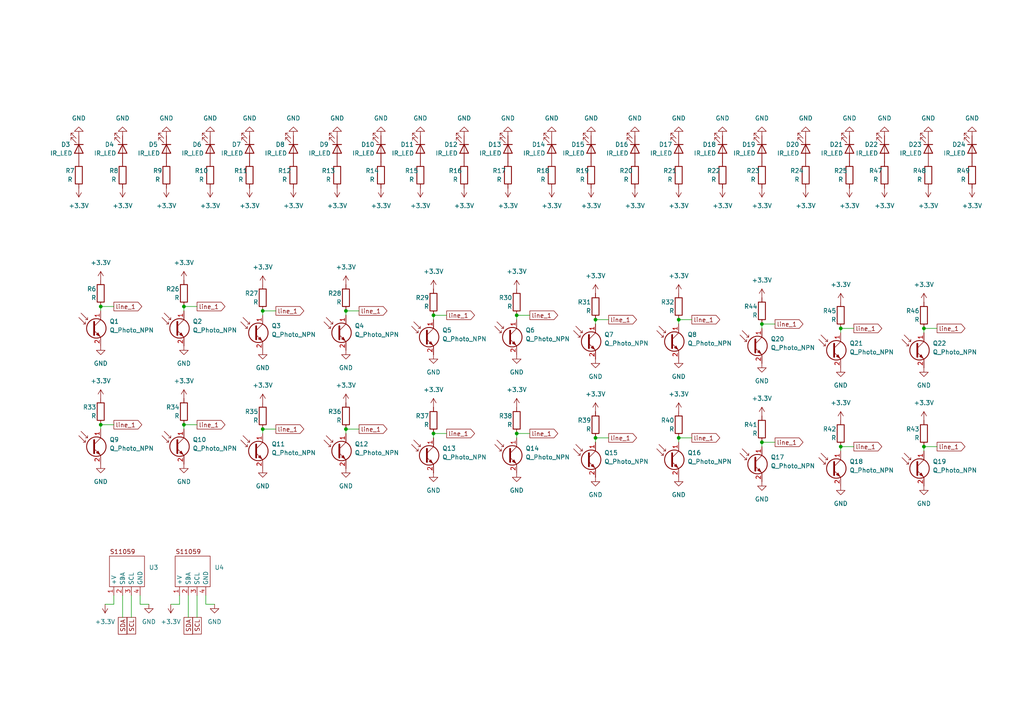
<source format=kicad_sch>
(kicad_sch (version 20230121) (generator eeschema)

  (uuid 1cc49a20-f219-4868-98a6-2b7edf8efa29)

  (paper "A4")

  (lib_symbols
    (symbol "Device:LED" (pin_numbers hide) (pin_names (offset 1.016) hide) (in_bom yes) (on_board yes)
      (property "Reference" "D" (at 0 2.54 0)
        (effects (font (size 1.27 1.27)))
      )
      (property "Value" "LED" (at 0 -2.54 0)
        (effects (font (size 1.27 1.27)))
      )
      (property "Footprint" "" (at 0 0 0)
        (effects (font (size 1.27 1.27)) hide)
      )
      (property "Datasheet" "~" (at 0 0 0)
        (effects (font (size 1.27 1.27)) hide)
      )
      (property "ki_keywords" "LED diode" (at 0 0 0)
        (effects (font (size 1.27 1.27)) hide)
      )
      (property "ki_description" "Light emitting diode" (at 0 0 0)
        (effects (font (size 1.27 1.27)) hide)
      )
      (property "ki_fp_filters" "LED* LED_SMD:* LED_THT:*" (at 0 0 0)
        (effects (font (size 1.27 1.27)) hide)
      )
      (symbol "LED_0_1"
        (polyline
          (pts
            (xy -1.27 -1.27)
            (xy -1.27 1.27)
          )
          (stroke (width 0.254) (type default))
          (fill (type none))
        )
        (polyline
          (pts
            (xy -1.27 0)
            (xy 1.27 0)
          )
          (stroke (width 0) (type default))
          (fill (type none))
        )
        (polyline
          (pts
            (xy 1.27 -1.27)
            (xy 1.27 1.27)
            (xy -1.27 0)
            (xy 1.27 -1.27)
          )
          (stroke (width 0.254) (type default))
          (fill (type none))
        )
        (polyline
          (pts
            (xy -3.048 -0.762)
            (xy -4.572 -2.286)
            (xy -3.81 -2.286)
            (xy -4.572 -2.286)
            (xy -4.572 -1.524)
          )
          (stroke (width 0) (type default))
          (fill (type none))
        )
        (polyline
          (pts
            (xy -1.778 -0.762)
            (xy -3.302 -2.286)
            (xy -2.54 -2.286)
            (xy -3.302 -2.286)
            (xy -3.302 -1.524)
          )
          (stroke (width 0) (type default))
          (fill (type none))
        )
      )
      (symbol "LED_1_1"
        (pin passive line (at -3.81 0 0) (length 2.54)
          (name "K" (effects (font (size 1.27 1.27))))
          (number "1" (effects (font (size 1.27 1.27))))
        )
        (pin passive line (at 3.81 0 180) (length 2.54)
          (name "A" (effects (font (size 1.27 1.27))))
          (number "2" (effects (font (size 1.27 1.27))))
        )
      )
    )
    (symbol "Device:Q_Photo_NPN" (pin_names (offset 0) hide) (in_bom yes) (on_board yes)
      (property "Reference" "Q" (at 5.08 1.27 0)
        (effects (font (size 1.27 1.27)) (justify left))
      )
      (property "Value" "Q_Photo_NPN" (at 5.08 -1.27 0)
        (effects (font (size 1.27 1.27)) (justify left))
      )
      (property "Footprint" "" (at 5.08 2.54 0)
        (effects (font (size 1.27 1.27)) hide)
      )
      (property "Datasheet" "~" (at 0 0 0)
        (effects (font (size 1.27 1.27)) hide)
      )
      (property "ki_keywords" "phototransistor NPN" (at 0 0 0)
        (effects (font (size 1.27 1.27)) hide)
      )
      (property "ki_description" "NPN phototransistor, collector/emitter" (at 0 0 0)
        (effects (font (size 1.27 1.27)) hide)
      )
      (symbol "Q_Photo_NPN_0_1"
        (polyline
          (pts
            (xy -1.905 1.27)
            (xy -2.54 1.27)
          )
          (stroke (width 0) (type default))
          (fill (type none))
        )
        (polyline
          (pts
            (xy -1.27 2.54)
            (xy -1.905 2.54)
          )
          (stroke (width 0) (type default))
          (fill (type none))
        )
        (polyline
          (pts
            (xy 0.635 0.635)
            (xy 2.54 2.54)
          )
          (stroke (width 0) (type default))
          (fill (type none))
        )
        (polyline
          (pts
            (xy -3.81 3.175)
            (xy -1.905 1.27)
            (xy -1.905 1.905)
          )
          (stroke (width 0) (type default))
          (fill (type none))
        )
        (polyline
          (pts
            (xy -3.175 4.445)
            (xy -1.27 2.54)
            (xy -1.27 3.175)
          )
          (stroke (width 0) (type default))
          (fill (type none))
        )
        (polyline
          (pts
            (xy 0.635 -0.635)
            (xy 2.54 -2.54)
            (xy 2.54 -2.54)
          )
          (stroke (width 0) (type default))
          (fill (type none))
        )
        (polyline
          (pts
            (xy 0.635 1.905)
            (xy 0.635 -1.905)
            (xy 0.635 -1.905)
          )
          (stroke (width 0.508) (type default))
          (fill (type none))
        )
        (polyline
          (pts
            (xy 1.27 -1.778)
            (xy 1.778 -1.27)
            (xy 2.286 -2.286)
            (xy 1.27 -1.778)
            (xy 1.27 -1.778)
          )
          (stroke (width 0) (type default))
          (fill (type outline))
        )
        (circle (center 1.27 0) (radius 2.8194)
          (stroke (width 0.254) (type default))
          (fill (type none))
        )
      )
      (symbol "Q_Photo_NPN_1_1"
        (pin passive line (at 2.54 5.08 270) (length 2.54)
          (name "C" (effects (font (size 1.27 1.27))))
          (number "1" (effects (font (size 1.27 1.27))))
        )
        (pin passive line (at 2.54 -5.08 90) (length 2.54)
          (name "E" (effects (font (size 1.27 1.27))))
          (number "2" (effects (font (size 1.27 1.27))))
        )
      )
    )
    (symbol "Device:R" (pin_numbers hide) (pin_names (offset 0)) (in_bom yes) (on_board yes)
      (property "Reference" "R" (at 2.032 0 90)
        (effects (font (size 1.27 1.27)))
      )
      (property "Value" "R" (at 0 0 90)
        (effects (font (size 1.27 1.27)))
      )
      (property "Footprint" "" (at -1.778 0 90)
        (effects (font (size 1.27 1.27)) hide)
      )
      (property "Datasheet" "~" (at 0 0 0)
        (effects (font (size 1.27 1.27)) hide)
      )
      (property "ki_keywords" "R res resistor" (at 0 0 0)
        (effects (font (size 1.27 1.27)) hide)
      )
      (property "ki_description" "Resistor" (at 0 0 0)
        (effects (font (size 1.27 1.27)) hide)
      )
      (property "ki_fp_filters" "R_*" (at 0 0 0)
        (effects (font (size 1.27 1.27)) hide)
      )
      (symbol "R_0_1"
        (rectangle (start -1.016 -2.54) (end 1.016 2.54)
          (stroke (width 0.254) (type default))
          (fill (type none))
        )
      )
      (symbol "R_1_1"
        (pin passive line (at 0 3.81 270) (length 1.27)
          (name "~" (effects (font (size 1.27 1.27))))
          (number "1" (effects (font (size 1.27 1.27))))
        )
        (pin passive line (at 0 -3.81 90) (length 1.27)
          (name "~" (effects (font (size 1.27 1.27))))
          (number "2" (effects (font (size 1.27 1.27))))
        )
      )
    )
    (symbol "S11059:S11059" (in_bom yes) (on_board yes)
      (property "Reference" "U" (at -2.54 10.16 0)
        (effects (font (size 1.27 1.27)))
      )
      (property "Value" "" (at 0 0 0)
        (effects (font (size 1.27 1.27)))
      )
      (property "Footprint" "" (at 0 0 0)
        (effects (font (size 1.27 1.27)) hide)
      )
      (property "Datasheet" "" (at 0 0 0)
        (effects (font (size 1.27 1.27)) hide)
      )
      (symbol "S11059_0_1"
        (rectangle (start -3.81 6.35) (end 6.35 -2.54)
          (stroke (width 0) (type default))
          (fill (type none))
        )
      )
      (symbol "S11059_1_1"
        (text "S11059" (at 0 7.62 0)
          (effects (font (size 1.27 1.27)))
        )
        (pin passive line (at -2.54 -5.08 90) (length 2.54)
          (name "+V" (effects (font (size 1.27 1.27))))
          (number "1" (effects (font (size 1.27 1.27))))
        )
        (pin passive line (at 0 -5.08 90) (length 2.54)
          (name "SDA" (effects (font (size 1.27 1.27))))
          (number "2" (effects (font (size 1.27 1.27))))
        )
        (pin passive line (at 2.54 -5.08 90) (length 2.54)
          (name "SCL" (effects (font (size 1.27 1.27))))
          (number "3" (effects (font (size 1.27 1.27))))
        )
        (pin passive line (at 5.08 -5.08 90) (length 2.54)
          (name "GND" (effects (font (size 1.27 1.27))))
          (number "4" (effects (font (size 1.27 1.27))))
        )
      )
    )
    (symbol "power:+3.3V" (power) (pin_names (offset 0)) (in_bom yes) (on_board yes)
      (property "Reference" "#PWR" (at 0 -3.81 0)
        (effects (font (size 1.27 1.27)) hide)
      )
      (property "Value" "+3.3V" (at 0 3.556 0)
        (effects (font (size 1.27 1.27)))
      )
      (property "Footprint" "" (at 0 0 0)
        (effects (font (size 1.27 1.27)) hide)
      )
      (property "Datasheet" "" (at 0 0 0)
        (effects (font (size 1.27 1.27)) hide)
      )
      (property "ki_keywords" "global power" (at 0 0 0)
        (effects (font (size 1.27 1.27)) hide)
      )
      (property "ki_description" "Power symbol creates a global label with name \"+3.3V\"" (at 0 0 0)
        (effects (font (size 1.27 1.27)) hide)
      )
      (symbol "+3.3V_0_1"
        (polyline
          (pts
            (xy -0.762 1.27)
            (xy 0 2.54)
          )
          (stroke (width 0) (type default))
          (fill (type none))
        )
        (polyline
          (pts
            (xy 0 0)
            (xy 0 2.54)
          )
          (stroke (width 0) (type default))
          (fill (type none))
        )
        (polyline
          (pts
            (xy 0 2.54)
            (xy 0.762 1.27)
          )
          (stroke (width 0) (type default))
          (fill (type none))
        )
      )
      (symbol "+3.3V_1_1"
        (pin power_in line (at 0 0 90) (length 0) hide
          (name "+3.3V" (effects (font (size 1.27 1.27))))
          (number "1" (effects (font (size 1.27 1.27))))
        )
      )
    )
    (symbol "power:GND" (power) (pin_names (offset 0)) (in_bom yes) (on_board yes)
      (property "Reference" "#PWR" (at 0 -6.35 0)
        (effects (font (size 1.27 1.27)) hide)
      )
      (property "Value" "GND" (at 0 -3.81 0)
        (effects (font (size 1.27 1.27)))
      )
      (property "Footprint" "" (at 0 0 0)
        (effects (font (size 1.27 1.27)) hide)
      )
      (property "Datasheet" "" (at 0 0 0)
        (effects (font (size 1.27 1.27)) hide)
      )
      (property "ki_keywords" "global power" (at 0 0 0)
        (effects (font (size 1.27 1.27)) hide)
      )
      (property "ki_description" "Power symbol creates a global label with name \"GND\" , ground" (at 0 0 0)
        (effects (font (size 1.27 1.27)) hide)
      )
      (symbol "GND_0_1"
        (polyline
          (pts
            (xy 0 0)
            (xy 0 -1.27)
            (xy 1.27 -1.27)
            (xy 0 -2.54)
            (xy -1.27 -1.27)
            (xy 0 -1.27)
          )
          (stroke (width 0) (type default))
          (fill (type none))
        )
      )
      (symbol "GND_1_1"
        (pin power_in line (at 0 0 270) (length 0) hide
          (name "GND" (effects (font (size 1.27 1.27))))
          (number "1" (effects (font (size 1.27 1.27))))
        )
      )
    )
  )

  (junction (at 53.34 123.19) (diameter 0) (color 0 0 0 0)
    (uuid 12cafa10-1799-47b7-80ce-5a65be4938a9)
  )
  (junction (at 220.98 93.98) (diameter 0) (color 0 0 0 0)
    (uuid 1707ac96-433e-44d1-889b-4a279e32c146)
  )
  (junction (at 172.72 92.71) (diameter 0) (color 0 0 0 0)
    (uuid 1b163695-e702-431d-bdcf-923c3674d5c4)
  )
  (junction (at 29.21 88.9) (diameter 0) (color 0 0 0 0)
    (uuid 2f30f54f-c29b-4c11-a8a6-0ee614417863)
  )
  (junction (at 53.34 88.9) (diameter 0) (color 0 0 0 0)
    (uuid 34ba781d-14ef-4fcb-8c50-9aa57822aaaa)
  )
  (junction (at 125.73 125.73) (diameter 0) (color 0 0 0 0)
    (uuid 46b36645-1b09-44c3-903d-6f038281485f)
  )
  (junction (at 243.84 129.54) (diameter 0) (color 0 0 0 0)
    (uuid 495b6e5b-7f99-4034-9ab9-4b7a466e9cfe)
  )
  (junction (at 149.86 125.73) (diameter 0) (color 0 0 0 0)
    (uuid 56d0326b-6e59-4bae-be07-418c0d468331)
  )
  (junction (at 267.97 129.54) (diameter 0) (color 0 0 0 0)
    (uuid 64ec211a-1f39-4db6-a185-8974a8f67478)
  )
  (junction (at 76.2 124.46) (diameter 0) (color 0 0 0 0)
    (uuid 70f47851-4391-4962-8a0f-8958aa6921c2)
  )
  (junction (at 125.73 91.44) (diameter 0) (color 0 0 0 0)
    (uuid 7ac8dcf5-2bc7-4310-bfe1-634e3a8f291b)
  )
  (junction (at 149.86 91.44) (diameter 0) (color 0 0 0 0)
    (uuid 7f728029-3cf1-450c-a89e-8d269e7bfdd4)
  )
  (junction (at 172.72 127) (diameter 0) (color 0 0 0 0)
    (uuid 7ffe057e-9c16-4775-8fb5-60f67761c417)
  )
  (junction (at 76.2 90.17) (diameter 0) (color 0 0 0 0)
    (uuid 82a57dd5-9989-4879-a2b7-19d7f8d6ba59)
  )
  (junction (at 220.98 128.27) (diameter 0) (color 0 0 0 0)
    (uuid 8352fa84-c98f-4379-9a87-1dfd4b493813)
  )
  (junction (at 100.33 90.17) (diameter 0) (color 0 0 0 0)
    (uuid 8a90d6b3-607c-456d-88e2-4f05b56c0309)
  )
  (junction (at 196.85 92.71) (diameter 0) (color 0 0 0 0)
    (uuid a0cb23f2-7eaf-4009-bcd3-e525a5d98695)
  )
  (junction (at 243.84 95.25) (diameter 0) (color 0 0 0 0)
    (uuid a15fe9c8-7c0e-483f-aed9-8a592f571737)
  )
  (junction (at 29.21 123.19) (diameter 0) (color 0 0 0 0)
    (uuid b5bd92ca-1ddc-4490-a7fe-784ceaecf780)
  )
  (junction (at 100.33 124.46) (diameter 0) (color 0 0 0 0)
    (uuid e4cbb062-b3b7-4e78-9343-c6fce927375b)
  )
  (junction (at 267.97 95.25) (diameter 0) (color 0 0 0 0)
    (uuid f6b57af8-e96c-4a30-82dc-938285fec104)
  )
  (junction (at 196.85 127) (diameter 0) (color 0 0 0 0)
    (uuid f7d59eb2-7f0d-407a-aac2-6554dcfb5eb3)
  )

  (wire (pts (xy 196.85 127) (xy 196.85 128.27))
    (stroke (width 0) (type default))
    (uuid 0024decc-2510-49a9-8bde-217693a27fc2)
  )
  (wire (pts (xy 220.98 93.98) (xy 224.79 93.98))
    (stroke (width 0) (type default))
    (uuid 003b6b77-26e0-4070-8b0f-10e0eaa847be)
  )
  (wire (pts (xy 267.97 129.54) (xy 271.78 129.54))
    (stroke (width 0) (type default))
    (uuid 014e648c-b5b3-40d3-b265-c9dddc42a832)
  )
  (wire (pts (xy 267.97 95.25) (xy 271.78 95.25))
    (stroke (width 0) (type default))
    (uuid 03957725-2373-424b-9bff-de717f456e2d)
  )
  (wire (pts (xy 49.53 175.26) (xy 52.07 175.26))
    (stroke (width 0) (type default))
    (uuid 1429c6fa-6b01-42e5-96db-9d394e8c9422)
  )
  (wire (pts (xy 57.15 172.72) (xy 57.15 179.07))
    (stroke (width 0) (type default))
    (uuid 15900f43-493c-4ead-ac0c-956cca5bc74a)
  )
  (wire (pts (xy 53.34 88.9) (xy 57.15 88.9))
    (stroke (width 0) (type default))
    (uuid 1b0d9a79-88b4-488e-9a1b-05cbbdf3d0a6)
  )
  (wire (pts (xy 172.72 92.71) (xy 172.72 93.98))
    (stroke (width 0) (type default))
    (uuid 1e7ca2b5-5e12-487d-aa01-900405bb02bb)
  )
  (wire (pts (xy 125.73 91.44) (xy 125.73 92.71))
    (stroke (width 0) (type default))
    (uuid 26fc1653-ec89-4565-8141-658041276d96)
  )
  (wire (pts (xy 220.98 93.98) (xy 220.98 95.25))
    (stroke (width 0) (type default))
    (uuid 32ab8b88-8c71-4f22-a733-5e162b87e840)
  )
  (wire (pts (xy 40.64 175.26) (xy 40.64 172.72))
    (stroke (width 0) (type default))
    (uuid 365d7a7d-db2f-490d-b088-560ddf167400)
  )
  (wire (pts (xy 100.33 124.46) (xy 104.14 124.46))
    (stroke (width 0) (type default))
    (uuid 3779db77-7fd8-4089-ba92-56a8fcfa089a)
  )
  (wire (pts (xy 196.85 92.71) (xy 196.85 93.98))
    (stroke (width 0) (type default))
    (uuid 388a88d6-68b1-42da-9c21-072c106ced1a)
  )
  (wire (pts (xy 54.61 172.72) (xy 54.61 179.07))
    (stroke (width 0) (type default))
    (uuid 39c3db2b-ed56-4550-b9a4-d5eec3cf9ea1)
  )
  (wire (pts (xy 149.86 125.73) (xy 153.67 125.73))
    (stroke (width 0) (type default))
    (uuid 429904e1-1fc5-448e-8984-affd7271622b)
  )
  (wire (pts (xy 196.85 127) (xy 200.66 127))
    (stroke (width 0) (type default))
    (uuid 4d446f16-7593-4e6b-99a9-ae5d265f9deb)
  )
  (wire (pts (xy 100.33 90.17) (xy 104.14 90.17))
    (stroke (width 0) (type default))
    (uuid 53970667-988e-4960-b6cd-962a7775940b)
  )
  (wire (pts (xy 125.73 125.73) (xy 125.73 127))
    (stroke (width 0) (type default))
    (uuid 63b5beb6-75f6-4a9a-bdc0-815c030b742c)
  )
  (wire (pts (xy 100.33 124.46) (xy 100.33 125.73))
    (stroke (width 0) (type default))
    (uuid 6c4721b1-405c-4b4b-8d01-8c7cddca1dd9)
  )
  (wire (pts (xy 243.84 129.54) (xy 243.84 130.81))
    (stroke (width 0) (type default))
    (uuid 71efde00-cddb-4b4f-ac14-371c0f87d469)
  )
  (wire (pts (xy 76.2 124.46) (xy 76.2 125.73))
    (stroke (width 0) (type default))
    (uuid 770190ef-b19f-4aa0-a69b-6ed2932d9b4c)
  )
  (wire (pts (xy 59.69 175.26) (xy 59.69 172.72))
    (stroke (width 0) (type default))
    (uuid 792ac083-5a23-43bb-a209-238480ebe999)
  )
  (wire (pts (xy 196.85 92.71) (xy 200.66 92.71))
    (stroke (width 0) (type default))
    (uuid 7ddda64d-c54f-4b4d-8c8e-b0534dc760ae)
  )
  (wire (pts (xy 125.73 91.44) (xy 129.54 91.44))
    (stroke (width 0) (type default))
    (uuid 926463bc-a16a-4c13-93bb-0a66c1505ce5)
  )
  (wire (pts (xy 30.48 175.26) (xy 33.02 175.26))
    (stroke (width 0) (type default))
    (uuid 955b49ac-7b52-45b7-8ae3-c5bdeb7b3135)
  )
  (wire (pts (xy 243.84 95.25) (xy 243.84 96.52))
    (stroke (width 0) (type default))
    (uuid 9a9bdcaa-241d-41c4-9220-6c98ec960860)
  )
  (wire (pts (xy 267.97 95.25) (xy 267.97 96.52))
    (stroke (width 0) (type default))
    (uuid 9cef5b7d-e999-46b4-b0c9-30492b41d7b5)
  )
  (wire (pts (xy 76.2 124.46) (xy 80.01 124.46))
    (stroke (width 0) (type default))
    (uuid 9e963a86-85f3-468b-b154-12298cbe5a5a)
  )
  (wire (pts (xy 172.72 127) (xy 172.72 128.27))
    (stroke (width 0) (type default))
    (uuid 9f375ecf-e83e-4418-a92e-f4835043a2af)
  )
  (wire (pts (xy 29.21 88.9) (xy 33.02 88.9))
    (stroke (width 0) (type default))
    (uuid a1fd9a25-99e1-4349-90e3-8c262661ff65)
  )
  (wire (pts (xy 29.21 123.19) (xy 33.02 123.19))
    (stroke (width 0) (type default))
    (uuid a46b7f26-3749-4f7c-be2e-f863b83cd810)
  )
  (wire (pts (xy 125.73 125.73) (xy 129.54 125.73))
    (stroke (width 0) (type default))
    (uuid a5011bae-10d8-48d5-b4b6-66e9576a5e58)
  )
  (wire (pts (xy 43.18 175.26) (xy 40.64 175.26))
    (stroke (width 0) (type default))
    (uuid a6dbb798-4c1c-4d46-83d3-99324729e661)
  )
  (wire (pts (xy 149.86 125.73) (xy 149.86 127))
    (stroke (width 0) (type default))
    (uuid a7d3cb77-8491-43b5-a47d-a51a146351d5)
  )
  (wire (pts (xy 29.21 123.19) (xy 29.21 124.46))
    (stroke (width 0) (type default))
    (uuid b4091e22-6ada-4450-a101-b562536534ae)
  )
  (wire (pts (xy 52.07 175.26) (xy 52.07 172.72))
    (stroke (width 0) (type default))
    (uuid b79bc0f3-f713-4153-a82a-acbf8a79c049)
  )
  (wire (pts (xy 243.84 129.54) (xy 247.65 129.54))
    (stroke (width 0) (type default))
    (uuid b8fad9c3-2a79-4ed2-8421-3e5178c58cb9)
  )
  (wire (pts (xy 149.86 91.44) (xy 149.86 92.71))
    (stroke (width 0) (type default))
    (uuid baf2e22b-44ee-427e-9ee4-ea8b61ddc0c2)
  )
  (wire (pts (xy 38.1 172.72) (xy 38.1 179.07))
    (stroke (width 0) (type default))
    (uuid bd037ec0-3fca-4323-8e83-7538c56195c9)
  )
  (wire (pts (xy 35.56 172.72) (xy 35.56 179.07))
    (stroke (width 0) (type default))
    (uuid c238100a-b865-49c8-99f5-83b0b2527cb5)
  )
  (wire (pts (xy 172.72 127) (xy 176.53 127))
    (stroke (width 0) (type default))
    (uuid c2e6f2b0-e623-4fc9-ba5f-d9aac1ced1db)
  )
  (wire (pts (xy 53.34 88.9) (xy 53.34 90.17))
    (stroke (width 0) (type default))
    (uuid c480efa7-492b-4671-a358-a5836388a238)
  )
  (wire (pts (xy 62.23 175.26) (xy 59.69 175.26))
    (stroke (width 0) (type default))
    (uuid d39d4a2b-b054-4895-8f23-277146c55579)
  )
  (wire (pts (xy 53.34 123.19) (xy 57.15 123.19))
    (stroke (width 0) (type default))
    (uuid d470800d-7eb8-4f28-9ba0-791d2218f683)
  )
  (wire (pts (xy 100.33 90.17) (xy 100.33 91.44))
    (stroke (width 0) (type default))
    (uuid d68383c6-39b2-4cce-bda2-eccaf39e0fa5)
  )
  (wire (pts (xy 76.2 90.17) (xy 76.2 91.44))
    (stroke (width 0) (type default))
    (uuid d7242951-fa0f-45f1-bb8e-231113cbd123)
  )
  (wire (pts (xy 243.84 95.25) (xy 247.65 95.25))
    (stroke (width 0) (type default))
    (uuid db0cc79c-0d10-49f8-849b-4d7e850ebc5c)
  )
  (wire (pts (xy 220.98 128.27) (xy 220.98 129.54))
    (stroke (width 0) (type default))
    (uuid dc4557a7-ddfe-40d4-a487-13dadc92e315)
  )
  (wire (pts (xy 76.2 90.17) (xy 80.01 90.17))
    (stroke (width 0) (type default))
    (uuid df32d67c-8f12-4565-932d-77e022912e38)
  )
  (wire (pts (xy 267.97 129.54) (xy 267.97 130.81))
    (stroke (width 0) (type default))
    (uuid e92a89d6-f22a-4eed-88e4-4a3ff60cbd67)
  )
  (wire (pts (xy 29.21 88.9) (xy 29.21 90.17))
    (stroke (width 0) (type default))
    (uuid eab82519-1bef-4f69-ae31-802cd7e9a745)
  )
  (wire (pts (xy 172.72 92.71) (xy 176.53 92.71))
    (stroke (width 0) (type default))
    (uuid ec1e2ba3-7916-44eb-9f49-12607b044f76)
  )
  (wire (pts (xy 53.34 123.19) (xy 53.34 124.46))
    (stroke (width 0) (type default))
    (uuid f215695f-2b03-4c99-95da-ac7fb1801115)
  )
  (wire (pts (xy 220.98 128.27) (xy 224.79 128.27))
    (stroke (width 0) (type default))
    (uuid f6405e24-0fe0-40e1-9ccd-857586604e23)
  )
  (wire (pts (xy 33.02 175.26) (xy 33.02 172.72))
    (stroke (width 0) (type default))
    (uuid f9409d64-2a21-45a1-909d-d660b347110a)
  )
  (wire (pts (xy 149.86 91.44) (xy 153.67 91.44))
    (stroke (width 0) (type default))
    (uuid ffeb5a72-1ac2-4266-b56d-02b9ba7b1fa0)
  )

  (global_label "line_1" (shape output) (at 80.01 124.46 0) (fields_autoplaced)
    (effects (font (size 1.27 1.27)) (justify left))
    (uuid 05c5e555-4ce6-4488-9274-fd699cf6d25f)
    (property "Intersheetrefs" "${INTERSHEET_REFS}" (at 88.6799 124.46 0)
      (effects (font (size 1.27 1.27)) (justify left) hide)
    )
  )
  (global_label "line_1" (shape output) (at 176.53 127 0) (fields_autoplaced)
    (effects (font (size 1.27 1.27)) (justify left))
    (uuid 09347572-ac61-403a-b0fc-fa51123cbbc8)
    (property "Intersheetrefs" "${INTERSHEET_REFS}" (at 185.1999 127 0)
      (effects (font (size 1.27 1.27)) (justify left) hide)
    )
  )
  (global_label "line_1" (shape output) (at 247.65 129.54 0) (fields_autoplaced)
    (effects (font (size 1.27 1.27)) (justify left))
    (uuid 095250f2-6bdf-484c-8498-370ae90fd31e)
    (property "Intersheetrefs" "${INTERSHEET_REFS}" (at 256.3199 129.54 0)
      (effects (font (size 1.27 1.27)) (justify left) hide)
    )
  )
  (global_label "line_1" (shape output) (at 176.53 92.71 0) (fields_autoplaced)
    (effects (font (size 1.27 1.27)) (justify left))
    (uuid 1b13b7d8-7c58-4840-99af-00418330023f)
    (property "Intersheetrefs" "${INTERSHEET_REFS}" (at 185.1999 92.71 0)
      (effects (font (size 1.27 1.27)) (justify left) hide)
    )
  )
  (global_label "line_1" (shape output) (at 57.15 123.19 0) (fields_autoplaced)
    (effects (font (size 1.27 1.27)) (justify left))
    (uuid 1d2adec8-6b4f-49d8-97d9-00b1bc9560b0)
    (property "Intersheetrefs" "${INTERSHEET_REFS}" (at 65.8199 123.19 0)
      (effects (font (size 1.27 1.27)) (justify left) hide)
    )
  )
  (global_label "SDA" (shape passive) (at 35.56 179.07 270) (fields_autoplaced)
    (effects (font (size 1.27 1.27)) (justify right))
    (uuid 26657c71-a5ef-4672-9486-07871c4a3d78)
    (property "Intersheetrefs" "${INTERSHEET_REFS}" (at 35.56 184.512 90)
      (effects (font (size 1.27 1.27)) (justify right) hide)
    )
  )
  (global_label "SCL" (shape passive) (at 57.15 179.07 270) (fields_autoplaced)
    (effects (font (size 1.27 1.27)) (justify right))
    (uuid 503679a7-e433-46e2-8fb0-ce8f41bf88e5)
    (property "Intersheetrefs" "${INTERSHEET_REFS}" (at 57.15 184.4515 90)
      (effects (font (size 1.27 1.27)) (justify right) hide)
    )
  )
  (global_label "line_1" (shape output) (at 271.78 129.54 0) (fields_autoplaced)
    (effects (font (size 1.27 1.27)) (justify left))
    (uuid 50587093-b24c-4736-a008-e6d1d5d8cf5c)
    (property "Intersheetrefs" "${INTERSHEET_REFS}" (at 280.4499 129.54 0)
      (effects (font (size 1.27 1.27)) (justify left) hide)
    )
  )
  (global_label "line_1" (shape output) (at 271.78 95.25 0) (fields_autoplaced)
    (effects (font (size 1.27 1.27)) (justify left))
    (uuid 58d21cb9-dae6-440d-8483-a3265ce6b1c7)
    (property "Intersheetrefs" "${INTERSHEET_REFS}" (at 280.4499 95.25 0)
      (effects (font (size 1.27 1.27)) (justify left) hide)
    )
  )
  (global_label "line_1" (shape output) (at 129.54 125.73 0) (fields_autoplaced)
    (effects (font (size 1.27 1.27)) (justify left))
    (uuid 597b053f-44b0-47c6-b825-3b35b0f14d64)
    (property "Intersheetrefs" "${INTERSHEET_REFS}" (at 138.2099 125.73 0)
      (effects (font (size 1.27 1.27)) (justify left) hide)
    )
  )
  (global_label "line_1" (shape output) (at 104.14 90.17 0) (fields_autoplaced)
    (effects (font (size 1.27 1.27)) (justify left))
    (uuid 64749e65-dde2-422f-a2c7-6d8252bd82fd)
    (property "Intersheetrefs" "${INTERSHEET_REFS}" (at 112.8099 90.17 0)
      (effects (font (size 1.27 1.27)) (justify left) hide)
    )
  )
  (global_label "line_1" (shape output) (at 200.66 127 0) (fields_autoplaced)
    (effects (font (size 1.27 1.27)) (justify left))
    (uuid 6c1f0f65-7495-44e6-a5b0-6725ab185b15)
    (property "Intersheetrefs" "${INTERSHEET_REFS}" (at 209.3299 127 0)
      (effects (font (size 1.27 1.27)) (justify left) hide)
    )
  )
  (global_label "line_1" (shape output) (at 57.15 88.9 0) (fields_autoplaced)
    (effects (font (size 1.27 1.27)) (justify left))
    (uuid 701200b5-43d7-45cf-9e31-9ee8c6a69c05)
    (property "Intersheetrefs" "${INTERSHEET_REFS}" (at 65.8199 88.9 0)
      (effects (font (size 1.27 1.27)) (justify left) hide)
    )
  )
  (global_label "line_1" (shape output) (at 33.02 123.19 0) (fields_autoplaced)
    (effects (font (size 1.27 1.27)) (justify left))
    (uuid 7b7d69e0-6b32-456d-84be-f62f2bfa8b16)
    (property "Intersheetrefs" "${INTERSHEET_REFS}" (at 41.6899 123.19 0)
      (effects (font (size 1.27 1.27)) (justify left) hide)
    )
  )
  (global_label "line_1" (shape output) (at 224.79 128.27 0) (fields_autoplaced)
    (effects (font (size 1.27 1.27)) (justify left))
    (uuid 829cc566-2781-4fcf-acd0-7a36157ae38c)
    (property "Intersheetrefs" "${INTERSHEET_REFS}" (at 233.4599 128.27 0)
      (effects (font (size 1.27 1.27)) (justify left) hide)
    )
  )
  (global_label "line_1" (shape output) (at 247.65 95.25 0) (fields_autoplaced)
    (effects (font (size 1.27 1.27)) (justify left))
    (uuid 8b63df84-8715-4f9c-9327-70778f16121c)
    (property "Intersheetrefs" "${INTERSHEET_REFS}" (at 256.3199 95.25 0)
      (effects (font (size 1.27 1.27)) (justify left) hide)
    )
  )
  (global_label "line_1" (shape output) (at 153.67 91.44 0) (fields_autoplaced)
    (effects (font (size 1.27 1.27)) (justify left))
    (uuid 93bd24a6-0ba1-4d2b-bea9-8bba8b50aaf7)
    (property "Intersheetrefs" "${INTERSHEET_REFS}" (at 162.3399 91.44 0)
      (effects (font (size 1.27 1.27)) (justify left) hide)
    )
  )
  (global_label "line_1" (shape output) (at 224.79 93.98 0) (fields_autoplaced)
    (effects (font (size 1.27 1.27)) (justify left))
    (uuid a1c98849-1f30-4b47-92cc-708773f3f25c)
    (property "Intersheetrefs" "${INTERSHEET_REFS}" (at 233.4599 93.98 0)
      (effects (font (size 1.27 1.27)) (justify left) hide)
    )
  )
  (global_label "line_1" (shape output) (at 153.67 125.73 0) (fields_autoplaced)
    (effects (font (size 1.27 1.27)) (justify left))
    (uuid a456885b-e746-4f24-9b55-56478e6cbe63)
    (property "Intersheetrefs" "${INTERSHEET_REFS}" (at 162.3399 125.73 0)
      (effects (font (size 1.27 1.27)) (justify left) hide)
    )
  )
  (global_label "line_1" (shape output) (at 200.66 92.71 0) (fields_autoplaced)
    (effects (font (size 1.27 1.27)) (justify left))
    (uuid b0f653fa-2848-48c7-9b1c-541bc3d8939f)
    (property "Intersheetrefs" "${INTERSHEET_REFS}" (at 209.3299 92.71 0)
      (effects (font (size 1.27 1.27)) (justify left) hide)
    )
  )
  (global_label "SCL" (shape passive) (at 38.1 179.07 270) (fields_autoplaced)
    (effects (font (size 1.27 1.27)) (justify right))
    (uuid bb2b0021-be75-4839-9076-343764aeb4a9)
    (property "Intersheetrefs" "${INTERSHEET_REFS}" (at 38.1 184.4515 90)
      (effects (font (size 1.27 1.27)) (justify right) hide)
    )
  )
  (global_label "line_1" (shape output) (at 80.01 90.17 0) (fields_autoplaced)
    (effects (font (size 1.27 1.27)) (justify left))
    (uuid c786395d-fc84-4ad8-ac33-18ce7ad93af2)
    (property "Intersheetrefs" "${INTERSHEET_REFS}" (at 88.6799 90.17 0)
      (effects (font (size 1.27 1.27)) (justify left) hide)
    )
  )
  (global_label "line_1" (shape output) (at 33.02 88.9 0) (fields_autoplaced)
    (effects (font (size 1.27 1.27)) (justify left))
    (uuid d2911ee3-933e-46c7-b941-a52276b12c8a)
    (property "Intersheetrefs" "${INTERSHEET_REFS}" (at 41.6899 88.9 0)
      (effects (font (size 1.27 1.27)) (justify left) hide)
    )
  )
  (global_label "SDA" (shape passive) (at 54.61 179.07 270) (fields_autoplaced)
    (effects (font (size 1.27 1.27)) (justify right))
    (uuid e6bdabc4-0746-407b-bafb-b10467485926)
    (property "Intersheetrefs" "${INTERSHEET_REFS}" (at 54.61 184.512 90)
      (effects (font (size 1.27 1.27)) (justify right) hide)
    )
  )
  (global_label "line_1" (shape output) (at 104.14 124.46 0) (fields_autoplaced)
    (effects (font (size 1.27 1.27)) (justify left))
    (uuid eab60340-ccca-4d6d-b834-9c0d04809339)
    (property "Intersheetrefs" "${INTERSHEET_REFS}" (at 112.8099 124.46 0)
      (effects (font (size 1.27 1.27)) (justify left) hide)
    )
  )
  (global_label "line_1" (shape output) (at 129.54 91.44 0) (fields_autoplaced)
    (effects (font (size 1.27 1.27)) (justify left))
    (uuid f54f14a8-b53f-49ab-841d-92b09c0f88c6)
    (property "Intersheetrefs" "${INTERSHEET_REFS}" (at 138.2099 91.44 0)
      (effects (font (size 1.27 1.27)) (justify left) hide)
    )
  )

  (symbol (lib_id "Device:LED") (at 22.86 43.18 270) (unit 1)
    (in_bom yes) (on_board yes) (dnp no)
    (uuid 00d51d43-8531-4fb3-8aa8-dfb7edbb6787)
    (property "Reference" "D3" (at 19.05 41.91 90)
      (effects (font (size 1.27 1.27)))
    )
    (property "Value" "IR_LED" (at 17.78 44.45 90)
      (effects (font (size 1.27 1.27)))
    )
    (property "Footprint" "" (at 22.86 43.18 0)
      (effects (font (size 1.27 1.27)) hide)
    )
    (property "Datasheet" "~" (at 22.86 43.18 0)
      (effects (font (size 1.27 1.27)) hide)
    )
    (pin "2" (uuid 48587af2-96fa-4dcc-9aa6-ee93e588f694))
    (pin "1" (uuid 788d1f4d-f900-459f-9a2c-8ce19248afeb))
    (instances
      (project "01-main"
        (path "/aab39440-4203-4bdc-971f-29314e79a713/388a90c5-982d-423d-8a95-00cfb255cfe1"
          (reference "D3") (unit 1)
        )
      )
    )
  )

  (symbol (lib_id "power:GND") (at 267.97 106.68 0) (unit 1)
    (in_bom yes) (on_board yes) (dnp no) (fields_autoplaced)
    (uuid 02fb5842-1972-425d-8b02-62442cd109fc)
    (property "Reference" "#PWR0109" (at 267.97 113.03 0)
      (effects (font (size 1.27 1.27)) hide)
    )
    (property "Value" "GND" (at 267.97 111.76 0)
      (effects (font (size 1.27 1.27)))
    )
    (property "Footprint" "" (at 267.97 106.68 0)
      (effects (font (size 1.27 1.27)) hide)
    )
    (property "Datasheet" "" (at 267.97 106.68 0)
      (effects (font (size 1.27 1.27)) hide)
    )
    (pin "1" (uuid 7a6790fc-1d31-416f-8204-dc635906cce4))
    (instances
      (project "01-main"
        (path "/aab39440-4203-4bdc-971f-29314e79a713/388a90c5-982d-423d-8a95-00cfb255cfe1"
          (reference "#PWR0109") (unit 1)
        )
      )
    )
  )

  (symbol (lib_id "power:+3.3V") (at 48.26 54.61 180) (unit 1)
    (in_bom yes) (on_board yes) (dnp no) (fields_autoplaced)
    (uuid 04361d77-2cc8-4dae-acd4-5574e2ba34e7)
    (property "Reference" "#PWR035" (at 48.26 50.8 0)
      (effects (font (size 1.27 1.27)) hide)
    )
    (property "Value" "+3.3V" (at 48.26 59.69 0)
      (effects (font (size 1.27 1.27)))
    )
    (property "Footprint" "" (at 48.26 54.61 0)
      (effects (font (size 1.27 1.27)) hide)
    )
    (property "Datasheet" "" (at 48.26 54.61 0)
      (effects (font (size 1.27 1.27)) hide)
    )
    (pin "1" (uuid a702ea74-abb1-43e1-948f-d41dd40a732a))
    (instances
      (project "01-main"
        (path "/aab39440-4203-4bdc-971f-29314e79a713/388a90c5-982d-423d-8a95-00cfb255cfe1"
          (reference "#PWR035") (unit 1)
        )
      )
    )
  )

  (symbol (lib_id "power:+3.3V") (at 97.79 54.61 180) (unit 1)
    (in_bom yes) (on_board yes) (dnp no) (fields_autoplaced)
    (uuid 04b7438f-06a3-4e73-841b-00566305620a)
    (property "Reference" "#PWR043" (at 97.79 50.8 0)
      (effects (font (size 1.27 1.27)) hide)
    )
    (property "Value" "+3.3V" (at 97.79 59.69 0)
      (effects (font (size 1.27 1.27)))
    )
    (property "Footprint" "" (at 97.79 54.61 0)
      (effects (font (size 1.27 1.27)) hide)
    )
    (property "Datasheet" "" (at 97.79 54.61 0)
      (effects (font (size 1.27 1.27)) hide)
    )
    (pin "1" (uuid 4c3f5e59-fdd6-4805-8d73-42fe3827a781))
    (instances
      (project "01-main"
        (path "/aab39440-4203-4bdc-971f-29314e79a713/388a90c5-982d-423d-8a95-00cfb255cfe1"
          (reference "#PWR043") (unit 1)
        )
      )
    )
  )

  (symbol (lib_id "power:GND") (at 246.38 39.37 180) (unit 1)
    (in_bom yes) (on_board yes) (dnp no) (fields_autoplaced)
    (uuid 08fd3d11-34b4-4426-96b2-418920820982)
    (property "Reference" "#PWR066" (at 246.38 33.02 0)
      (effects (font (size 1.27 1.27)) hide)
    )
    (property "Value" "GND" (at 246.38 34.29 0)
      (effects (font (size 1.27 1.27)))
    )
    (property "Footprint" "" (at 246.38 39.37 0)
      (effects (font (size 1.27 1.27)) hide)
    )
    (property "Datasheet" "" (at 246.38 39.37 0)
      (effects (font (size 1.27 1.27)) hide)
    )
    (pin "1" (uuid d8f647ea-1540-4260-9d43-afe85c39ae5f))
    (instances
      (project "01-main"
        (path "/aab39440-4203-4bdc-971f-29314e79a713/388a90c5-982d-423d-8a95-00cfb255cfe1"
          (reference "#PWR066") (unit 1)
        )
      )
    )
  )

  (symbol (lib_id "power:GND") (at 100.33 101.6 0) (unit 1)
    (in_bom yes) (on_board yes) (dnp no) (fields_autoplaced)
    (uuid 09acf430-10fd-4f22-ba7f-b87517f15790)
    (property "Reference" "#PWR073" (at 100.33 107.95 0)
      (effects (font (size 1.27 1.27)) hide)
    )
    (property "Value" "GND" (at 100.33 106.68 0)
      (effects (font (size 1.27 1.27)))
    )
    (property "Footprint" "" (at 100.33 101.6 0)
      (effects (font (size 1.27 1.27)) hide)
    )
    (property "Datasheet" "" (at 100.33 101.6 0)
      (effects (font (size 1.27 1.27)) hide)
    )
    (pin "1" (uuid c02978f5-0431-41da-9bbb-ecc0063ca9ef))
    (instances
      (project "01-main"
        (path "/aab39440-4203-4bdc-971f-29314e79a713/388a90c5-982d-423d-8a95-00cfb255cfe1"
          (reference "#PWR073") (unit 1)
        )
      )
    )
  )

  (symbol (lib_id "Device:Q_Photo_NPN") (at 265.43 135.89 0) (unit 1)
    (in_bom yes) (on_board yes) (dnp no) (fields_autoplaced)
    (uuid 09bde875-4c24-47bb-b210-95d9472c24fa)
    (property "Reference" "Q19" (at 270.51 133.8707 0)
      (effects (font (size 1.27 1.27)) (justify left))
    )
    (property "Value" "Q_Photo_NPN" (at 270.51 136.4107 0)
      (effects (font (size 1.27 1.27)) (justify left))
    )
    (property "Footprint" "" (at 270.51 133.35 0)
      (effects (font (size 1.27 1.27)) hide)
    )
    (property "Datasheet" "~" (at 265.43 135.89 0)
      (effects (font (size 1.27 1.27)) hide)
    )
    (pin "2" (uuid 8a29d6a9-7987-46c2-a1a3-405c9670840e))
    (pin "1" (uuid db069f9e-3938-42b2-b7b6-6921443e9c09))
    (instances
      (project "01-main"
        (path "/aab39440-4203-4bdc-971f-29314e79a713/388a90c5-982d-423d-8a95-00cfb255cfe1"
          (reference "Q19") (unit 1)
        )
      )
    )
  )

  (symbol (lib_id "power:+3.3V") (at 220.98 54.61 180) (unit 1)
    (in_bom yes) (on_board yes) (dnp no) (fields_autoplaced)
    (uuid 0b732104-906f-4203-a52b-89d68b4314bc)
    (property "Reference" "#PWR063" (at 220.98 50.8 0)
      (effects (font (size 1.27 1.27)) hide)
    )
    (property "Value" "+3.3V" (at 220.98 59.69 0)
      (effects (font (size 1.27 1.27)))
    )
    (property "Footprint" "" (at 220.98 54.61 0)
      (effects (font (size 1.27 1.27)) hide)
    )
    (property "Datasheet" "" (at 220.98 54.61 0)
      (effects (font (size 1.27 1.27)) hide)
    )
    (pin "1" (uuid 10449f11-4d25-442e-b215-dd0be30db38e))
    (instances
      (project "01-main"
        (path "/aab39440-4203-4bdc-971f-29314e79a713/388a90c5-982d-423d-8a95-00cfb255cfe1"
          (reference "#PWR063") (unit 1)
        )
      )
    )
  )

  (symbol (lib_id "Device:Q_Photo_NPN") (at 50.8 129.54 0) (unit 1)
    (in_bom yes) (on_board yes) (dnp no) (fields_autoplaced)
    (uuid 0cd09dca-8e2a-4bad-8a8d-ef0f1d1b79d3)
    (property "Reference" "Q10" (at 55.88 127.5207 0)
      (effects (font (size 1.27 1.27)) (justify left))
    )
    (property "Value" "Q_Photo_NPN" (at 55.88 130.0607 0)
      (effects (font (size 1.27 1.27)) (justify left))
    )
    (property "Footprint" "" (at 55.88 127 0)
      (effects (font (size 1.27 1.27)) hide)
    )
    (property "Datasheet" "~" (at 50.8 129.54 0)
      (effects (font (size 1.27 1.27)) hide)
    )
    (pin "2" (uuid 5428f189-ae56-4f85-8664-842192f24e72))
    (pin "1" (uuid e6dfe722-c00e-402a-afa4-327ff9ba7183))
    (instances
      (project "01-main"
        (path "/aab39440-4203-4bdc-971f-29314e79a713/388a90c5-982d-423d-8a95-00cfb255cfe1"
          (reference "Q10") (unit 1)
        )
      )
    )
  )

  (symbol (lib_id "Device:LED") (at 60.96 43.18 270) (unit 1)
    (in_bom yes) (on_board yes) (dnp no)
    (uuid 0ce7c34d-b30b-4ba7-94a0-002d5f337a47)
    (property "Reference" "D6" (at 57.15 41.91 90)
      (effects (font (size 1.27 1.27)))
    )
    (property "Value" "IR_LED" (at 55.88 44.45 90)
      (effects (font (size 1.27 1.27)))
    )
    (property "Footprint" "" (at 60.96 43.18 0)
      (effects (font (size 1.27 1.27)) hide)
    )
    (property "Datasheet" "~" (at 60.96 43.18 0)
      (effects (font (size 1.27 1.27)) hide)
    )
    (pin "2" (uuid 62453013-3fc9-4b79-a978-e33d0de55fe8))
    (pin "1" (uuid 8a9bb421-73a9-4623-85bc-c570d8af11ea))
    (instances
      (project "01-main"
        (path "/aab39440-4203-4bdc-971f-29314e79a713/388a90c5-982d-423d-8a95-00cfb255cfe1"
          (reference "D6") (unit 1)
        )
      )
    )
  )

  (symbol (lib_id "power:GND") (at 22.86 39.37 180) (unit 1)
    (in_bom yes) (on_board yes) (dnp no) (fields_autoplaced)
    (uuid 0d18f54f-7509-4218-9dd6-e628f1df6d9c)
    (property "Reference" "#PWR029" (at 22.86 33.02 0)
      (effects (font (size 1.27 1.27)) hide)
    )
    (property "Value" "GND" (at 22.86 34.29 0)
      (effects (font (size 1.27 1.27)))
    )
    (property "Footprint" "" (at 22.86 39.37 0)
      (effects (font (size 1.27 1.27)) hide)
    )
    (property "Datasheet" "" (at 22.86 39.37 0)
      (effects (font (size 1.27 1.27)) hide)
    )
    (pin "1" (uuid 5a5a71d2-55ec-4fb5-b93b-f974bff4d3fb))
    (instances
      (project "01-main"
        (path "/aab39440-4203-4bdc-971f-29314e79a713/388a90c5-982d-423d-8a95-00cfb255cfe1"
          (reference "#PWR029") (unit 1)
        )
      )
    )
  )

  (symbol (lib_id "power:GND") (at 220.98 39.37 180) (unit 1)
    (in_bom yes) (on_board yes) (dnp no) (fields_autoplaced)
    (uuid 0dcd5e85-7a65-467f-8bda-498741c9d7be)
    (property "Reference" "#PWR062" (at 220.98 33.02 0)
      (effects (font (size 1.27 1.27)) hide)
    )
    (property "Value" "GND" (at 220.98 34.29 0)
      (effects (font (size 1.27 1.27)))
    )
    (property "Footprint" "" (at 220.98 39.37 0)
      (effects (font (size 1.27 1.27)) hide)
    )
    (property "Datasheet" "" (at 220.98 39.37 0)
      (effects (font (size 1.27 1.27)) hide)
    )
    (pin "1" (uuid d6706b94-a057-4109-8b45-23bc8ddb47e8))
    (instances
      (project "01-main"
        (path "/aab39440-4203-4bdc-971f-29314e79a713/388a90c5-982d-423d-8a95-00cfb255cfe1"
          (reference "#PWR062") (unit 1)
        )
      )
    )
  )

  (symbol (lib_id "power:GND") (at 121.92 39.37 180) (unit 1)
    (in_bom yes) (on_board yes) (dnp no) (fields_autoplaced)
    (uuid 0e250d4a-2559-4938-a9bc-a2b2ddf502bb)
    (property "Reference" "#PWR046" (at 121.92 33.02 0)
      (effects (font (size 1.27 1.27)) hide)
    )
    (property "Value" "GND" (at 121.92 34.29 0)
      (effects (font (size 1.27 1.27)))
    )
    (property "Footprint" "" (at 121.92 39.37 0)
      (effects (font (size 1.27 1.27)) hide)
    )
    (property "Datasheet" "" (at 121.92 39.37 0)
      (effects (font (size 1.27 1.27)) hide)
    )
    (pin "1" (uuid c9d88008-9659-4de1-a65b-d334850fb1f6))
    (instances
      (project "01-main"
        (path "/aab39440-4203-4bdc-971f-29314e79a713/388a90c5-982d-423d-8a95-00cfb255cfe1"
          (reference "#PWR046") (unit 1)
        )
      )
    )
  )

  (symbol (lib_id "power:GND") (at 72.39 39.37 180) (unit 1)
    (in_bom yes) (on_board yes) (dnp no) (fields_autoplaced)
    (uuid 0e7f5aaf-e84f-4403-b803-55acaafadeb0)
    (property "Reference" "#PWR038" (at 72.39 33.02 0)
      (effects (font (size 1.27 1.27)) hide)
    )
    (property "Value" "GND" (at 72.39 34.29 0)
      (effects (font (size 1.27 1.27)))
    )
    (property "Footprint" "" (at 72.39 39.37 0)
      (effects (font (size 1.27 1.27)) hide)
    )
    (property "Datasheet" "" (at 72.39 39.37 0)
      (effects (font (size 1.27 1.27)) hide)
    )
    (pin "1" (uuid f9afd52c-1ee5-4028-a982-61ce98c29391))
    (instances
      (project "01-main"
        (path "/aab39440-4203-4bdc-971f-29314e79a713/388a90c5-982d-423d-8a95-00cfb255cfe1"
          (reference "#PWR038") (unit 1)
        )
      )
    )
  )

  (symbol (lib_id "Device:R") (at 243.84 91.44 180) (unit 1)
    (in_bom yes) (on_board yes) (dnp no)
    (uuid 10dbae77-c01d-4ecf-8d72-88abfa519468)
    (property "Reference" "R45" (at 242.57 90.17 0)
      (effects (font (size 1.27 1.27)) (justify left))
    )
    (property "Value" "R" (at 242.57 92.71 0)
      (effects (font (size 1.27 1.27)) (justify left))
    )
    (property "Footprint" "" (at 245.618 91.44 90)
      (effects (font (size 1.27 1.27)) hide)
    )
    (property "Datasheet" "~" (at 243.84 91.44 0)
      (effects (font (size 1.27 1.27)) hide)
    )
    (pin "2" (uuid 5eb04038-1d5b-49b3-afb4-e98ff94bde2b))
    (pin "1" (uuid 2b4fa7a8-efb8-40df-9b3a-5cf3fa74c556))
    (instances
      (project "01-main"
        (path "/aab39440-4203-4bdc-971f-29314e79a713/388a90c5-982d-423d-8a95-00cfb255cfe1"
          (reference "R45") (unit 1)
        )
      )
    )
  )

  (symbol (lib_id "Device:LED") (at 35.56 43.18 270) (unit 1)
    (in_bom yes) (on_board yes) (dnp no)
    (uuid 113d7d72-2d83-4718-a872-19a1d568f452)
    (property "Reference" "D4" (at 31.75 41.91 90)
      (effects (font (size 1.27 1.27)))
    )
    (property "Value" "IR_LED" (at 30.48 44.45 90)
      (effects (font (size 1.27 1.27)))
    )
    (property "Footprint" "" (at 35.56 43.18 0)
      (effects (font (size 1.27 1.27)) hide)
    )
    (property "Datasheet" "~" (at 35.56 43.18 0)
      (effects (font (size 1.27 1.27)) hide)
    )
    (pin "2" (uuid ea44a564-7d69-4596-aa95-c5c7b6590593))
    (pin "1" (uuid 335ef6a6-fa53-4a1b-af38-43941a92e8ee))
    (instances
      (project "01-main"
        (path "/aab39440-4203-4bdc-971f-29314e79a713/388a90c5-982d-423d-8a95-00cfb255cfe1"
          (reference "D4") (unit 1)
        )
      )
    )
  )

  (symbol (lib_id "Device:LED") (at 184.15 43.18 270) (unit 1)
    (in_bom yes) (on_board yes) (dnp no)
    (uuid 1141db44-c276-46bc-b466-21fdf818e04b)
    (property "Reference" "D16" (at 180.34 41.91 90)
      (effects (font (size 1.27 1.27)))
    )
    (property "Value" "IR_LED" (at 179.07 44.45 90)
      (effects (font (size 1.27 1.27)))
    )
    (property "Footprint" "" (at 184.15 43.18 0)
      (effects (font (size 1.27 1.27)) hide)
    )
    (property "Datasheet" "~" (at 184.15 43.18 0)
      (effects (font (size 1.27 1.27)) hide)
    )
    (pin "2" (uuid 7cee925e-c76e-4046-a2d6-387d29106a4f))
    (pin "1" (uuid 71d5b93d-a41e-4a77-9c04-02e05941a11f))
    (instances
      (project "01-main"
        (path "/aab39440-4203-4bdc-971f-29314e79a713/388a90c5-982d-423d-8a95-00cfb255cfe1"
          (reference "D16") (unit 1)
        )
      )
    )
  )

  (symbol (lib_id "power:+3.3V") (at 100.33 82.55 0) (unit 1)
    (in_bom yes) (on_board yes) (dnp no) (fields_autoplaced)
    (uuid 1200edb5-b25b-4e8d-81c9-429f0e6ad87c)
    (property "Reference" "#PWR072" (at 100.33 86.36 0)
      (effects (font (size 1.27 1.27)) hide)
    )
    (property "Value" "+3.3V" (at 100.33 77.47 0)
      (effects (font (size 1.27 1.27)))
    )
    (property "Footprint" "" (at 100.33 82.55 0)
      (effects (font (size 1.27 1.27)) hide)
    )
    (property "Datasheet" "" (at 100.33 82.55 0)
      (effects (font (size 1.27 1.27)) hide)
    )
    (pin "1" (uuid 363268ae-937a-4d78-9ad5-ba1d3dab27fc))
    (instances
      (project "01-main"
        (path "/aab39440-4203-4bdc-971f-29314e79a713/388a90c5-982d-423d-8a95-00cfb255cfe1"
          (reference "#PWR072") (unit 1)
        )
      )
    )
  )

  (symbol (lib_id "power:GND") (at 196.85 104.14 0) (unit 1)
    (in_bom yes) (on_board yes) (dnp no) (fields_autoplaced)
    (uuid 12f5003c-0ddc-44e3-9662-e21e3e817bb9)
    (property "Reference" "#PWR081" (at 196.85 110.49 0)
      (effects (font (size 1.27 1.27)) hide)
    )
    (property "Value" "GND" (at 196.85 109.22 0)
      (effects (font (size 1.27 1.27)))
    )
    (property "Footprint" "" (at 196.85 104.14 0)
      (effects (font (size 1.27 1.27)) hide)
    )
    (property "Datasheet" "" (at 196.85 104.14 0)
      (effects (font (size 1.27 1.27)) hide)
    )
    (pin "1" (uuid e7fa23b1-4297-4cf0-a667-0d4cd8ca1ab3))
    (instances
      (project "01-main"
        (path "/aab39440-4203-4bdc-971f-29314e79a713/388a90c5-982d-423d-8a95-00cfb255cfe1"
          (reference "#PWR081") (unit 1)
        )
      )
    )
  )

  (symbol (lib_id "power:+3.3V") (at 160.02 54.61 180) (unit 1)
    (in_bom yes) (on_board yes) (dnp no) (fields_autoplaced)
    (uuid 1340f795-6cda-494e-8326-80496cb5797f)
    (property "Reference" "#PWR053" (at 160.02 50.8 0)
      (effects (font (size 1.27 1.27)) hide)
    )
    (property "Value" "+3.3V" (at 160.02 59.69 0)
      (effects (font (size 1.27 1.27)))
    )
    (property "Footprint" "" (at 160.02 54.61 0)
      (effects (font (size 1.27 1.27)) hide)
    )
    (property "Datasheet" "" (at 160.02 54.61 0)
      (effects (font (size 1.27 1.27)) hide)
    )
    (pin "1" (uuid f96e1c57-fea3-4791-ae89-a992b66c81b5))
    (instances
      (project "01-main"
        (path "/aab39440-4203-4bdc-971f-29314e79a713/388a90c5-982d-423d-8a95-00cfb255cfe1"
          (reference "#PWR053") (unit 1)
        )
      )
    )
  )

  (symbol (lib_id "power:GND") (at 172.72 104.14 0) (unit 1)
    (in_bom yes) (on_board yes) (dnp no) (fields_autoplaced)
    (uuid 14c0ad73-aef6-4683-b219-7104bbe93785)
    (property "Reference" "#PWR079" (at 172.72 110.49 0)
      (effects (font (size 1.27 1.27)) hide)
    )
    (property "Value" "GND" (at 172.72 109.22 0)
      (effects (font (size 1.27 1.27)))
    )
    (property "Footprint" "" (at 172.72 104.14 0)
      (effects (font (size 1.27 1.27)) hide)
    )
    (property "Datasheet" "" (at 172.72 104.14 0)
      (effects (font (size 1.27 1.27)) hide)
    )
    (pin "1" (uuid 19835a23-b288-413d-a8ef-26d76335cdd8))
    (instances
      (project "01-main"
        (path "/aab39440-4203-4bdc-971f-29314e79a713/388a90c5-982d-423d-8a95-00cfb255cfe1"
          (reference "#PWR079") (unit 1)
        )
      )
    )
  )

  (symbol (lib_id "Device:Q_Photo_NPN") (at 97.79 96.52 0) (unit 1)
    (in_bom yes) (on_board yes) (dnp no) (fields_autoplaced)
    (uuid 14cb3103-7672-4130-b192-885e5a172f01)
    (property "Reference" "Q4" (at 102.87 94.5007 0)
      (effects (font (size 1.27 1.27)) (justify left))
    )
    (property "Value" "Q_Photo_NPN" (at 102.87 97.0407 0)
      (effects (font (size 1.27 1.27)) (justify left))
    )
    (property "Footprint" "" (at 102.87 93.98 0)
      (effects (font (size 1.27 1.27)) hide)
    )
    (property "Datasheet" "~" (at 97.79 96.52 0)
      (effects (font (size 1.27 1.27)) hide)
    )
    (pin "2" (uuid b162d587-8ad8-4f5a-bc98-3fab5b20d42c))
    (pin "1" (uuid 4b385f77-2043-487c-ba96-06c67ea133af))
    (instances
      (project "01-main"
        (path "/aab39440-4203-4bdc-971f-29314e79a713/388a90c5-982d-423d-8a95-00cfb255cfe1"
          (reference "Q4") (unit 1)
        )
      )
    )
  )

  (symbol (lib_id "S11059:S11059") (at 54.61 167.64 0) (unit 1)
    (in_bom yes) (on_board yes) (dnp no) (fields_autoplaced)
    (uuid 16e2366c-54a5-4793-9e83-fb88f2d688e1)
    (property "Reference" "U4" (at 62.23 164.5892 0)
      (effects (font (size 1.27 1.27)) (justify left))
    )
    (property "Value" "~" (at 54.61 167.64 0)
      (effects (font (size 1.27 1.27)))
    )
    (property "Footprint" "" (at 54.61 167.64 0)
      (effects (font (size 1.27 1.27)) hide)
    )
    (property "Datasheet" "" (at 54.61 167.64 0)
      (effects (font (size 1.27 1.27)) hide)
    )
    (pin "1" (uuid 3b3a8d69-7fdc-4ccb-9d34-905976bb882e))
    (pin "4" (uuid 30354bf2-7320-43bb-a58f-1f3ff3367f38))
    (pin "2" (uuid aaa7138d-a1b1-4478-9a2f-c800a0c05fb0))
    (pin "3" (uuid 8e267b88-9989-45da-8331-bdbf2a3521c1))
    (instances
      (project "01-main"
        (path "/aab39440-4203-4bdc-971f-29314e79a713/388a90c5-982d-423d-8a95-00cfb255cfe1"
          (reference "U4") (unit 1)
        )
      )
    )
  )

  (symbol (lib_id "power:+3.3V") (at 220.98 86.36 0) (unit 1)
    (in_bom yes) (on_board yes) (dnp no) (fields_autoplaced)
    (uuid 1704298c-4ecd-44fb-be67-de9198a042ff)
    (property "Reference" "#PWR0104" (at 220.98 90.17 0)
      (effects (font (size 1.27 1.27)) hide)
    )
    (property "Value" "+3.3V" (at 220.98 81.28 0)
      (effects (font (size 1.27 1.27)))
    )
    (property "Footprint" "" (at 220.98 86.36 0)
      (effects (font (size 1.27 1.27)) hide)
    )
    (property "Datasheet" "" (at 220.98 86.36 0)
      (effects (font (size 1.27 1.27)) hide)
    )
    (pin "1" (uuid 6b04f4e1-9139-4456-8b14-6b5d8146d48e))
    (instances
      (project "01-main"
        (path "/aab39440-4203-4bdc-971f-29314e79a713/388a90c5-982d-423d-8a95-00cfb255cfe1"
          (reference "#PWR0104") (unit 1)
        )
      )
    )
  )

  (symbol (lib_id "power:+3.3V") (at 100.33 116.84 0) (unit 1)
    (in_bom yes) (on_board yes) (dnp no) (fields_autoplaced)
    (uuid 17b4db09-c220-42de-a129-e58083b29dd1)
    (property "Reference" "#PWR088" (at 100.33 120.65 0)
      (effects (font (size 1.27 1.27)) hide)
    )
    (property "Value" "+3.3V" (at 100.33 111.76 0)
      (effects (font (size 1.27 1.27)))
    )
    (property "Footprint" "" (at 100.33 116.84 0)
      (effects (font (size 1.27 1.27)) hide)
    )
    (property "Datasheet" "" (at 100.33 116.84 0)
      (effects (font (size 1.27 1.27)) hide)
    )
    (pin "1" (uuid 5e10fe3f-3593-41a0-a4c5-f7a9110c5ed0))
    (instances
      (project "01-main"
        (path "/aab39440-4203-4bdc-971f-29314e79a713/388a90c5-982d-423d-8a95-00cfb255cfe1"
          (reference "#PWR088") (unit 1)
        )
      )
    )
  )

  (symbol (lib_id "Device:LED") (at 85.09 43.18 270) (unit 1)
    (in_bom yes) (on_board yes) (dnp no)
    (uuid 1ad32591-a46c-47cd-bbfb-916146f03fce)
    (property "Reference" "D8" (at 81.28 41.91 90)
      (effects (font (size 1.27 1.27)))
    )
    (property "Value" "IR_LED" (at 80.01 44.45 90)
      (effects (font (size 1.27 1.27)))
    )
    (property "Footprint" "" (at 85.09 43.18 0)
      (effects (font (size 1.27 1.27)) hide)
    )
    (property "Datasheet" "~" (at 85.09 43.18 0)
      (effects (font (size 1.27 1.27)) hide)
    )
    (pin "2" (uuid 7fd68349-15ca-4938-8bf9-1d144c3e8090))
    (pin "1" (uuid def46a2f-2a61-40d8-a527-93d798c855b5))
    (instances
      (project "01-main"
        (path "/aab39440-4203-4bdc-971f-29314e79a713/388a90c5-982d-423d-8a95-00cfb255cfe1"
          (reference "D8") (unit 1)
        )
      )
    )
  )

  (symbol (lib_id "power:GND") (at 48.26 39.37 180) (unit 1)
    (in_bom yes) (on_board yes) (dnp no) (fields_autoplaced)
    (uuid 1adf5bf8-8a5f-4c8a-871c-b236ece72ccf)
    (property "Reference" "#PWR034" (at 48.26 33.02 0)
      (effects (font (size 1.27 1.27)) hide)
    )
    (property "Value" "GND" (at 48.26 34.29 0)
      (effects (font (size 1.27 1.27)))
    )
    (property "Footprint" "" (at 48.26 39.37 0)
      (effects (font (size 1.27 1.27)) hide)
    )
    (property "Datasheet" "" (at 48.26 39.37 0)
      (effects (font (size 1.27 1.27)) hide)
    )
    (pin "1" (uuid 0bfd5b40-1c6c-4795-abf3-cde3147c94bd))
    (instances
      (project "01-main"
        (path "/aab39440-4203-4bdc-971f-29314e79a713/388a90c5-982d-423d-8a95-00cfb255cfe1"
          (reference "#PWR034") (unit 1)
        )
      )
    )
  )

  (symbol (lib_id "power:+3.3V") (at 85.09 54.61 180) (unit 1)
    (in_bom yes) (on_board yes) (dnp no) (fields_autoplaced)
    (uuid 1cdae8f7-5376-4e61-9f4c-154cb60974ea)
    (property "Reference" "#PWR041" (at 85.09 50.8 0)
      (effects (font (size 1.27 1.27)) hide)
    )
    (property "Value" "+3.3V" (at 85.09 59.69 0)
      (effects (font (size 1.27 1.27)))
    )
    (property "Footprint" "" (at 85.09 54.61 0)
      (effects (font (size 1.27 1.27)) hide)
    )
    (property "Datasheet" "" (at 85.09 54.61 0)
      (effects (font (size 1.27 1.27)) hide)
    )
    (pin "1" (uuid 0c7f7907-4a48-4bbc-a5bc-bc43366a97bb))
    (instances
      (project "01-main"
        (path "/aab39440-4203-4bdc-971f-29314e79a713/388a90c5-982d-423d-8a95-00cfb255cfe1"
          (reference "#PWR041") (unit 1)
        )
      )
    )
  )

  (symbol (lib_id "Device:Q_Photo_NPN") (at 241.3 101.6 0) (unit 1)
    (in_bom yes) (on_board yes) (dnp no) (fields_autoplaced)
    (uuid 206c71aa-2b80-497c-90e7-e84ac9793425)
    (property "Reference" "Q21" (at 246.38 99.5807 0)
      (effects (font (size 1.27 1.27)) (justify left))
    )
    (property "Value" "Q_Photo_NPN" (at 246.38 102.1207 0)
      (effects (font (size 1.27 1.27)) (justify left))
    )
    (property "Footprint" "" (at 246.38 99.06 0)
      (effects (font (size 1.27 1.27)) hide)
    )
    (property "Datasheet" "~" (at 241.3 101.6 0)
      (effects (font (size 1.27 1.27)) hide)
    )
    (pin "2" (uuid 03413f6b-8008-4dca-ba76-794e61d2d3dd))
    (pin "1" (uuid d9c75987-b408-407c-9d00-55e89149f8ad))
    (instances
      (project "01-main"
        (path "/aab39440-4203-4bdc-971f-29314e79a713/388a90c5-982d-423d-8a95-00cfb255cfe1"
          (reference "Q21") (unit 1)
        )
      )
    )
  )

  (symbol (lib_id "Device:R") (at 48.26 50.8 180) (unit 1)
    (in_bom yes) (on_board yes) (dnp no)
    (uuid 20c16226-6a1d-421e-8468-dfdab370a800)
    (property "Reference" "R9" (at 45.72 49.53 0)
      (effects (font (size 1.27 1.27)))
    )
    (property "Value" "R" (at 45.72 52.07 0)
      (effects (font (size 1.27 1.27)))
    )
    (property "Footprint" "" (at 50.038 50.8 90)
      (effects (font (size 1.27 1.27)) hide)
    )
    (property "Datasheet" "~" (at 48.26 50.8 0)
      (effects (font (size 1.27 1.27)) hide)
    )
    (pin "2" (uuid 5589a975-842a-4025-992c-c3b71ab3871a))
    (pin "1" (uuid 8f4552eb-b9f6-43dc-b383-b33bc564f1d9))
    (instances
      (project "01-main"
        (path "/aab39440-4203-4bdc-971f-29314e79a713/388a90c5-982d-423d-8a95-00cfb255cfe1"
          (reference "R9") (unit 1)
        )
      )
    )
  )

  (symbol (lib_id "power:+3.3V") (at 53.34 81.28 0) (unit 1)
    (in_bom yes) (on_board yes) (dnp no) (fields_autoplaced)
    (uuid 222b99b8-9f43-4fc8-81e5-e94570892df1)
    (property "Reference" "#PWR068" (at 53.34 85.09 0)
      (effects (font (size 1.27 1.27)) hide)
    )
    (property "Value" "+3.3V" (at 53.34 76.2 0)
      (effects (font (size 1.27 1.27)))
    )
    (property "Footprint" "" (at 53.34 81.28 0)
      (effects (font (size 1.27 1.27)) hide)
    )
    (property "Datasheet" "" (at 53.34 81.28 0)
      (effects (font (size 1.27 1.27)) hide)
    )
    (pin "1" (uuid 42df9d38-1cda-48be-833c-f12aabf44d34))
    (instances
      (project "01-main"
        (path "/aab39440-4203-4bdc-971f-29314e79a713/388a90c5-982d-423d-8a95-00cfb255cfe1"
          (reference "#PWR068") (unit 1)
        )
      )
    )
  )

  (symbol (lib_id "Device:LED") (at 110.49 43.18 270) (unit 1)
    (in_bom yes) (on_board yes) (dnp no)
    (uuid 22396abb-71a7-4450-a996-764b30d708d3)
    (property "Reference" "D10" (at 106.68 41.91 90)
      (effects (font (size 1.27 1.27)))
    )
    (property "Value" "IR_LED" (at 105.41 44.45 90)
      (effects (font (size 1.27 1.27)))
    )
    (property "Footprint" "" (at 110.49 43.18 0)
      (effects (font (size 1.27 1.27)) hide)
    )
    (property "Datasheet" "~" (at 110.49 43.18 0)
      (effects (font (size 1.27 1.27)) hide)
    )
    (pin "2" (uuid f2e3c3c1-bd49-4888-94d0-fa6dbdc3dd3b))
    (pin "1" (uuid 4a6c43dc-add3-4a36-9b77-39dbb72c14a0))
    (instances
      (project "01-main"
        (path "/aab39440-4203-4bdc-971f-29314e79a713/388a90c5-982d-423d-8a95-00cfb255cfe1"
          (reference "D10") (unit 1)
        )
      )
    )
  )

  (symbol (lib_id "Device:R") (at 110.49 50.8 180) (unit 1)
    (in_bom yes) (on_board yes) (dnp no)
    (uuid 23d6195c-5a12-4e4f-baf0-97f991e707e9)
    (property "Reference" "R14" (at 107.95 49.53 0)
      (effects (font (size 1.27 1.27)))
    )
    (property "Value" "R" (at 107.95 52.07 0)
      (effects (font (size 1.27 1.27)))
    )
    (property "Footprint" "" (at 112.268 50.8 90)
      (effects (font (size 1.27 1.27)) hide)
    )
    (property "Datasheet" "~" (at 110.49 50.8 0)
      (effects (font (size 1.27 1.27)) hide)
    )
    (pin "2" (uuid 48d20a20-865d-43fe-9d6e-6f8d1d8e410c))
    (pin "1" (uuid 52b84fba-f268-4232-bf7c-0a7fa45f9aa5))
    (instances
      (project "01-main"
        (path "/aab39440-4203-4bdc-971f-29314e79a713/388a90c5-982d-423d-8a95-00cfb255cfe1"
          (reference "R14") (unit 1)
        )
      )
    )
  )

  (symbol (lib_id "Device:R") (at 246.38 50.8 180) (unit 1)
    (in_bom yes) (on_board yes) (dnp no)
    (uuid 26c5f602-fe8e-49b4-8457-74d5f1aa2f10)
    (property "Reference" "R25" (at 243.84 49.53 0)
      (effects (font (size 1.27 1.27)))
    )
    (property "Value" "R" (at 243.84 52.07 0)
      (effects (font (size 1.27 1.27)))
    )
    (property "Footprint" "" (at 248.158 50.8 90)
      (effects (font (size 1.27 1.27)) hide)
    )
    (property "Datasheet" "~" (at 246.38 50.8 0)
      (effects (font (size 1.27 1.27)) hide)
    )
    (pin "2" (uuid 91a82084-7ef4-44d0-8775-0eea61a327d8))
    (pin "1" (uuid d0b0bda2-a44f-424d-b7be-e7b277837186))
    (instances
      (project "01-main"
        (path "/aab39440-4203-4bdc-971f-29314e79a713/388a90c5-982d-423d-8a95-00cfb255cfe1"
          (reference "R25") (unit 1)
        )
      )
    )
  )

  (symbol (lib_id "Device:Q_Photo_NPN") (at 97.79 130.81 0) (unit 1)
    (in_bom yes) (on_board yes) (dnp no) (fields_autoplaced)
    (uuid 26f8510c-fbc9-48ec-b854-14fabeade82a)
    (property "Reference" "Q12" (at 102.87 128.7907 0)
      (effects (font (size 1.27 1.27)) (justify left))
    )
    (property "Value" "Q_Photo_NPN" (at 102.87 131.3307 0)
      (effects (font (size 1.27 1.27)) (justify left))
    )
    (property "Footprint" "" (at 102.87 128.27 0)
      (effects (font (size 1.27 1.27)) hide)
    )
    (property "Datasheet" "~" (at 97.79 130.81 0)
      (effects (font (size 1.27 1.27)) hide)
    )
    (pin "2" (uuid 8ac40f0e-704f-4430-8b02-30613bd7f848))
    (pin "1" (uuid 25f8759d-e837-45dc-a2d2-54e4b98a2f21))
    (instances
      (project "01-main"
        (path "/aab39440-4203-4bdc-971f-29314e79a713/388a90c5-982d-423d-8a95-00cfb255cfe1"
          (reference "Q12") (unit 1)
        )
      )
    )
  )

  (symbol (lib_id "power:+3.3V") (at 149.86 83.82 0) (unit 1)
    (in_bom yes) (on_board yes) (dnp no) (fields_autoplaced)
    (uuid 273798b3-146a-41c9-86d5-0bce839a46d0)
    (property "Reference" "#PWR076" (at 149.86 87.63 0)
      (effects (font (size 1.27 1.27)) hide)
    )
    (property "Value" "+3.3V" (at 149.86 78.74 0)
      (effects (font (size 1.27 1.27)))
    )
    (property "Footprint" "" (at 149.86 83.82 0)
      (effects (font (size 1.27 1.27)) hide)
    )
    (property "Datasheet" "" (at 149.86 83.82 0)
      (effects (font (size 1.27 1.27)) hide)
    )
    (pin "1" (uuid c03ba826-aee8-4877-bfe8-1d7cef8d3ae5))
    (instances
      (project "01-main"
        (path "/aab39440-4203-4bdc-971f-29314e79a713/388a90c5-982d-423d-8a95-00cfb255cfe1"
          (reference "#PWR076") (unit 1)
        )
      )
    )
  )

  (symbol (lib_id "power:GND") (at 76.2 135.89 0) (unit 1)
    (in_bom yes) (on_board yes) (dnp no) (fields_autoplaced)
    (uuid 29b89275-e208-46f0-a6ae-b7fbf5001d4f)
    (property "Reference" "#PWR087" (at 76.2 142.24 0)
      (effects (font (size 1.27 1.27)) hide)
    )
    (property "Value" "GND" (at 76.2 140.97 0)
      (effects (font (size 1.27 1.27)))
    )
    (property "Footprint" "" (at 76.2 135.89 0)
      (effects (font (size 1.27 1.27)) hide)
    )
    (property "Datasheet" "" (at 76.2 135.89 0)
      (effects (font (size 1.27 1.27)) hide)
    )
    (pin "1" (uuid db9fda13-608a-43e3-a4e5-0df7e3ae7c88))
    (instances
      (project "01-main"
        (path "/aab39440-4203-4bdc-971f-29314e79a713/388a90c5-982d-423d-8a95-00cfb255cfe1"
          (reference "#PWR087") (unit 1)
        )
      )
    )
  )

  (symbol (lib_id "power:+3.3V") (at 22.86 54.61 180) (unit 1)
    (in_bom yes) (on_board yes) (dnp no) (fields_autoplaced)
    (uuid 29d59e85-29e7-4569-984c-0434d88784a7)
    (property "Reference" "#PWR028" (at 22.86 50.8 0)
      (effects (font (size 1.27 1.27)) hide)
    )
    (property "Value" "+3.3V" (at 22.86 59.69 0)
      (effects (font (size 1.27 1.27)))
    )
    (property "Footprint" "" (at 22.86 54.61 0)
      (effects (font (size 1.27 1.27)) hide)
    )
    (property "Datasheet" "" (at 22.86 54.61 0)
      (effects (font (size 1.27 1.27)) hide)
    )
    (pin "1" (uuid aea8a8ab-8ba8-47a2-97c4-849ac581c0de))
    (instances
      (project "01-main"
        (path "/aab39440-4203-4bdc-971f-29314e79a713/388a90c5-982d-423d-8a95-00cfb255cfe1"
          (reference "#PWR028") (unit 1)
        )
      )
    )
  )

  (symbol (lib_id "power:+3.3V") (at 29.21 81.28 0) (unit 1)
    (in_bom yes) (on_board yes) (dnp no) (fields_autoplaced)
    (uuid 29dc6a9f-45a1-4102-9473-f193a0e2d262)
    (property "Reference" "#PWR031" (at 29.21 85.09 0)
      (effects (font (size 1.27 1.27)) hide)
    )
    (property "Value" "+3.3V" (at 29.21 76.2 0)
      (effects (font (size 1.27 1.27)))
    )
    (property "Footprint" "" (at 29.21 81.28 0)
      (effects (font (size 1.27 1.27)) hide)
    )
    (property "Datasheet" "" (at 29.21 81.28 0)
      (effects (font (size 1.27 1.27)) hide)
    )
    (pin "1" (uuid b4bad401-47f5-46b4-bcd1-a16a143806ba))
    (instances
      (project "01-main"
        (path "/aab39440-4203-4bdc-971f-29314e79a713/388a90c5-982d-423d-8a95-00cfb255cfe1"
          (reference "#PWR031") (unit 1)
        )
      )
    )
  )

  (symbol (lib_id "Device:R") (at 29.21 85.09 180) (unit 1)
    (in_bom yes) (on_board yes) (dnp no)
    (uuid 2a1a041a-c8d6-4fc9-a07b-8f3469a9ba48)
    (property "Reference" "R6" (at 27.94 83.82 0)
      (effects (font (size 1.27 1.27)) (justify left))
    )
    (property "Value" "R" (at 27.94 86.36 0)
      (effects (font (size 1.27 1.27)) (justify left))
    )
    (property "Footprint" "" (at 30.988 85.09 90)
      (effects (font (size 1.27 1.27)) hide)
    )
    (property "Datasheet" "~" (at 29.21 85.09 0)
      (effects (font (size 1.27 1.27)) hide)
    )
    (pin "2" (uuid 98886cfd-6122-4764-aba6-a7f9dc622757))
    (pin "1" (uuid f480d5b8-9567-4ec8-8e30-ec203d141109))
    (instances
      (project "01-main"
        (path "/aab39440-4203-4bdc-971f-29314e79a713/388a90c5-982d-423d-8a95-00cfb255cfe1"
          (reference "R6") (unit 1)
        )
      )
    )
  )

  (symbol (lib_id "power:GND") (at 29.21 100.33 0) (unit 1)
    (in_bom yes) (on_board yes) (dnp no) (fields_autoplaced)
    (uuid 2ac8faa7-fa1a-473a-afc8-f9fa95f93a24)
    (property "Reference" "#PWR030" (at 29.21 106.68 0)
      (effects (font (size 1.27 1.27)) hide)
    )
    (property "Value" "GND" (at 29.21 105.41 0)
      (effects (font (size 1.27 1.27)))
    )
    (property "Footprint" "" (at 29.21 100.33 0)
      (effects (font (size 1.27 1.27)) hide)
    )
    (property "Datasheet" "" (at 29.21 100.33 0)
      (effects (font (size 1.27 1.27)) hide)
    )
    (pin "1" (uuid 508b2ea8-0398-452d-8925-c06b996564ce))
    (instances
      (project "01-main"
        (path "/aab39440-4203-4bdc-971f-29314e79a713/388a90c5-982d-423d-8a95-00cfb255cfe1"
          (reference "#PWR030") (unit 1)
        )
      )
    )
  )

  (symbol (lib_id "power:GND") (at 62.23 175.26 0) (unit 1)
    (in_bom yes) (on_board yes) (dnp no) (fields_autoplaced)
    (uuid 2c867fef-5347-410b-9156-25c7b0e7f9a5)
    (property "Reference" "#PWR0119" (at 62.23 181.61 0)
      (effects (font (size 1.27 1.27)) hide)
    )
    (property "Value" "GND" (at 62.23 180.34 0)
      (effects (font (size 1.27 1.27)))
    )
    (property "Footprint" "" (at 62.23 175.26 0)
      (effects (font (size 1.27 1.27)) hide)
    )
    (property "Datasheet" "" (at 62.23 175.26 0)
      (effects (font (size 1.27 1.27)) hide)
    )
    (pin "1" (uuid 87f83b0c-b3cb-47ab-94a9-5efe8e1027f4))
    (instances
      (project "01-main"
        (path "/aab39440-4203-4bdc-971f-29314e79a713/388a90c5-982d-423d-8a95-00cfb255cfe1"
          (reference "#PWR0119") (unit 1)
        )
      )
    )
  )

  (symbol (lib_id "power:+3.3V") (at 267.97 87.63 0) (unit 1)
    (in_bom yes) (on_board yes) (dnp no) (fields_autoplaced)
    (uuid 2cbcda8a-f1d5-4190-881c-a0c1eedb1dbe)
    (property "Reference" "#PWR0108" (at 267.97 91.44 0)
      (effects (font (size 1.27 1.27)) hide)
    )
    (property "Value" "+3.3V" (at 267.97 82.55 0)
      (effects (font (size 1.27 1.27)))
    )
    (property "Footprint" "" (at 267.97 87.63 0)
      (effects (font (size 1.27 1.27)) hide)
    )
    (property "Datasheet" "" (at 267.97 87.63 0)
      (effects (font (size 1.27 1.27)) hide)
    )
    (pin "1" (uuid a1252929-c6c3-4a96-aff3-ddcebf9dd72e))
    (instances
      (project "01-main"
        (path "/aab39440-4203-4bdc-971f-29314e79a713/388a90c5-982d-423d-8a95-00cfb255cfe1"
          (reference "#PWR0108") (unit 1)
        )
      )
    )
  )

  (symbol (lib_id "power:+3.3V") (at 53.34 115.57 0) (unit 1)
    (in_bom yes) (on_board yes) (dnp no) (fields_autoplaced)
    (uuid 2d8c7517-49e0-4eb3-a232-43a414b5b031)
    (property "Reference" "#PWR084" (at 53.34 119.38 0)
      (effects (font (size 1.27 1.27)) hide)
    )
    (property "Value" "+3.3V" (at 53.34 110.49 0)
      (effects (font (size 1.27 1.27)))
    )
    (property "Footprint" "" (at 53.34 115.57 0)
      (effects (font (size 1.27 1.27)) hide)
    )
    (property "Datasheet" "" (at 53.34 115.57 0)
      (effects (font (size 1.27 1.27)) hide)
    )
    (pin "1" (uuid 34817773-cb34-4406-8dc9-a9fd7c5039e4))
    (instances
      (project "01-main"
        (path "/aab39440-4203-4bdc-971f-29314e79a713/388a90c5-982d-423d-8a95-00cfb255cfe1"
          (reference "#PWR084") (unit 1)
        )
      )
    )
  )

  (symbol (lib_id "Device:LED") (at 233.68 43.18 270) (unit 1)
    (in_bom yes) (on_board yes) (dnp no)
    (uuid 2eb94f6c-873c-4b45-a45f-1f33ffe91714)
    (property "Reference" "D20" (at 229.87 41.91 90)
      (effects (font (size 1.27 1.27)))
    )
    (property "Value" "IR_LED" (at 228.6 44.45 90)
      (effects (font (size 1.27 1.27)))
    )
    (property "Footprint" "" (at 233.68 43.18 0)
      (effects (font (size 1.27 1.27)) hide)
    )
    (property "Datasheet" "~" (at 233.68 43.18 0)
      (effects (font (size 1.27 1.27)) hide)
    )
    (pin "2" (uuid b798f490-4426-4bbd-8441-a569da60f89f))
    (pin "1" (uuid 04d49c80-9e0e-4ec7-b986-9b3a251b7a31))
    (instances
      (project "01-main"
        (path "/aab39440-4203-4bdc-971f-29314e79a713/388a90c5-982d-423d-8a95-00cfb255cfe1"
          (reference "D20") (unit 1)
        )
      )
    )
  )

  (symbol (lib_id "power:+3.3V") (at 147.32 54.61 180) (unit 1)
    (in_bom yes) (on_board yes) (dnp no) (fields_autoplaced)
    (uuid 2f18f037-a5b9-4e6c-b2db-50e8588c99ba)
    (property "Reference" "#PWR051" (at 147.32 50.8 0)
      (effects (font (size 1.27 1.27)) hide)
    )
    (property "Value" "+3.3V" (at 147.32 59.69 0)
      (effects (font (size 1.27 1.27)))
    )
    (property "Footprint" "" (at 147.32 54.61 0)
      (effects (font (size 1.27 1.27)) hide)
    )
    (property "Datasheet" "" (at 147.32 54.61 0)
      (effects (font (size 1.27 1.27)) hide)
    )
    (pin "1" (uuid 75f924f0-d7fb-4d9d-ace0-0c009a6d9c92))
    (instances
      (project "01-main"
        (path "/aab39440-4203-4bdc-971f-29314e79a713/388a90c5-982d-423d-8a95-00cfb255cfe1"
          (reference "#PWR051") (unit 1)
        )
      )
    )
  )

  (symbol (lib_id "power:GND") (at 110.49 39.37 180) (unit 1)
    (in_bom yes) (on_board yes) (dnp no) (fields_autoplaced)
    (uuid 3184a640-4c20-48c6-8f4f-dd45766fdbd5)
    (property "Reference" "#PWR044" (at 110.49 33.02 0)
      (effects (font (size 1.27 1.27)) hide)
    )
    (property "Value" "GND" (at 110.49 34.29 0)
      (effects (font (size 1.27 1.27)))
    )
    (property "Footprint" "" (at 110.49 39.37 0)
      (effects (font (size 1.27 1.27)) hide)
    )
    (property "Datasheet" "" (at 110.49 39.37 0)
      (effects (font (size 1.27 1.27)) hide)
    )
    (pin "1" (uuid eaaecfe8-d14f-489f-ada0-991f31c97579))
    (instances
      (project "01-main"
        (path "/aab39440-4203-4bdc-971f-29314e79a713/388a90c5-982d-423d-8a95-00cfb255cfe1"
          (reference "#PWR044") (unit 1)
        )
      )
    )
  )

  (symbol (lib_id "Device:R") (at 171.45 50.8 180) (unit 1)
    (in_bom yes) (on_board yes) (dnp no)
    (uuid 32b87857-4e42-473f-8180-44a416424fb9)
    (property "Reference" "R19" (at 168.91 49.53 0)
      (effects (font (size 1.27 1.27)))
    )
    (property "Value" "R" (at 168.91 52.07 0)
      (effects (font (size 1.27 1.27)))
    )
    (property "Footprint" "" (at 173.228 50.8 90)
      (effects (font (size 1.27 1.27)) hide)
    )
    (property "Datasheet" "~" (at 171.45 50.8 0)
      (effects (font (size 1.27 1.27)) hide)
    )
    (pin "2" (uuid af92201d-79e3-4b83-86f0-5bacbed40b3a))
    (pin "1" (uuid 11bf9909-2e9d-47ce-a7bf-541133650d96))
    (instances
      (project "01-main"
        (path "/aab39440-4203-4bdc-971f-29314e79a713/388a90c5-982d-423d-8a95-00cfb255cfe1"
          (reference "R19") (unit 1)
        )
      )
    )
  )

  (symbol (lib_id "Device:R") (at 209.55 50.8 180) (unit 1)
    (in_bom yes) (on_board yes) (dnp no)
    (uuid 32d11879-155f-400e-91ff-c6e0bd6ead12)
    (property "Reference" "R22" (at 207.01 49.53 0)
      (effects (font (size 1.27 1.27)))
    )
    (property "Value" "R" (at 207.01 52.07 0)
      (effects (font (size 1.27 1.27)))
    )
    (property "Footprint" "" (at 211.328 50.8 90)
      (effects (font (size 1.27 1.27)) hide)
    )
    (property "Datasheet" "~" (at 209.55 50.8 0)
      (effects (font (size 1.27 1.27)) hide)
    )
    (pin "2" (uuid fd50d3f8-6b9d-45dc-b2a6-bbf0e6d3b100))
    (pin "1" (uuid 9791a9f3-86af-4771-971b-64a9126e2930))
    (instances
      (project "01-main"
        (path "/aab39440-4203-4bdc-971f-29314e79a713/388a90c5-982d-423d-8a95-00cfb255cfe1"
          (reference "R22") (unit 1)
        )
      )
    )
  )

  (symbol (lib_id "power:+3.3V") (at 220.98 120.65 0) (unit 1)
    (in_bom yes) (on_board yes) (dnp no) (fields_autoplaced)
    (uuid 35625d3d-74f3-4ab0-9eb7-3ab645225ad7)
    (property "Reference" "#PWR098" (at 220.98 124.46 0)
      (effects (font (size 1.27 1.27)) hide)
    )
    (property "Value" "+3.3V" (at 220.98 115.57 0)
      (effects (font (size 1.27 1.27)))
    )
    (property "Footprint" "" (at 220.98 120.65 0)
      (effects (font (size 1.27 1.27)) hide)
    )
    (property "Datasheet" "" (at 220.98 120.65 0)
      (effects (font (size 1.27 1.27)) hide)
    )
    (pin "1" (uuid e9cda872-25c4-470b-aabc-9d1b78c183bc))
    (instances
      (project "01-main"
        (path "/aab39440-4203-4bdc-971f-29314e79a713/388a90c5-982d-423d-8a95-00cfb255cfe1"
          (reference "#PWR098") (unit 1)
        )
      )
    )
  )

  (symbol (lib_id "power:+3.3V") (at 149.86 118.11 0) (unit 1)
    (in_bom yes) (on_board yes) (dnp no) (fields_autoplaced)
    (uuid 35caa430-9267-4ee3-a355-5a95345d65b0)
    (property "Reference" "#PWR092" (at 149.86 121.92 0)
      (effects (font (size 1.27 1.27)) hide)
    )
    (property "Value" "+3.3V" (at 149.86 113.03 0)
      (effects (font (size 1.27 1.27)))
    )
    (property "Footprint" "" (at 149.86 118.11 0)
      (effects (font (size 1.27 1.27)) hide)
    )
    (property "Datasheet" "" (at 149.86 118.11 0)
      (effects (font (size 1.27 1.27)) hide)
    )
    (pin "1" (uuid c69a0347-9e17-4053-8cc2-cbfc831971a3))
    (instances
      (project "01-main"
        (path "/aab39440-4203-4bdc-971f-29314e79a713/388a90c5-982d-423d-8a95-00cfb255cfe1"
          (reference "#PWR092") (unit 1)
        )
      )
    )
  )

  (symbol (lib_id "power:+3.3V") (at 267.97 121.92 0) (unit 1)
    (in_bom yes) (on_board yes) (dnp no) (fields_autoplaced)
    (uuid 35d63d73-c45f-4855-a0fa-2588233e6330)
    (property "Reference" "#PWR0102" (at 267.97 125.73 0)
      (effects (font (size 1.27 1.27)) hide)
    )
    (property "Value" "+3.3V" (at 267.97 116.84 0)
      (effects (font (size 1.27 1.27)))
    )
    (property "Footprint" "" (at 267.97 121.92 0)
      (effects (font (size 1.27 1.27)) hide)
    )
    (property "Datasheet" "" (at 267.97 121.92 0)
      (effects (font (size 1.27 1.27)) hide)
    )
    (pin "1" (uuid b01c3ab5-19e9-422b-be7f-bf4097893f4f))
    (instances
      (project "01-main"
        (path "/aab39440-4203-4bdc-971f-29314e79a713/388a90c5-982d-423d-8a95-00cfb255cfe1"
          (reference "#PWR0102") (unit 1)
        )
      )
    )
  )

  (symbol (lib_id "power:GND") (at 100.33 135.89 0) (unit 1)
    (in_bom yes) (on_board yes) (dnp no) (fields_autoplaced)
    (uuid 360eef29-1146-4e84-a698-fbcf798c17a9)
    (property "Reference" "#PWR089" (at 100.33 142.24 0)
      (effects (font (size 1.27 1.27)) hide)
    )
    (property "Value" "GND" (at 100.33 140.97 0)
      (effects (font (size 1.27 1.27)))
    )
    (property "Footprint" "" (at 100.33 135.89 0)
      (effects (font (size 1.27 1.27)) hide)
    )
    (property "Datasheet" "" (at 100.33 135.89 0)
      (effects (font (size 1.27 1.27)) hide)
    )
    (pin "1" (uuid 7e0835d3-f94e-4888-b3ee-36e2451192d5))
    (instances
      (project "01-main"
        (path "/aab39440-4203-4bdc-971f-29314e79a713/388a90c5-982d-423d-8a95-00cfb255cfe1"
          (reference "#PWR089") (unit 1)
        )
      )
    )
  )

  (symbol (lib_id "power:+3.3V") (at 49.53 175.26 180) (unit 1)
    (in_bom yes) (on_board yes) (dnp no) (fields_autoplaced)
    (uuid 37c6abdc-c10b-4080-b90e-8bb06a84ba15)
    (property "Reference" "#PWR0118" (at 49.53 171.45 0)
      (effects (font (size 1.27 1.27)) hide)
    )
    (property "Value" "+3.3V" (at 49.53 180.34 0)
      (effects (font (size 1.27 1.27)))
    )
    (property "Footprint" "" (at 49.53 175.26 0)
      (effects (font (size 1.27 1.27)) hide)
    )
    (property "Datasheet" "" (at 49.53 175.26 0)
      (effects (font (size 1.27 1.27)) hide)
    )
    (pin "1" (uuid 3e5dd743-4d30-4634-ba7f-da377143a440))
    (instances
      (project "01-main"
        (path "/aab39440-4203-4bdc-971f-29314e79a713/388a90c5-982d-423d-8a95-00cfb255cfe1"
          (reference "#PWR0118") (unit 1)
        )
      )
    )
  )

  (symbol (lib_id "power:+3.3V") (at 72.39 54.61 180) (unit 1)
    (in_bom yes) (on_board yes) (dnp no) (fields_autoplaced)
    (uuid 398ae01a-5b05-4f40-84d2-3046c90eecab)
    (property "Reference" "#PWR039" (at 72.39 50.8 0)
      (effects (font (size 1.27 1.27)) hide)
    )
    (property "Value" "+3.3V" (at 72.39 59.69 0)
      (effects (font (size 1.27 1.27)))
    )
    (property "Footprint" "" (at 72.39 54.61 0)
      (effects (font (size 1.27 1.27)) hide)
    )
    (property "Datasheet" "" (at 72.39 54.61 0)
      (effects (font (size 1.27 1.27)) hide)
    )
    (pin "1" (uuid c8d45795-cbf7-449a-b587-9e5068def9f8))
    (instances
      (project "01-main"
        (path "/aab39440-4203-4bdc-971f-29314e79a713/388a90c5-982d-423d-8a95-00cfb255cfe1"
          (reference "#PWR039") (unit 1)
        )
      )
    )
  )

  (symbol (lib_id "Device:LED") (at 121.92 43.18 270) (unit 1)
    (in_bom yes) (on_board yes) (dnp no)
    (uuid 3a1615ab-c67d-4c64-9fb1-eef32c6cb80c)
    (property "Reference" "D11" (at 118.11 41.91 90)
      (effects (font (size 1.27 1.27)))
    )
    (property "Value" "IR_LED" (at 116.84 44.45 90)
      (effects (font (size 1.27 1.27)))
    )
    (property "Footprint" "" (at 121.92 43.18 0)
      (effects (font (size 1.27 1.27)) hide)
    )
    (property "Datasheet" "~" (at 121.92 43.18 0)
      (effects (font (size 1.27 1.27)) hide)
    )
    (pin "2" (uuid 8e436bfa-f33f-4c84-b092-682209efdac6))
    (pin "1" (uuid 0c6917a7-b2a8-43ed-bd2b-8857b6c67bab))
    (instances
      (project "01-main"
        (path "/aab39440-4203-4bdc-971f-29314e79a713/388a90c5-982d-423d-8a95-00cfb255cfe1"
          (reference "D11") (unit 1)
        )
      )
    )
  )

  (symbol (lib_id "Device:Q_Photo_NPN") (at 147.32 97.79 0) (unit 1)
    (in_bom yes) (on_board yes) (dnp no) (fields_autoplaced)
    (uuid 3aa81ebd-1093-4a53-a1cb-f299112dacb2)
    (property "Reference" "Q6" (at 152.4 95.7707 0)
      (effects (font (size 1.27 1.27)) (justify left))
    )
    (property "Value" "Q_Photo_NPN" (at 152.4 98.3107 0)
      (effects (font (size 1.27 1.27)) (justify left))
    )
    (property "Footprint" "" (at 152.4 95.25 0)
      (effects (font (size 1.27 1.27)) hide)
    )
    (property "Datasheet" "~" (at 147.32 97.79 0)
      (effects (font (size 1.27 1.27)) hide)
    )
    (pin "2" (uuid d13140a0-fa05-40b8-b498-322e897d1cfa))
    (pin "1" (uuid 45bf1f93-6487-41ed-8411-b48603f484e8))
    (instances
      (project "01-main"
        (path "/aab39440-4203-4bdc-971f-29314e79a713/388a90c5-982d-423d-8a95-00cfb255cfe1"
          (reference "Q6") (unit 1)
        )
      )
    )
  )

  (symbol (lib_id "power:GND") (at 196.85 39.37 180) (unit 1)
    (in_bom yes) (on_board yes) (dnp no) (fields_autoplaced)
    (uuid 3bdf88c2-36df-4882-9022-bbbbdea84f13)
    (property "Reference" "#PWR058" (at 196.85 33.02 0)
      (effects (font (size 1.27 1.27)) hide)
    )
    (property "Value" "GND" (at 196.85 34.29 0)
      (effects (font (size 1.27 1.27)))
    )
    (property "Footprint" "" (at 196.85 39.37 0)
      (effects (font (size 1.27 1.27)) hide)
    )
    (property "Datasheet" "" (at 196.85 39.37 0)
      (effects (font (size 1.27 1.27)) hide)
    )
    (pin "1" (uuid aa01dad1-df41-4e61-a0e3-a685621a0ddf))
    (instances
      (project "01-main"
        (path "/aab39440-4203-4bdc-971f-29314e79a713/388a90c5-982d-423d-8a95-00cfb255cfe1"
          (reference "#PWR058") (unit 1)
        )
      )
    )
  )

  (symbol (lib_id "Device:R") (at 256.54 50.8 180) (unit 1)
    (in_bom yes) (on_board yes) (dnp no)
    (uuid 3c7b61d9-0035-45ee-85b1-09b2d797d948)
    (property "Reference" "R47" (at 254 49.53 0)
      (effects (font (size 1.27 1.27)))
    )
    (property "Value" "R" (at 254 52.07 0)
      (effects (font (size 1.27 1.27)))
    )
    (property "Footprint" "" (at 258.318 50.8 90)
      (effects (font (size 1.27 1.27)) hide)
    )
    (property "Datasheet" "~" (at 256.54 50.8 0)
      (effects (font (size 1.27 1.27)) hide)
    )
    (pin "2" (uuid 2eebabea-99c6-4bbf-824b-b5036901ae99))
    (pin "1" (uuid 52269234-d7fe-47f3-affc-15ddf837b3f5))
    (instances
      (project "01-main"
        (path "/aab39440-4203-4bdc-971f-29314e79a713/388a90c5-982d-423d-8a95-00cfb255cfe1"
          (reference "R47") (unit 1)
        )
      )
    )
  )

  (symbol (lib_id "Device:LED") (at 281.94 43.18 270) (unit 1)
    (in_bom yes) (on_board yes) (dnp no)
    (uuid 3e0e8e19-a43b-4f58-b6fb-c73bb92fb286)
    (property "Reference" "D24" (at 278.13 41.91 90)
      (effects (font (size 1.27 1.27)))
    )
    (property "Value" "IR_LED" (at 276.86 44.45 90)
      (effects (font (size 1.27 1.27)))
    )
    (property "Footprint" "" (at 281.94 43.18 0)
      (effects (font (size 1.27 1.27)) hide)
    )
    (property "Datasheet" "~" (at 281.94 43.18 0)
      (effects (font (size 1.27 1.27)) hide)
    )
    (pin "2" (uuid a05f8475-4d17-469b-ba74-112e10a49fe4))
    (pin "1" (uuid c1a33c8a-4331-4a2b-82ab-44d64678c817))
    (instances
      (project "01-main"
        (path "/aab39440-4203-4bdc-971f-29314e79a713/388a90c5-982d-423d-8a95-00cfb255cfe1"
          (reference "D24") (unit 1)
        )
      )
    )
  )

  (symbol (lib_id "Device:R") (at 76.2 86.36 180) (unit 1)
    (in_bom yes) (on_board yes) (dnp no)
    (uuid 40784c2f-b789-4e4e-bb07-bf0b411ab297)
    (property "Reference" "R27" (at 74.93 85.09 0)
      (effects (font (size 1.27 1.27)) (justify left))
    )
    (property "Value" "R" (at 74.93 87.63 0)
      (effects (font (size 1.27 1.27)) (justify left))
    )
    (property "Footprint" "" (at 77.978 86.36 90)
      (effects (font (size 1.27 1.27)) hide)
    )
    (property "Datasheet" "~" (at 76.2 86.36 0)
      (effects (font (size 1.27 1.27)) hide)
    )
    (pin "2" (uuid caa18831-fb28-4bf2-9a43-94f07d9800f7))
    (pin "1" (uuid 64c14fcc-85f7-470c-a64e-af565090afbd))
    (instances
      (project "01-main"
        (path "/aab39440-4203-4bdc-971f-29314e79a713/388a90c5-982d-423d-8a95-00cfb255cfe1"
          (reference "R27") (unit 1)
        )
      )
    )
  )

  (symbol (lib_id "Device:R") (at 269.24 50.8 180) (unit 1)
    (in_bom yes) (on_board yes) (dnp no)
    (uuid 42475c50-e95d-4e81-a08e-374676ef2492)
    (property "Reference" "R48" (at 266.7 49.53 0)
      (effects (font (size 1.27 1.27)))
    )
    (property "Value" "R" (at 266.7 52.07 0)
      (effects (font (size 1.27 1.27)))
    )
    (property "Footprint" "" (at 271.018 50.8 90)
      (effects (font (size 1.27 1.27)) hide)
    )
    (property "Datasheet" "~" (at 269.24 50.8 0)
      (effects (font (size 1.27 1.27)) hide)
    )
    (pin "2" (uuid 4a34cc2c-a749-4553-8e49-4472a82a22a9))
    (pin "1" (uuid 467292d0-b789-463b-b3e4-28698fe0b3eb))
    (instances
      (project "01-main"
        (path "/aab39440-4203-4bdc-971f-29314e79a713/388a90c5-982d-423d-8a95-00cfb255cfe1"
          (reference "R48") (unit 1)
        )
      )
    )
  )

  (symbol (lib_id "Device:LED") (at 97.79 43.18 270) (unit 1)
    (in_bom yes) (on_board yes) (dnp no)
    (uuid 424b5a2a-8113-4abd-a575-66ed417bb733)
    (property "Reference" "D9" (at 93.98 41.91 90)
      (effects (font (size 1.27 1.27)))
    )
    (property "Value" "IR_LED" (at 92.71 44.45 90)
      (effects (font (size 1.27 1.27)))
    )
    (property "Footprint" "" (at 97.79 43.18 0)
      (effects (font (size 1.27 1.27)) hide)
    )
    (property "Datasheet" "~" (at 97.79 43.18 0)
      (effects (font (size 1.27 1.27)) hide)
    )
    (pin "2" (uuid 80ad6c7d-46ed-473f-b6d8-36fda48cfc53))
    (pin "1" (uuid dac11726-417a-4128-9e5f-e9859d1feabb))
    (instances
      (project "01-main"
        (path "/aab39440-4203-4bdc-971f-29314e79a713/388a90c5-982d-423d-8a95-00cfb255cfe1"
          (reference "D9") (unit 1)
        )
      )
    )
  )

  (symbol (lib_id "Device:LED") (at 269.24 43.18 270) (unit 1)
    (in_bom yes) (on_board yes) (dnp no)
    (uuid 429d5db8-a374-42c0-bc04-44fefdcf95ca)
    (property "Reference" "D23" (at 265.43 41.91 90)
      (effects (font (size 1.27 1.27)))
    )
    (property "Value" "IR_LED" (at 264.16 44.45 90)
      (effects (font (size 1.27 1.27)))
    )
    (property "Footprint" "" (at 269.24 43.18 0)
      (effects (font (size 1.27 1.27)) hide)
    )
    (property "Datasheet" "~" (at 269.24 43.18 0)
      (effects (font (size 1.27 1.27)) hide)
    )
    (pin "2" (uuid d8faeed2-173d-4821-a044-6c7c5b5e607a))
    (pin "1" (uuid df0616fd-b255-49c5-8147-370252d2ad6c))
    (instances
      (project "01-main"
        (path "/aab39440-4203-4bdc-971f-29314e79a713/388a90c5-982d-423d-8a95-00cfb255cfe1"
          (reference "D23") (unit 1)
        )
      )
    )
  )

  (symbol (lib_id "power:+3.3V") (at 246.38 54.61 180) (unit 1)
    (in_bom yes) (on_board yes) (dnp no) (fields_autoplaced)
    (uuid 43d38546-aa88-4437-899a-4b520dae10ec)
    (property "Reference" "#PWR067" (at 246.38 50.8 0)
      (effects (font (size 1.27 1.27)) hide)
    )
    (property "Value" "+3.3V" (at 246.38 59.69 0)
      (effects (font (size 1.27 1.27)))
    )
    (property "Footprint" "" (at 246.38 54.61 0)
      (effects (font (size 1.27 1.27)) hide)
    )
    (property "Datasheet" "" (at 246.38 54.61 0)
      (effects (font (size 1.27 1.27)) hide)
    )
    (pin "1" (uuid 4019113d-2ece-4d1b-ab74-57a66f347fe6))
    (instances
      (project "01-main"
        (path "/aab39440-4203-4bdc-971f-29314e79a713/388a90c5-982d-423d-8a95-00cfb255cfe1"
          (reference "#PWR067") (unit 1)
        )
      )
    )
  )

  (symbol (lib_id "power:GND") (at 209.55 39.37 180) (unit 1)
    (in_bom yes) (on_board yes) (dnp no) (fields_autoplaced)
    (uuid 44924c0c-4a2f-42a2-9145-d9d767d5a177)
    (property "Reference" "#PWR060" (at 209.55 33.02 0)
      (effects (font (size 1.27 1.27)) hide)
    )
    (property "Value" "GND" (at 209.55 34.29 0)
      (effects (font (size 1.27 1.27)))
    )
    (property "Footprint" "" (at 209.55 39.37 0)
      (effects (font (size 1.27 1.27)) hide)
    )
    (property "Datasheet" "" (at 209.55 39.37 0)
      (effects (font (size 1.27 1.27)) hide)
    )
    (pin "1" (uuid 85a21479-7a09-460f-abba-0dc30c09ac0a))
    (instances
      (project "01-main"
        (path "/aab39440-4203-4bdc-971f-29314e79a713/388a90c5-982d-423d-8a95-00cfb255cfe1"
          (reference "#PWR060") (unit 1)
        )
      )
    )
  )

  (symbol (lib_id "Device:LED") (at 147.32 43.18 270) (unit 1)
    (in_bom yes) (on_board yes) (dnp no)
    (uuid 44b6970e-4aac-40e0-94be-6668b0180b28)
    (property "Reference" "D13" (at 143.51 41.91 90)
      (effects (font (size 1.27 1.27)))
    )
    (property "Value" "IR_LED" (at 142.24 44.45 90)
      (effects (font (size 1.27 1.27)))
    )
    (property "Footprint" "" (at 147.32 43.18 0)
      (effects (font (size 1.27 1.27)) hide)
    )
    (property "Datasheet" "~" (at 147.32 43.18 0)
      (effects (font (size 1.27 1.27)) hide)
    )
    (pin "2" (uuid 84d250a6-ea60-43a4-9904-a9b7377ae77f))
    (pin "1" (uuid c2bbd616-b748-42fb-8da0-5c98e7190360))
    (instances
      (project "01-main"
        (path "/aab39440-4203-4bdc-971f-29314e79a713/388a90c5-982d-423d-8a95-00cfb255cfe1"
          (reference "D13") (unit 1)
        )
      )
    )
  )

  (symbol (lib_id "power:+3.3V") (at 184.15 54.61 180) (unit 1)
    (in_bom yes) (on_board yes) (dnp no) (fields_autoplaced)
    (uuid 46e26922-bd55-487e-874e-d858443e24d7)
    (property "Reference" "#PWR057" (at 184.15 50.8 0)
      (effects (font (size 1.27 1.27)) hide)
    )
    (property "Value" "+3.3V" (at 184.15 59.69 0)
      (effects (font (size 1.27 1.27)))
    )
    (property "Footprint" "" (at 184.15 54.61 0)
      (effects (font (size 1.27 1.27)) hide)
    )
    (property "Datasheet" "" (at 184.15 54.61 0)
      (effects (font (size 1.27 1.27)) hide)
    )
    (pin "1" (uuid be792e09-3df3-496c-8d5f-0f1ce18077aa))
    (instances
      (project "01-main"
        (path "/aab39440-4203-4bdc-971f-29314e79a713/388a90c5-982d-423d-8a95-00cfb255cfe1"
          (reference "#PWR057") (unit 1)
        )
      )
    )
  )

  (symbol (lib_id "Device:R") (at 160.02 50.8 180) (unit 1)
    (in_bom yes) (on_board yes) (dnp no)
    (uuid 47327284-999d-40cd-bc3b-33b8251e9876)
    (property "Reference" "R18" (at 157.48 49.53 0)
      (effects (font (size 1.27 1.27)))
    )
    (property "Value" "R" (at 157.48 52.07 0)
      (effects (font (size 1.27 1.27)))
    )
    (property "Footprint" "" (at 161.798 50.8 90)
      (effects (font (size 1.27 1.27)) hide)
    )
    (property "Datasheet" "~" (at 160.02 50.8 0)
      (effects (font (size 1.27 1.27)) hide)
    )
    (pin "2" (uuid 46216e3a-846a-4731-98b6-e419891f48e4))
    (pin "1" (uuid 5a07eabd-0de7-47fc-883b-f0680dcff05c))
    (instances
      (project "01-main"
        (path "/aab39440-4203-4bdc-971f-29314e79a713/388a90c5-982d-423d-8a95-00cfb255cfe1"
          (reference "R18") (unit 1)
        )
      )
    )
  )

  (symbol (lib_id "Device:R") (at 100.33 86.36 180) (unit 1)
    (in_bom yes) (on_board yes) (dnp no)
    (uuid 47562d84-2ac3-4d71-9e76-ffd4968073f2)
    (property "Reference" "R28" (at 99.06 85.09 0)
      (effects (font (size 1.27 1.27)) (justify left))
    )
    (property "Value" "R" (at 99.06 87.63 0)
      (effects (font (size 1.27 1.27)) (justify left))
    )
    (property "Footprint" "" (at 102.108 86.36 90)
      (effects (font (size 1.27 1.27)) hide)
    )
    (property "Datasheet" "~" (at 100.33 86.36 0)
      (effects (font (size 1.27 1.27)) hide)
    )
    (pin "2" (uuid d614f926-9f68-4c41-979a-deb665e510d2))
    (pin "1" (uuid 43cec427-d01f-4040-9546-3ceac8fd563d))
    (instances
      (project "01-main"
        (path "/aab39440-4203-4bdc-971f-29314e79a713/388a90c5-982d-423d-8a95-00cfb255cfe1"
          (reference "R28") (unit 1)
        )
      )
    )
  )

  (symbol (lib_id "S11059:S11059") (at 35.56 167.64 0) (unit 1)
    (in_bom yes) (on_board yes) (dnp no) (fields_autoplaced)
    (uuid 487853d7-2a3d-472e-a3d9-56778ff68351)
    (property "Reference" "U3" (at 43.18 164.5892 0)
      (effects (font (size 1.27 1.27)) (justify left))
    )
    (property "Value" "~" (at 35.56 167.64 0)
      (effects (font (size 1.27 1.27)))
    )
    (property "Footprint" "" (at 35.56 167.64 0)
      (effects (font (size 1.27 1.27)) hide)
    )
    (property "Datasheet" "" (at 35.56 167.64 0)
      (effects (font (size 1.27 1.27)) hide)
    )
    (pin "1" (uuid 07a749de-8ae5-46e5-930d-9cdbc65b2eb2))
    (pin "4" (uuid 45033c17-62d2-4aec-8fbd-cef9ef084bfe))
    (pin "2" (uuid 876d8ae5-4a7a-430e-a072-8897d3ece5e2))
    (pin "3" (uuid 7aaf409c-0c81-4535-92e3-015e7dc320fd))
    (instances
      (project "01-main"
        (path "/aab39440-4203-4bdc-971f-29314e79a713/388a90c5-982d-423d-8a95-00cfb255cfe1"
          (reference "U3") (unit 1)
        )
      )
    )
  )

  (symbol (lib_id "Device:LED") (at 256.54 43.18 270) (unit 1)
    (in_bom yes) (on_board yes) (dnp no)
    (uuid 499d0307-e976-478e-81ae-aad9448eaea1)
    (property "Reference" "D22" (at 252.73 41.91 90)
      (effects (font (size 1.27 1.27)))
    )
    (property "Value" "IR_LED" (at 251.46 44.45 90)
      (effects (font (size 1.27 1.27)))
    )
    (property "Footprint" "" (at 256.54 43.18 0)
      (effects (font (size 1.27 1.27)) hide)
    )
    (property "Datasheet" "~" (at 256.54 43.18 0)
      (effects (font (size 1.27 1.27)) hide)
    )
    (pin "2" (uuid f4246fba-185b-4e7f-a9d0-839a9b2b855e))
    (pin "1" (uuid 5b34a5ab-2a97-4beb-a2ad-3185e2c0e4c2))
    (instances
      (project "01-main"
        (path "/aab39440-4203-4bdc-971f-29314e79a713/388a90c5-982d-423d-8a95-00cfb255cfe1"
          (reference "D22") (unit 1)
        )
      )
    )
  )

  (symbol (lib_id "Device:Q_Photo_NPN") (at 218.44 134.62 0) (unit 1)
    (in_bom yes) (on_board yes) (dnp no) (fields_autoplaced)
    (uuid 4c95feb9-b443-4f89-a41c-684c42e7f3f6)
    (property "Reference" "Q17" (at 223.52 132.6007 0)
      (effects (font (size 1.27 1.27)) (justify left))
    )
    (property "Value" "Q_Photo_NPN" (at 223.52 135.1407 0)
      (effects (font (size 1.27 1.27)) (justify left))
    )
    (property "Footprint" "" (at 223.52 132.08 0)
      (effects (font (size 1.27 1.27)) hide)
    )
    (property "Datasheet" "~" (at 218.44 134.62 0)
      (effects (font (size 1.27 1.27)) hide)
    )
    (pin "2" (uuid 6ab9c65f-cad0-4504-89e1-d5abb6d5b975))
    (pin "1" (uuid ca34d47b-a7f2-4bd5-b329-f00fc7378998))
    (instances
      (project "01-main"
        (path "/aab39440-4203-4bdc-971f-29314e79a713/388a90c5-982d-423d-8a95-00cfb255cfe1"
          (reference "Q17") (unit 1)
        )
      )
    )
  )

  (symbol (lib_id "power:+3.3V") (at 171.45 54.61 180) (unit 1)
    (in_bom yes) (on_board yes) (dnp no) (fields_autoplaced)
    (uuid 4db83cca-8536-4e90-ba91-a0916e3dd476)
    (property "Reference" "#PWR055" (at 171.45 50.8 0)
      (effects (font (size 1.27 1.27)) hide)
    )
    (property "Value" "+3.3V" (at 171.45 59.69 0)
      (effects (font (size 1.27 1.27)))
    )
    (property "Footprint" "" (at 171.45 54.61 0)
      (effects (font (size 1.27 1.27)) hide)
    )
    (property "Datasheet" "" (at 171.45 54.61 0)
      (effects (font (size 1.27 1.27)) hide)
    )
    (pin "1" (uuid 315d616b-4f90-4a40-971d-8b9a92a1e1a9))
    (instances
      (project "01-main"
        (path "/aab39440-4203-4bdc-971f-29314e79a713/388a90c5-982d-423d-8a95-00cfb255cfe1"
          (reference "#PWR055") (unit 1)
        )
      )
    )
  )

  (symbol (lib_id "Device:R") (at 125.73 121.92 180) (unit 1)
    (in_bom yes) (on_board yes) (dnp no)
    (uuid 4e248a7b-730b-47a3-ac0e-d446f31768dc)
    (property "Reference" "R37" (at 124.46 120.65 0)
      (effects (font (size 1.27 1.27)) (justify left))
    )
    (property "Value" "R" (at 124.46 123.19 0)
      (effects (font (size 1.27 1.27)) (justify left))
    )
    (property "Footprint" "" (at 127.508 121.92 90)
      (effects (font (size 1.27 1.27)) hide)
    )
    (property "Datasheet" "~" (at 125.73 121.92 0)
      (effects (font (size 1.27 1.27)) hide)
    )
    (pin "2" (uuid 2da00633-5173-48d9-9788-6fb358f8e77f))
    (pin "1" (uuid 5bbb6449-68ee-4ee1-af40-c7c5fd6c9e09))
    (instances
      (project "01-main"
        (path "/aab39440-4203-4bdc-971f-29314e79a713/388a90c5-982d-423d-8a95-00cfb255cfe1"
          (reference "R37") (unit 1)
        )
      )
    )
  )

  (symbol (lib_id "Device:R") (at 22.86 50.8 180) (unit 1)
    (in_bom yes) (on_board yes) (dnp no)
    (uuid 50ba96e5-f0e4-4db5-b9db-fdb331ac722f)
    (property "Reference" "R7" (at 20.32 49.53 0)
      (effects (font (size 1.27 1.27)))
    )
    (property "Value" "R" (at 20.32 52.07 0)
      (effects (font (size 1.27 1.27)))
    )
    (property "Footprint" "" (at 24.638 50.8 90)
      (effects (font (size 1.27 1.27)) hide)
    )
    (property "Datasheet" "~" (at 22.86 50.8 0)
      (effects (font (size 1.27 1.27)) hide)
    )
    (pin "2" (uuid 98886cfd-6122-4764-aba6-a7f9dc622758))
    (pin "1" (uuid f480d5b8-9567-4ec8-8e30-ec203d14110a))
    (instances
      (project "01-main"
        (path "/aab39440-4203-4bdc-971f-29314e79a713/388a90c5-982d-423d-8a95-00cfb255cfe1"
          (reference "R7") (unit 1)
        )
      )
    )
  )

  (symbol (lib_id "power:+3.3V") (at 233.68 54.61 180) (unit 1)
    (in_bom yes) (on_board yes) (dnp no) (fields_autoplaced)
    (uuid 50efad9a-caf2-4d23-82b8-1e29957b6e60)
    (property "Reference" "#PWR065" (at 233.68 50.8 0)
      (effects (font (size 1.27 1.27)) hide)
    )
    (property "Value" "+3.3V" (at 233.68 59.69 0)
      (effects (font (size 1.27 1.27)))
    )
    (property "Footprint" "" (at 233.68 54.61 0)
      (effects (font (size 1.27 1.27)) hide)
    )
    (property "Datasheet" "" (at 233.68 54.61 0)
      (effects (font (size 1.27 1.27)) hide)
    )
    (pin "1" (uuid ee80156b-d390-45f3-8907-b1b938a3fb17))
    (instances
      (project "01-main"
        (path "/aab39440-4203-4bdc-971f-29314e79a713/388a90c5-982d-423d-8a95-00cfb255cfe1"
          (reference "#PWR065") (unit 1)
        )
      )
    )
  )

  (symbol (lib_id "power:+3.3V") (at 125.73 83.82 0) (unit 1)
    (in_bom yes) (on_board yes) (dnp no) (fields_autoplaced)
    (uuid 50f63227-4cd5-4cfb-9674-f7f57d1ba075)
    (property "Reference" "#PWR074" (at 125.73 87.63 0)
      (effects (font (size 1.27 1.27)) hide)
    )
    (property "Value" "+3.3V" (at 125.73 78.74 0)
      (effects (font (size 1.27 1.27)))
    )
    (property "Footprint" "" (at 125.73 83.82 0)
      (effects (font (size 1.27 1.27)) hide)
    )
    (property "Datasheet" "" (at 125.73 83.82 0)
      (effects (font (size 1.27 1.27)) hide)
    )
    (pin "1" (uuid 721354e1-dda0-400b-aefc-7ad1bfd5376d))
    (instances
      (project "01-main"
        (path "/aab39440-4203-4bdc-971f-29314e79a713/388a90c5-982d-423d-8a95-00cfb255cfe1"
          (reference "#PWR074") (unit 1)
        )
      )
    )
  )

  (symbol (lib_id "Device:R") (at 85.09 50.8 180) (unit 1)
    (in_bom yes) (on_board yes) (dnp no)
    (uuid 512f0155-c4b0-4bac-967f-d909d8503d76)
    (property "Reference" "R12" (at 82.55 49.53 0)
      (effects (font (size 1.27 1.27)))
    )
    (property "Value" "R" (at 82.55 52.07 0)
      (effects (font (size 1.27 1.27)))
    )
    (property "Footprint" "" (at 86.868 50.8 90)
      (effects (font (size 1.27 1.27)) hide)
    )
    (property "Datasheet" "~" (at 85.09 50.8 0)
      (effects (font (size 1.27 1.27)) hide)
    )
    (pin "2" (uuid a374f0c6-e4a5-4fc2-b794-6d57b0d38d7e))
    (pin "1" (uuid 96242402-dd61-47cb-b86d-12cf63299612))
    (instances
      (project "01-main"
        (path "/aab39440-4203-4bdc-971f-29314e79a713/388a90c5-982d-423d-8a95-00cfb255cfe1"
          (reference "R12") (unit 1)
        )
      )
    )
  )

  (symbol (lib_id "Device:LED") (at 196.85 43.18 270) (unit 1)
    (in_bom yes) (on_board yes) (dnp no)
    (uuid 52db3092-dc2a-4259-b334-a58e0e7bb951)
    (property "Reference" "D17" (at 193.04 41.91 90)
      (effects (font (size 1.27 1.27)))
    )
    (property "Value" "IR_LED" (at 191.77 44.45 90)
      (effects (font (size 1.27 1.27)))
    )
    (property "Footprint" "" (at 196.85 43.18 0)
      (effects (font (size 1.27 1.27)) hide)
    )
    (property "Datasheet" "~" (at 196.85 43.18 0)
      (effects (font (size 1.27 1.27)) hide)
    )
    (pin "2" (uuid c0b6fbe0-eeb5-4cdc-a0be-2d17390677a1))
    (pin "1" (uuid e3f23a74-7092-47ca-b2ac-3430d9ff75a0))
    (instances
      (project "01-main"
        (path "/aab39440-4203-4bdc-971f-29314e79a713/388a90c5-982d-423d-8a95-00cfb255cfe1"
          (reference "D17") (unit 1)
        )
      )
    )
  )

  (symbol (lib_id "Device:R") (at 267.97 91.44 180) (unit 1)
    (in_bom yes) (on_board yes) (dnp no)
    (uuid 5336d5b5-fb49-4ad6-a173-63f02ac0cd8e)
    (property "Reference" "R46" (at 266.7 90.17 0)
      (effects (font (size 1.27 1.27)) (justify left))
    )
    (property "Value" "R" (at 266.7 92.71 0)
      (effects (font (size 1.27 1.27)) (justify left))
    )
    (property "Footprint" "" (at 269.748 91.44 90)
      (effects (font (size 1.27 1.27)) hide)
    )
    (property "Datasheet" "~" (at 267.97 91.44 0)
      (effects (font (size 1.27 1.27)) hide)
    )
    (pin "2" (uuid 34071bae-5819-4786-be3a-22344e7fc02b))
    (pin "1" (uuid 3d5ccc78-46c0-4060-8920-33230b4b2e04))
    (instances
      (project "01-main"
        (path "/aab39440-4203-4bdc-971f-29314e79a713/388a90c5-982d-423d-8a95-00cfb255cfe1"
          (reference "R46") (unit 1)
        )
      )
    )
  )

  (symbol (lib_id "power:+3.3V") (at 256.54 54.61 180) (unit 1)
    (in_bom yes) (on_board yes) (dnp no) (fields_autoplaced)
    (uuid 53927fbb-6e5d-44f7-bf2b-25ff079a9b5b)
    (property "Reference" "#PWR0111" (at 256.54 50.8 0)
      (effects (font (size 1.27 1.27)) hide)
    )
    (property "Value" "+3.3V" (at 256.54 59.69 0)
      (effects (font (size 1.27 1.27)))
    )
    (property "Footprint" "" (at 256.54 54.61 0)
      (effects (font (size 1.27 1.27)) hide)
    )
    (property "Datasheet" "" (at 256.54 54.61 0)
      (effects (font (size 1.27 1.27)) hide)
    )
    (pin "1" (uuid e6dbf215-23bf-407e-8be4-a366e17fc8c4))
    (instances
      (project "01-main"
        (path "/aab39440-4203-4bdc-971f-29314e79a713/388a90c5-982d-423d-8a95-00cfb255cfe1"
          (reference "#PWR0111") (unit 1)
        )
      )
    )
  )

  (symbol (lib_id "power:GND") (at 60.96 39.37 180) (unit 1)
    (in_bom yes) (on_board yes) (dnp no) (fields_autoplaced)
    (uuid 5489b219-7b4e-490e-8c1a-f922ce7d2127)
    (property "Reference" "#PWR036" (at 60.96 33.02 0)
      (effects (font (size 1.27 1.27)) hide)
    )
    (property "Value" "GND" (at 60.96 34.29 0)
      (effects (font (size 1.27 1.27)))
    )
    (property "Footprint" "" (at 60.96 39.37 0)
      (effects (font (size 1.27 1.27)) hide)
    )
    (property "Datasheet" "" (at 60.96 39.37 0)
      (effects (font (size 1.27 1.27)) hide)
    )
    (pin "1" (uuid a99dd50a-aab7-4629-b420-03e80231d76a))
    (instances
      (project "01-main"
        (path "/aab39440-4203-4bdc-971f-29314e79a713/388a90c5-982d-423d-8a95-00cfb255cfe1"
          (reference "#PWR036") (unit 1)
        )
      )
    )
  )

  (symbol (lib_id "power:GND") (at 125.73 102.87 0) (unit 1)
    (in_bom yes) (on_board yes) (dnp no) (fields_autoplaced)
    (uuid 56dfedf4-e047-42ee-8db7-12d2b00d1daa)
    (property "Reference" "#PWR075" (at 125.73 109.22 0)
      (effects (font (size 1.27 1.27)) hide)
    )
    (property "Value" "GND" (at 125.73 107.95 0)
      (effects (font (size 1.27 1.27)))
    )
    (property "Footprint" "" (at 125.73 102.87 0)
      (effects (font (size 1.27 1.27)) hide)
    )
    (property "Datasheet" "" (at 125.73 102.87 0)
      (effects (font (size 1.27 1.27)) hide)
    )
    (pin "1" (uuid 76341b1c-405d-4a6c-9bcd-8d1854d5d8d0))
    (instances
      (project "01-main"
        (path "/aab39440-4203-4bdc-971f-29314e79a713/388a90c5-982d-423d-8a95-00cfb255cfe1"
          (reference "#PWR075") (unit 1)
        )
      )
    )
  )

  (symbol (lib_id "power:GND") (at 184.15 39.37 180) (unit 1)
    (in_bom yes) (on_board yes) (dnp no) (fields_autoplaced)
    (uuid 570f40a3-97a2-4860-8dc7-b15d8461ad40)
    (property "Reference" "#PWR056" (at 184.15 33.02 0)
      (effects (font (size 1.27 1.27)) hide)
    )
    (property "Value" "GND" (at 184.15 34.29 0)
      (effects (font (size 1.27 1.27)))
    )
    (property "Footprint" "" (at 184.15 39.37 0)
      (effects (font (size 1.27 1.27)) hide)
    )
    (property "Datasheet" "" (at 184.15 39.37 0)
      (effects (font (size 1.27 1.27)) hide)
    )
    (pin "1" (uuid 881aca5a-5176-448e-b0e3-dfcae1a2d235))
    (instances
      (project "01-main"
        (path "/aab39440-4203-4bdc-971f-29314e79a713/388a90c5-982d-423d-8a95-00cfb255cfe1"
          (reference "#PWR056") (unit 1)
        )
      )
    )
  )

  (symbol (lib_id "Device:R") (at 220.98 90.17 180) (unit 1)
    (in_bom yes) (on_board yes) (dnp no)
    (uuid 579a342a-6b8a-46ec-a409-10bcd39671fd)
    (property "Reference" "R44" (at 219.71 88.9 0)
      (effects (font (size 1.27 1.27)) (justify left))
    )
    (property "Value" "R" (at 219.71 91.44 0)
      (effects (font (size 1.27 1.27)) (justify left))
    )
    (property "Footprint" "" (at 222.758 90.17 90)
      (effects (font (size 1.27 1.27)) hide)
    )
    (property "Datasheet" "~" (at 220.98 90.17 0)
      (effects (font (size 1.27 1.27)) hide)
    )
    (pin "2" (uuid 0ab996b3-810d-4a72-9052-01461ef7a26b))
    (pin "1" (uuid 04efc533-ac02-49f8-b277-cf4e541e2073))
    (instances
      (project "01-main"
        (path "/aab39440-4203-4bdc-971f-29314e79a713/388a90c5-982d-423d-8a95-00cfb255cfe1"
          (reference "R44") (unit 1)
        )
      )
    )
  )

  (symbol (lib_id "Device:R") (at 281.94 50.8 180) (unit 1)
    (in_bom yes) (on_board yes) (dnp no)
    (uuid 579e9538-262c-468d-9b72-e8fc41e02b0e)
    (property "Reference" "R49" (at 279.4 49.53 0)
      (effects (font (size 1.27 1.27)))
    )
    (property "Value" "R" (at 279.4 52.07 0)
      (effects (font (size 1.27 1.27)))
    )
    (property "Footprint" "" (at 283.718 50.8 90)
      (effects (font (size 1.27 1.27)) hide)
    )
    (property "Datasheet" "~" (at 281.94 50.8 0)
      (effects (font (size 1.27 1.27)) hide)
    )
    (pin "2" (uuid 86dd5ea1-5a49-4959-b58b-e07b2ababb19))
    (pin "1" (uuid e1a2a247-119e-4b1f-83db-1645829eca1d))
    (instances
      (project "01-main"
        (path "/aab39440-4203-4bdc-971f-29314e79a713/388a90c5-982d-423d-8a95-00cfb255cfe1"
          (reference "R49") (unit 1)
        )
      )
    )
  )

  (symbol (lib_id "Device:R") (at 149.86 87.63 180) (unit 1)
    (in_bom yes) (on_board yes) (dnp no)
    (uuid 58736532-b050-453c-b4b7-fe0304d84c68)
    (property "Reference" "R30" (at 148.59 86.36 0)
      (effects (font (size 1.27 1.27)) (justify left))
    )
    (property "Value" "R" (at 148.59 88.9 0)
      (effects (font (size 1.27 1.27)) (justify left))
    )
    (property "Footprint" "" (at 151.638 87.63 90)
      (effects (font (size 1.27 1.27)) hide)
    )
    (property "Datasheet" "~" (at 149.86 87.63 0)
      (effects (font (size 1.27 1.27)) hide)
    )
    (pin "2" (uuid ea888475-c7c3-47fc-9f29-c3e83dab0298))
    (pin "1" (uuid a5ac59d3-231f-4343-84d5-6827cca21c5c))
    (instances
      (project "01-main"
        (path "/aab39440-4203-4bdc-971f-29314e79a713/388a90c5-982d-423d-8a95-00cfb255cfe1"
          (reference "R30") (unit 1)
        )
      )
    )
  )

  (symbol (lib_id "power:GND") (at 243.84 140.97 0) (unit 1)
    (in_bom yes) (on_board yes) (dnp no) (fields_autoplaced)
    (uuid 5b212521-9fa8-4444-93ad-193ff5bb6b96)
    (property "Reference" "#PWR0101" (at 243.84 147.32 0)
      (effects (font (size 1.27 1.27)) hide)
    )
    (property "Value" "GND" (at 243.84 146.05 0)
      (effects (font (size 1.27 1.27)))
    )
    (property "Footprint" "" (at 243.84 140.97 0)
      (effects (font (size 1.27 1.27)) hide)
    )
    (property "Datasheet" "" (at 243.84 140.97 0)
      (effects (font (size 1.27 1.27)) hide)
    )
    (pin "1" (uuid cf1b4f55-4cf8-43cc-b72b-eaf1f9ba372c))
    (instances
      (project "01-main"
        (path "/aab39440-4203-4bdc-971f-29314e79a713/388a90c5-982d-423d-8a95-00cfb255cfe1"
          (reference "#PWR0101") (unit 1)
        )
      )
    )
  )

  (symbol (lib_id "Device:R") (at 35.56 50.8 180) (unit 1)
    (in_bom yes) (on_board yes) (dnp no)
    (uuid 64b68d89-520f-47be-9103-f830da2c2df7)
    (property "Reference" "R8" (at 33.02 49.53 0)
      (effects (font (size 1.27 1.27)))
    )
    (property "Value" "R" (at 33.02 52.07 0)
      (effects (font (size 1.27 1.27)))
    )
    (property "Footprint" "" (at 37.338 50.8 90)
      (effects (font (size 1.27 1.27)) hide)
    )
    (property "Datasheet" "~" (at 35.56 50.8 0)
      (effects (font (size 1.27 1.27)) hide)
    )
    (pin "2" (uuid 4bbf6090-dd60-4d54-884d-a72a2a123cab))
    (pin "1" (uuid 5d249122-483e-48ce-889e-17b63818f8df))
    (instances
      (project "01-main"
        (path "/aab39440-4203-4bdc-971f-29314e79a713/388a90c5-982d-423d-8a95-00cfb255cfe1"
          (reference "R8") (unit 1)
        )
      )
    )
  )

  (symbol (lib_id "Device:R") (at 233.68 50.8 180) (unit 1)
    (in_bom yes) (on_board yes) (dnp no)
    (uuid 65d3c884-3b56-4ab3-a3ff-8daa22504f91)
    (property "Reference" "R24" (at 231.14 49.53 0)
      (effects (font (size 1.27 1.27)))
    )
    (property "Value" "R" (at 231.14 52.07 0)
      (effects (font (size 1.27 1.27)))
    )
    (property "Footprint" "" (at 235.458 50.8 90)
      (effects (font (size 1.27 1.27)) hide)
    )
    (property "Datasheet" "~" (at 233.68 50.8 0)
      (effects (font (size 1.27 1.27)) hide)
    )
    (pin "2" (uuid 78a443f1-f665-4ad6-a4a5-891e12b35d0d))
    (pin "1" (uuid d5065995-3207-4058-9f9c-f600ecf21ad4))
    (instances
      (project "01-main"
        (path "/aab39440-4203-4bdc-971f-29314e79a713/388a90c5-982d-423d-8a95-00cfb255cfe1"
          (reference "R24") (unit 1)
        )
      )
    )
  )

  (symbol (lib_id "power:GND") (at 43.18 175.26 0) (unit 1)
    (in_bom yes) (on_board yes) (dnp no) (fields_autoplaced)
    (uuid 66a5865b-9015-46dd-bb57-85443646ca6f)
    (property "Reference" "#PWR0116" (at 43.18 181.61 0)
      (effects (font (size 1.27 1.27)) hide)
    )
    (property "Value" "GND" (at 43.18 180.34 0)
      (effects (font (size 1.27 1.27)))
    )
    (property "Footprint" "" (at 43.18 175.26 0)
      (effects (font (size 1.27 1.27)) hide)
    )
    (property "Datasheet" "" (at 43.18 175.26 0)
      (effects (font (size 1.27 1.27)) hide)
    )
    (pin "1" (uuid 65cc007c-cbcf-416c-a225-c45d7d32e8df))
    (instances
      (project "01-main"
        (path "/aab39440-4203-4bdc-971f-29314e79a713/388a90c5-982d-423d-8a95-00cfb255cfe1"
          (reference "#PWR0116") (unit 1)
        )
      )
    )
  )

  (symbol (lib_id "power:GND") (at 125.73 137.16 0) (unit 1)
    (in_bom yes) (on_board yes) (dnp no) (fields_autoplaced)
    (uuid 670195e6-157c-403f-8e5f-13b75ab34fff)
    (property "Reference" "#PWR091" (at 125.73 143.51 0)
      (effects (font (size 1.27 1.27)) hide)
    )
    (property "Value" "GND" (at 125.73 142.24 0)
      (effects (font (size 1.27 1.27)))
    )
    (property "Footprint" "" (at 125.73 137.16 0)
      (effects (font (size 1.27 1.27)) hide)
    )
    (property "Datasheet" "" (at 125.73 137.16 0)
      (effects (font (size 1.27 1.27)) hide)
    )
    (pin "1" (uuid 4c77eb55-ffeb-4366-aaca-8d677bae1a0d))
    (instances
      (project "01-main"
        (path "/aab39440-4203-4bdc-971f-29314e79a713/388a90c5-982d-423d-8a95-00cfb255cfe1"
          (reference "#PWR091") (unit 1)
        )
      )
    )
  )

  (symbol (lib_id "Device:Q_Photo_NPN") (at 194.31 133.35 0) (unit 1)
    (in_bom yes) (on_board yes) (dnp no) (fields_autoplaced)
    (uuid 670b451c-8c3e-41ee-b09d-a60879faded7)
    (property "Reference" "Q16" (at 199.39 131.3307 0)
      (effects (font (size 1.27 1.27)) (justify left))
    )
    (property "Value" "Q_Photo_NPN" (at 199.39 133.8707 0)
      (effects (font (size 1.27 1.27)) (justify left))
    )
    (property "Footprint" "" (at 199.39 130.81 0)
      (effects (font (size 1.27 1.27)) hide)
    )
    (property "Datasheet" "~" (at 194.31 133.35 0)
      (effects (font (size 1.27 1.27)) hide)
    )
    (pin "2" (uuid 05561c84-d9d7-41b9-8945-e73792dcc54b))
    (pin "1" (uuid 43796783-096c-4001-ab49-5de3e4d06ad0))
    (instances
      (project "01-main"
        (path "/aab39440-4203-4bdc-971f-29314e79a713/388a90c5-982d-423d-8a95-00cfb255cfe1"
          (reference "Q16") (unit 1)
        )
      )
    )
  )

  (symbol (lib_id "power:GND") (at 256.54 39.37 180) (unit 1)
    (in_bom yes) (on_board yes) (dnp no) (fields_autoplaced)
    (uuid 67df35a0-77c1-44df-82c5-3eb58f21e92d)
    (property "Reference" "#PWR0110" (at 256.54 33.02 0)
      (effects (font (size 1.27 1.27)) hide)
    )
    (property "Value" "GND" (at 256.54 34.29 0)
      (effects (font (size 1.27 1.27)))
    )
    (property "Footprint" "" (at 256.54 39.37 0)
      (effects (font (size 1.27 1.27)) hide)
    )
    (property "Datasheet" "" (at 256.54 39.37 0)
      (effects (font (size 1.27 1.27)) hide)
    )
    (pin "1" (uuid 149fdbf7-6202-4192-bf68-c07a45d05e01))
    (instances
      (project "01-main"
        (path "/aab39440-4203-4bdc-971f-29314e79a713/388a90c5-982d-423d-8a95-00cfb255cfe1"
          (reference "#PWR0110") (unit 1)
        )
      )
    )
  )

  (symbol (lib_id "Device:R") (at 72.39 50.8 180) (unit 1)
    (in_bom yes) (on_board yes) (dnp no)
    (uuid 68c13267-a253-43b8-b28c-c42d54b4932a)
    (property "Reference" "R11" (at 69.85 49.53 0)
      (effects (font (size 1.27 1.27)))
    )
    (property "Value" "R" (at 69.85 52.07 0)
      (effects (font (size 1.27 1.27)))
    )
    (property "Footprint" "" (at 74.168 50.8 90)
      (effects (font (size 1.27 1.27)) hide)
    )
    (property "Datasheet" "~" (at 72.39 50.8 0)
      (effects (font (size 1.27 1.27)) hide)
    )
    (pin "2" (uuid afb5c105-47ff-4b38-ad9e-025f01bb2a43))
    (pin "1" (uuid ee52b465-9be7-4e43-a1c2-f96dafad2453))
    (instances
      (project "01-main"
        (path "/aab39440-4203-4bdc-971f-29314e79a713/388a90c5-982d-423d-8a95-00cfb255cfe1"
          (reference "R11") (unit 1)
        )
      )
    )
  )

  (symbol (lib_id "power:+3.3V") (at 172.72 119.38 0) (unit 1)
    (in_bom yes) (on_board yes) (dnp no) (fields_autoplaced)
    (uuid 69020c9a-0ef8-4c4f-a224-39958d11f847)
    (property "Reference" "#PWR094" (at 172.72 123.19 0)
      (effects (font (size 1.27 1.27)) hide)
    )
    (property "Value" "+3.3V" (at 172.72 114.3 0)
      (effects (font (size 1.27 1.27)))
    )
    (property "Footprint" "" (at 172.72 119.38 0)
      (effects (font (size 1.27 1.27)) hide)
    )
    (property "Datasheet" "" (at 172.72 119.38 0)
      (effects (font (size 1.27 1.27)) hide)
    )
    (pin "1" (uuid ef70ca38-4c18-44de-94ad-b19ab5e87a3c))
    (instances
      (project "01-main"
        (path "/aab39440-4203-4bdc-971f-29314e79a713/388a90c5-982d-423d-8a95-00cfb255cfe1"
          (reference "#PWR094") (unit 1)
        )
      )
    )
  )

  (symbol (lib_id "power:+3.3V") (at 269.24 54.61 180) (unit 1)
    (in_bom yes) (on_board yes) (dnp no) (fields_autoplaced)
    (uuid 6913a1c0-d020-4da1-bfa8-9ce9fa0b8229)
    (property "Reference" "#PWR0113" (at 269.24 50.8 0)
      (effects (font (size 1.27 1.27)) hide)
    )
    (property "Value" "+3.3V" (at 269.24 59.69 0)
      (effects (font (size 1.27 1.27)))
    )
    (property "Footprint" "" (at 269.24 54.61 0)
      (effects (font (size 1.27 1.27)) hide)
    )
    (property "Datasheet" "" (at 269.24 54.61 0)
      (effects (font (size 1.27 1.27)) hide)
    )
    (pin "1" (uuid f5957b01-0315-47d8-9315-2617efc7558f))
    (instances
      (project "01-main"
        (path "/aab39440-4203-4bdc-971f-29314e79a713/388a90c5-982d-423d-8a95-00cfb255cfe1"
          (reference "#PWR0113") (unit 1)
        )
      )
    )
  )

  (symbol (lib_id "Device:R") (at 125.73 87.63 180) (unit 1)
    (in_bom yes) (on_board yes) (dnp no)
    (uuid 7074e9ca-4a97-48c4-b0ba-7532ef0fc6e7)
    (property "Reference" "R29" (at 124.46 86.36 0)
      (effects (font (size 1.27 1.27)) (justify left))
    )
    (property "Value" "R" (at 124.46 88.9 0)
      (effects (font (size 1.27 1.27)) (justify left))
    )
    (property "Footprint" "" (at 127.508 87.63 90)
      (effects (font (size 1.27 1.27)) hide)
    )
    (property "Datasheet" "~" (at 125.73 87.63 0)
      (effects (font (size 1.27 1.27)) hide)
    )
    (pin "2" (uuid 295db346-c6c8-438d-8b75-55ed9f126063))
    (pin "1" (uuid bc0c419b-74c5-4339-9e50-e635945ce745))
    (instances
      (project "01-main"
        (path "/aab39440-4203-4bdc-971f-29314e79a713/388a90c5-982d-423d-8a95-00cfb255cfe1"
          (reference "R29") (unit 1)
        )
      )
    )
  )

  (symbol (lib_id "Device:R") (at 76.2 120.65 180) (unit 1)
    (in_bom yes) (on_board yes) (dnp no)
    (uuid 72d8ba36-ca54-4b84-8c9b-c45be9eb9b52)
    (property "Reference" "R35" (at 74.93 119.38 0)
      (effects (font (size 1.27 1.27)) (justify left))
    )
    (property "Value" "R" (at 74.93 121.92 0)
      (effects (font (size 1.27 1.27)) (justify left))
    )
    (property "Footprint" "" (at 77.978 120.65 90)
      (effects (font (size 1.27 1.27)) hide)
    )
    (property "Datasheet" "~" (at 76.2 120.65 0)
      (effects (font (size 1.27 1.27)) hide)
    )
    (pin "2" (uuid 93f34f05-f75c-4260-bd71-772c8bddbf76))
    (pin "1" (uuid 4201d7c0-c3e5-4f27-92d7-07e9c5dd7b21))
    (instances
      (project "01-main"
        (path "/aab39440-4203-4bdc-971f-29314e79a713/388a90c5-982d-423d-8a95-00cfb255cfe1"
          (reference "R35") (unit 1)
        )
      )
    )
  )

  (symbol (lib_id "power:GND") (at 147.32 39.37 180) (unit 1)
    (in_bom yes) (on_board yes) (dnp no) (fields_autoplaced)
    (uuid 742c4872-c18c-4fd5-a6a9-57e896ee6c95)
    (property "Reference" "#PWR050" (at 147.32 33.02 0)
      (effects (font (size 1.27 1.27)) hide)
    )
    (property "Value" "GND" (at 147.32 34.29 0)
      (effects (font (size 1.27 1.27)))
    )
    (property "Footprint" "" (at 147.32 39.37 0)
      (effects (font (size 1.27 1.27)) hide)
    )
    (property "Datasheet" "" (at 147.32 39.37 0)
      (effects (font (size 1.27 1.27)) hide)
    )
    (pin "1" (uuid 55525420-9830-4ee6-9a46-633b588269aa))
    (instances
      (project "01-main"
        (path "/aab39440-4203-4bdc-971f-29314e79a713/388a90c5-982d-423d-8a95-00cfb255cfe1"
          (reference "#PWR050") (unit 1)
        )
      )
    )
  )

  (symbol (lib_id "Device:R") (at 267.97 125.73 180) (unit 1)
    (in_bom yes) (on_board yes) (dnp no)
    (uuid 74842b3b-06d5-4dd9-82a5-ca3f1686e048)
    (property "Reference" "R43" (at 266.7 124.46 0)
      (effects (font (size 1.27 1.27)) (justify left))
    )
    (property "Value" "R" (at 266.7 127 0)
      (effects (font (size 1.27 1.27)) (justify left))
    )
    (property "Footprint" "" (at 269.748 125.73 90)
      (effects (font (size 1.27 1.27)) hide)
    )
    (property "Datasheet" "~" (at 267.97 125.73 0)
      (effects (font (size 1.27 1.27)) hide)
    )
    (pin "2" (uuid e5d0c266-8980-40a1-9cb1-989aa05dd138))
    (pin "1" (uuid 1b45194b-ba24-40e5-96e0-88b0e48acae3))
    (instances
      (project "01-main"
        (path "/aab39440-4203-4bdc-971f-29314e79a713/388a90c5-982d-423d-8a95-00cfb255cfe1"
          (reference "R43") (unit 1)
        )
      )
    )
  )

  (symbol (lib_id "power:+3.3V") (at 110.49 54.61 180) (unit 1)
    (in_bom yes) (on_board yes) (dnp no) (fields_autoplaced)
    (uuid 771302a7-53b0-432f-b70a-863cdf4e6bb4)
    (property "Reference" "#PWR045" (at 110.49 50.8 0)
      (effects (font (size 1.27 1.27)) hide)
    )
    (property "Value" "+3.3V" (at 110.49 59.69 0)
      (effects (font (size 1.27 1.27)))
    )
    (property "Footprint" "" (at 110.49 54.61 0)
      (effects (font (size 1.27 1.27)) hide)
    )
    (property "Datasheet" "" (at 110.49 54.61 0)
      (effects (font (size 1.27 1.27)) hide)
    )
    (pin "1" (uuid 4f04eca5-6c47-4084-81eb-b0fb2462a8da))
    (instances
      (project "01-main"
        (path "/aab39440-4203-4bdc-971f-29314e79a713/388a90c5-982d-423d-8a95-00cfb255cfe1"
          (reference "#PWR045") (unit 1)
        )
      )
    )
  )

  (symbol (lib_id "power:GND") (at 220.98 139.7 0) (unit 1)
    (in_bom yes) (on_board yes) (dnp no) (fields_autoplaced)
    (uuid 7b405a46-49bd-4389-b123-a8c3455c4a0e)
    (property "Reference" "#PWR099" (at 220.98 146.05 0)
      (effects (font (size 1.27 1.27)) hide)
    )
    (property "Value" "GND" (at 220.98 144.78 0)
      (effects (font (size 1.27 1.27)))
    )
    (property "Footprint" "" (at 220.98 139.7 0)
      (effects (font (size 1.27 1.27)) hide)
    )
    (property "Datasheet" "" (at 220.98 139.7 0)
      (effects (font (size 1.27 1.27)) hide)
    )
    (pin "1" (uuid f563d7fd-57c5-469b-a417-9aa6e54fb654))
    (instances
      (project "01-main"
        (path "/aab39440-4203-4bdc-971f-29314e79a713/388a90c5-982d-423d-8a95-00cfb255cfe1"
          (reference "#PWR099") (unit 1)
        )
      )
    )
  )

  (symbol (lib_id "Device:R") (at 172.72 123.19 180) (unit 1)
    (in_bom yes) (on_board yes) (dnp no)
    (uuid 7cfb8491-a1b0-4f79-8ce5-ad7de51a6570)
    (property "Reference" "R39" (at 171.45 121.92 0)
      (effects (font (size 1.27 1.27)) (justify left))
    )
    (property "Value" "R" (at 171.45 124.46 0)
      (effects (font (size 1.27 1.27)) (justify left))
    )
    (property "Footprint" "" (at 174.498 123.19 90)
      (effects (font (size 1.27 1.27)) hide)
    )
    (property "Datasheet" "~" (at 172.72 123.19 0)
      (effects (font (size 1.27 1.27)) hide)
    )
    (pin "2" (uuid be1c9de3-64d1-42c9-aa32-b7cbb5520634))
    (pin "1" (uuid eb62560e-630c-4eed-ae44-f3691655af45))
    (instances
      (project "01-main"
        (path "/aab39440-4203-4bdc-971f-29314e79a713/388a90c5-982d-423d-8a95-00cfb255cfe1"
          (reference "R39") (unit 1)
        )
      )
    )
  )

  (symbol (lib_id "Device:Q_Photo_NPN") (at 73.66 130.81 0) (unit 1)
    (in_bom yes) (on_board yes) (dnp no) (fields_autoplaced)
    (uuid 7ec1e1f0-fb11-4f5b-8142-4a6ac4d34abf)
    (property "Reference" "Q11" (at 78.74 128.7907 0)
      (effects (font (size 1.27 1.27)) (justify left))
    )
    (property "Value" "Q_Photo_NPN" (at 78.74 131.3307 0)
      (effects (font (size 1.27 1.27)) (justify left))
    )
    (property "Footprint" "" (at 78.74 128.27 0)
      (effects (font (size 1.27 1.27)) hide)
    )
    (property "Datasheet" "~" (at 73.66 130.81 0)
      (effects (font (size 1.27 1.27)) hide)
    )
    (pin "2" (uuid a578c8f9-b70a-44ca-9113-6a8fcb5522a7))
    (pin "1" (uuid b1aa0b34-e160-4c9b-86ca-2c19859a14b7))
    (instances
      (project "01-main"
        (path "/aab39440-4203-4bdc-971f-29314e79a713/388a90c5-982d-423d-8a95-00cfb255cfe1"
          (reference "Q11") (unit 1)
        )
      )
    )
  )

  (symbol (lib_id "power:GND") (at 281.94 39.37 180) (unit 1)
    (in_bom yes) (on_board yes) (dnp no) (fields_autoplaced)
    (uuid 8294db74-9177-4db8-a7a5-f41141f9e052)
    (property "Reference" "#PWR0114" (at 281.94 33.02 0)
      (effects (font (size 1.27 1.27)) hide)
    )
    (property "Value" "GND" (at 281.94 34.29 0)
      (effects (font (size 1.27 1.27)))
    )
    (property "Footprint" "" (at 281.94 39.37 0)
      (effects (font (size 1.27 1.27)) hide)
    )
    (property "Datasheet" "" (at 281.94 39.37 0)
      (effects (font (size 1.27 1.27)) hide)
    )
    (pin "1" (uuid 200bf0af-2c77-4839-bd90-49ca78b4525d))
    (instances
      (project "01-main"
        (path "/aab39440-4203-4bdc-971f-29314e79a713/388a90c5-982d-423d-8a95-00cfb255cfe1"
          (reference "#PWR0114") (unit 1)
        )
      )
    )
  )

  (symbol (lib_id "Device:R") (at 149.86 121.92 180) (unit 1)
    (in_bom yes) (on_board yes) (dnp no)
    (uuid 8462628e-cc67-471f-8539-5ee2febff5d1)
    (property "Reference" "R38" (at 148.59 120.65 0)
      (effects (font (size 1.27 1.27)) (justify left))
    )
    (property "Value" "R" (at 148.59 123.19 0)
      (effects (font (size 1.27 1.27)) (justify left))
    )
    (property "Footprint" "" (at 151.638 121.92 90)
      (effects (font (size 1.27 1.27)) hide)
    )
    (property "Datasheet" "~" (at 149.86 121.92 0)
      (effects (font (size 1.27 1.27)) hide)
    )
    (pin "2" (uuid b50fe67b-6513-4d0f-b517-51ab797355b3))
    (pin "1" (uuid d73bd8d2-deea-4644-ab45-335e4a23dd35))
    (instances
      (project "01-main"
        (path "/aab39440-4203-4bdc-971f-29314e79a713/388a90c5-982d-423d-8a95-00cfb255cfe1"
          (reference "R38") (unit 1)
        )
      )
    )
  )

  (symbol (lib_id "power:+3.3V") (at 196.85 85.09 0) (unit 1)
    (in_bom yes) (on_board yes) (dnp no) (fields_autoplaced)
    (uuid 862ca226-d1f5-4619-bb13-74d3c8a1fe45)
    (property "Reference" "#PWR080" (at 196.85 88.9 0)
      (effects (font (size 1.27 1.27)) hide)
    )
    (property "Value" "+3.3V" (at 196.85 80.01 0)
      (effects (font (size 1.27 1.27)))
    )
    (property "Footprint" "" (at 196.85 85.09 0)
      (effects (font (size 1.27 1.27)) hide)
    )
    (property "Datasheet" "" (at 196.85 85.09 0)
      (effects (font (size 1.27 1.27)) hide)
    )
    (pin "1" (uuid bfbfca24-2128-4b94-8f90-bbedb4003638))
    (instances
      (project "01-main"
        (path "/aab39440-4203-4bdc-971f-29314e79a713/388a90c5-982d-423d-8a95-00cfb255cfe1"
          (reference "#PWR080") (unit 1)
        )
      )
    )
  )

  (symbol (lib_id "power:GND") (at 233.68 39.37 180) (unit 1)
    (in_bom yes) (on_board yes) (dnp no) (fields_autoplaced)
    (uuid 88ba0240-1c6e-4cfa-89d7-6c8c36ca0c9c)
    (property "Reference" "#PWR064" (at 233.68 33.02 0)
      (effects (font (size 1.27 1.27)) hide)
    )
    (property "Value" "GND" (at 233.68 34.29 0)
      (effects (font (size 1.27 1.27)))
    )
    (property "Footprint" "" (at 233.68 39.37 0)
      (effects (font (size 1.27 1.27)) hide)
    )
    (property "Datasheet" "" (at 233.68 39.37 0)
      (effects (font (size 1.27 1.27)) hide)
    )
    (pin "1" (uuid 0d416207-8c65-4f10-a055-bd489723d555))
    (instances
      (project "01-main"
        (path "/aab39440-4203-4bdc-971f-29314e79a713/388a90c5-982d-423d-8a95-00cfb255cfe1"
          (reference "#PWR064") (unit 1)
        )
      )
    )
  )

  (symbol (lib_id "power:GND") (at 85.09 39.37 180) (unit 1)
    (in_bom yes) (on_board yes) (dnp no) (fields_autoplaced)
    (uuid 8a151a85-2ef5-46ed-b68c-25454087f326)
    (property "Reference" "#PWR040" (at 85.09 33.02 0)
      (effects (font (size 1.27 1.27)) hide)
    )
    (property "Value" "GND" (at 85.09 34.29 0)
      (effects (font (size 1.27 1.27)))
    )
    (property "Footprint" "" (at 85.09 39.37 0)
      (effects (font (size 1.27 1.27)) hide)
    )
    (property "Datasheet" "" (at 85.09 39.37 0)
      (effects (font (size 1.27 1.27)) hide)
    )
    (pin "1" (uuid 52aea9d9-3e2c-4eec-b814-6b9cbf5b521c))
    (instances
      (project "01-main"
        (path "/aab39440-4203-4bdc-971f-29314e79a713/388a90c5-982d-423d-8a95-00cfb255cfe1"
          (reference "#PWR040") (unit 1)
        )
      )
    )
  )

  (symbol (lib_id "power:+3.3V") (at 172.72 85.09 0) (unit 1)
    (in_bom yes) (on_board yes) (dnp no) (fields_autoplaced)
    (uuid 8a19ae7c-3182-4895-a1c2-563b86937ea0)
    (property "Reference" "#PWR078" (at 172.72 88.9 0)
      (effects (font (size 1.27 1.27)) hide)
    )
    (property "Value" "+3.3V" (at 172.72 80.01 0)
      (effects (font (size 1.27 1.27)))
    )
    (property "Footprint" "" (at 172.72 85.09 0)
      (effects (font (size 1.27 1.27)) hide)
    )
    (property "Datasheet" "" (at 172.72 85.09 0)
      (effects (font (size 1.27 1.27)) hide)
    )
    (pin "1" (uuid 9fa0d8ac-8ff3-498f-bad0-f3c2ac2c51c7))
    (instances
      (project "01-main"
        (path "/aab39440-4203-4bdc-971f-29314e79a713/388a90c5-982d-423d-8a95-00cfb255cfe1"
          (reference "#PWR078") (unit 1)
        )
      )
    )
  )

  (symbol (lib_id "Device:Q_Photo_NPN") (at 265.43 101.6 0) (unit 1)
    (in_bom yes) (on_board yes) (dnp no) (fields_autoplaced)
    (uuid 8b023352-9ed6-4d97-b978-907a5e5b3d83)
    (property "Reference" "Q22" (at 270.51 99.5807 0)
      (effects (font (size 1.27 1.27)) (justify left))
    )
    (property "Value" "Q_Photo_NPN" (at 270.51 102.1207 0)
      (effects (font (size 1.27 1.27)) (justify left))
    )
    (property "Footprint" "" (at 270.51 99.06 0)
      (effects (font (size 1.27 1.27)) hide)
    )
    (property "Datasheet" "~" (at 265.43 101.6 0)
      (effects (font (size 1.27 1.27)) hide)
    )
    (pin "2" (uuid b202eaa1-3c47-4b7f-bc25-20ed68382f82))
    (pin "1" (uuid bb1daafe-ea91-47a5-8fa0-d4560baadeb9))
    (instances
      (project "01-main"
        (path "/aab39440-4203-4bdc-971f-29314e79a713/388a90c5-982d-423d-8a95-00cfb255cfe1"
          (reference "Q22") (unit 1)
        )
      )
    )
  )

  (symbol (lib_id "power:GND") (at 171.45 39.37 180) (unit 1)
    (in_bom yes) (on_board yes) (dnp no) (fields_autoplaced)
    (uuid 8ba2edfe-5406-404e-a8ed-9c531e9164f2)
    (property "Reference" "#PWR054" (at 171.45 33.02 0)
      (effects (font (size 1.27 1.27)) hide)
    )
    (property "Value" "GND" (at 171.45 34.29 0)
      (effects (font (size 1.27 1.27)))
    )
    (property "Footprint" "" (at 171.45 39.37 0)
      (effects (font (size 1.27 1.27)) hide)
    )
    (property "Datasheet" "" (at 171.45 39.37 0)
      (effects (font (size 1.27 1.27)) hide)
    )
    (pin "1" (uuid e82cb6fa-7307-4b6f-a75a-9223ad4d46f5))
    (instances
      (project "01-main"
        (path "/aab39440-4203-4bdc-971f-29314e79a713/388a90c5-982d-423d-8a95-00cfb255cfe1"
          (reference "#PWR054") (unit 1)
        )
      )
    )
  )

  (symbol (lib_id "Device:R") (at 243.84 125.73 180) (unit 1)
    (in_bom yes) (on_board yes) (dnp no)
    (uuid 8beec4da-8f60-4760-a7f9-654d5c3755f6)
    (property "Reference" "R42" (at 242.57 124.46 0)
      (effects (font (size 1.27 1.27)) (justify left))
    )
    (property "Value" "R" (at 242.57 127 0)
      (effects (font (size 1.27 1.27)) (justify left))
    )
    (property "Footprint" "" (at 245.618 125.73 90)
      (effects (font (size 1.27 1.27)) hide)
    )
    (property "Datasheet" "~" (at 243.84 125.73 0)
      (effects (font (size 1.27 1.27)) hide)
    )
    (pin "2" (uuid bfc877dc-d77f-409f-af76-1ce0b1cd2c1e))
    (pin "1" (uuid 0d99f4b0-fa10-4f67-8763-a714eead18d4))
    (instances
      (project "01-main"
        (path "/aab39440-4203-4bdc-971f-29314e79a713/388a90c5-982d-423d-8a95-00cfb255cfe1"
          (reference "R42") (unit 1)
        )
      )
    )
  )

  (symbol (lib_id "power:GND") (at 243.84 106.68 0) (unit 1)
    (in_bom yes) (on_board yes) (dnp no) (fields_autoplaced)
    (uuid 8c69a50f-404a-4755-96f0-01e18bbe7619)
    (property "Reference" "#PWR0107" (at 243.84 113.03 0)
      (effects (font (size 1.27 1.27)) hide)
    )
    (property "Value" "GND" (at 243.84 111.76 0)
      (effects (font (size 1.27 1.27)))
    )
    (property "Footprint" "" (at 243.84 106.68 0)
      (effects (font (size 1.27 1.27)) hide)
    )
    (property "Datasheet" "" (at 243.84 106.68 0)
      (effects (font (size 1.27 1.27)) hide)
    )
    (pin "1" (uuid 4b5ce158-cb76-48c9-aed9-8555a2af92c7))
    (instances
      (project "01-main"
        (path "/aab39440-4203-4bdc-971f-29314e79a713/388a90c5-982d-423d-8a95-00cfb255cfe1"
          (reference "#PWR0107") (unit 1)
        )
      )
    )
  )

  (symbol (lib_id "Device:Q_Photo_NPN") (at 123.19 132.08 0) (unit 1)
    (in_bom yes) (on_board yes) (dnp no) (fields_autoplaced)
    (uuid 8ce07243-7339-4ba3-a2c7-c6d7f93968df)
    (property "Reference" "Q13" (at 128.27 130.0607 0)
      (effects (font (size 1.27 1.27)) (justify left))
    )
    (property "Value" "Q_Photo_NPN" (at 128.27 132.6007 0)
      (effects (font (size 1.27 1.27)) (justify left))
    )
    (property "Footprint" "" (at 128.27 129.54 0)
      (effects (font (size 1.27 1.27)) hide)
    )
    (property "Datasheet" "~" (at 123.19 132.08 0)
      (effects (font (size 1.27 1.27)) hide)
    )
    (pin "2" (uuid 274dd31f-42dd-4297-8e58-028dec9f2128))
    (pin "1" (uuid 2e699eed-8eed-4565-a7e0-8acdd959b64d))
    (instances
      (project "01-main"
        (path "/aab39440-4203-4bdc-971f-29314e79a713/388a90c5-982d-423d-8a95-00cfb255cfe1"
          (reference "Q13") (unit 1)
        )
      )
    )
  )

  (symbol (lib_id "power:+3.3V") (at 125.73 118.11 0) (unit 1)
    (in_bom yes) (on_board yes) (dnp no) (fields_autoplaced)
    (uuid 8d6b72fe-72c8-47c9-92d9-eec3d409657d)
    (property "Reference" "#PWR090" (at 125.73 121.92 0)
      (effects (font (size 1.27 1.27)) hide)
    )
    (property "Value" "+3.3V" (at 125.73 113.03 0)
      (effects (font (size 1.27 1.27)))
    )
    (property "Footprint" "" (at 125.73 118.11 0)
      (effects (font (size 1.27 1.27)) hide)
    )
    (property "Datasheet" "" (at 125.73 118.11 0)
      (effects (font (size 1.27 1.27)) hide)
    )
    (pin "1" (uuid 2b679bca-bbd7-4f35-9e81-fb480371ba39))
    (instances
      (project "01-main"
        (path "/aab39440-4203-4bdc-971f-29314e79a713/388a90c5-982d-423d-8a95-00cfb255cfe1"
          (reference "#PWR090") (unit 1)
        )
      )
    )
  )

  (symbol (lib_id "power:+3.3V") (at 196.85 119.38 0) (unit 1)
    (in_bom yes) (on_board yes) (dnp no) (fields_autoplaced)
    (uuid 8eb1c7f9-cdaa-43fa-9dca-609e9a4375f5)
    (property "Reference" "#PWR096" (at 196.85 123.19 0)
      (effects (font (size 1.27 1.27)) hide)
    )
    (property "Value" "+3.3V" (at 196.85 114.3 0)
      (effects (font (size 1.27 1.27)))
    )
    (property "Footprint" "" (at 196.85 119.38 0)
      (effects (font (size 1.27 1.27)) hide)
    )
    (property "Datasheet" "" (at 196.85 119.38 0)
      (effects (font (size 1.27 1.27)) hide)
    )
    (pin "1" (uuid 0efc324f-9542-4a8f-9478-38c3b8be790e))
    (instances
      (project "01-main"
        (path "/aab39440-4203-4bdc-971f-29314e79a713/388a90c5-982d-423d-8a95-00cfb255cfe1"
          (reference "#PWR096") (unit 1)
        )
      )
    )
  )

  (symbol (lib_id "Device:Q_Photo_NPN") (at 26.67 129.54 0) (unit 1)
    (in_bom yes) (on_board yes) (dnp no) (fields_autoplaced)
    (uuid 8f19ceb3-853e-46f8-8df7-041d2de81372)
    (property "Reference" "Q9" (at 31.75 127.5207 0)
      (effects (font (size 1.27 1.27)) (justify left))
    )
    (property "Value" "Q_Photo_NPN" (at 31.75 130.0607 0)
      (effects (font (size 1.27 1.27)) (justify left))
    )
    (property "Footprint" "" (at 31.75 127 0)
      (effects (font (size 1.27 1.27)) hide)
    )
    (property "Datasheet" "~" (at 26.67 129.54 0)
      (effects (font (size 1.27 1.27)) hide)
    )
    (pin "2" (uuid ed988dd6-b9af-419e-8ed3-89564cf990be))
    (pin "1" (uuid 650fb8e0-f27f-4ad8-8cbd-68865809bbe1))
    (instances
      (project "01-main"
        (path "/aab39440-4203-4bdc-971f-29314e79a713/388a90c5-982d-423d-8a95-00cfb255cfe1"
          (reference "Q9") (unit 1)
        )
      )
    )
  )

  (symbol (lib_id "power:+3.3V") (at 30.48 175.26 180) (unit 1)
    (in_bom yes) (on_board yes) (dnp no) (fields_autoplaced)
    (uuid 8f3b13f2-37db-4665-89ee-dbe0be90bda8)
    (property "Reference" "#PWR0117" (at 30.48 171.45 0)
      (effects (font (size 1.27 1.27)) hide)
    )
    (property "Value" "+3.3V" (at 30.48 180.34 0)
      (effects (font (size 1.27 1.27)))
    )
    (property "Footprint" "" (at 30.48 175.26 0)
      (effects (font (size 1.27 1.27)) hide)
    )
    (property "Datasheet" "" (at 30.48 175.26 0)
      (effects (font (size 1.27 1.27)) hide)
    )
    (pin "1" (uuid cb145361-36c5-4354-aa3a-764ffd5281fa))
    (instances
      (project "01-main"
        (path "/aab39440-4203-4bdc-971f-29314e79a713/388a90c5-982d-423d-8a95-00cfb255cfe1"
          (reference "#PWR0117") (unit 1)
        )
      )
    )
  )

  (symbol (lib_id "power:GND") (at 220.98 105.41 0) (unit 1)
    (in_bom yes) (on_board yes) (dnp no) (fields_autoplaced)
    (uuid 931915cb-5023-48a2-87ba-91c3c8fa0039)
    (property "Reference" "#PWR0105" (at 220.98 111.76 0)
      (effects (font (size 1.27 1.27)) hide)
    )
    (property "Value" "GND" (at 220.98 110.49 0)
      (effects (font (size 1.27 1.27)))
    )
    (property "Footprint" "" (at 220.98 105.41 0)
      (effects (font (size 1.27 1.27)) hide)
    )
    (property "Datasheet" "" (at 220.98 105.41 0)
      (effects (font (size 1.27 1.27)) hide)
    )
    (pin "1" (uuid 9ad9d380-c5c1-475d-ad3f-b71a5c821613))
    (instances
      (project "01-main"
        (path "/aab39440-4203-4bdc-971f-29314e79a713/388a90c5-982d-423d-8a95-00cfb255cfe1"
          (reference "#PWR0105") (unit 1)
        )
      )
    )
  )

  (symbol (lib_id "Device:Q_Photo_NPN") (at 241.3 135.89 0) (unit 1)
    (in_bom yes) (on_board yes) (dnp no) (fields_autoplaced)
    (uuid 96ecf7d0-2a32-4047-b123-898f3688fecd)
    (property "Reference" "Q18" (at 246.38 133.8707 0)
      (effects (font (size 1.27 1.27)) (justify left))
    )
    (property "Value" "Q_Photo_NPN" (at 246.38 136.4107 0)
      (effects (font (size 1.27 1.27)) (justify left))
    )
    (property "Footprint" "" (at 246.38 133.35 0)
      (effects (font (size 1.27 1.27)) hide)
    )
    (property "Datasheet" "~" (at 241.3 135.89 0)
      (effects (font (size 1.27 1.27)) hide)
    )
    (pin "2" (uuid 330133aa-a778-46ff-a921-aa8d89131c97))
    (pin "1" (uuid 26416a8f-4ad4-4127-8013-27a0945e50d5))
    (instances
      (project "01-main"
        (path "/aab39440-4203-4bdc-971f-29314e79a713/388a90c5-982d-423d-8a95-00cfb255cfe1"
          (reference "Q18") (unit 1)
        )
      )
    )
  )

  (symbol (lib_id "power:+3.3V") (at 209.55 54.61 180) (unit 1)
    (in_bom yes) (on_board yes) (dnp no) (fields_autoplaced)
    (uuid 9703b30c-b6b4-473c-9b97-e52716f3e8a5)
    (property "Reference" "#PWR061" (at 209.55 50.8 0)
      (effects (font (size 1.27 1.27)) hide)
    )
    (property "Value" "+3.3V" (at 209.55 59.69 0)
      (effects (font (size 1.27 1.27)))
    )
    (property "Footprint" "" (at 209.55 54.61 0)
      (effects (font (size 1.27 1.27)) hide)
    )
    (property "Datasheet" "" (at 209.55 54.61 0)
      (effects (font (size 1.27 1.27)) hide)
    )
    (pin "1" (uuid 1dfe2521-e686-4637-9323-bb2db82d0b84))
    (instances
      (project "01-main"
        (path "/aab39440-4203-4bdc-971f-29314e79a713/388a90c5-982d-423d-8a95-00cfb255cfe1"
          (reference "#PWR061") (unit 1)
        )
      )
    )
  )

  (symbol (lib_id "Device:Q_Photo_NPN") (at 218.44 100.33 0) (unit 1)
    (in_bom yes) (on_board yes) (dnp no) (fields_autoplaced)
    (uuid 98d5dc10-b992-4df9-a77a-07b7ccd56326)
    (property "Reference" "Q20" (at 223.52 98.3107 0)
      (effects (font (size 1.27 1.27)) (justify left))
    )
    (property "Value" "Q_Photo_NPN" (at 223.52 100.8507 0)
      (effects (font (size 1.27 1.27)) (justify left))
    )
    (property "Footprint" "" (at 223.52 97.79 0)
      (effects (font (size 1.27 1.27)) hide)
    )
    (property "Datasheet" "~" (at 218.44 100.33 0)
      (effects (font (size 1.27 1.27)) hide)
    )
    (pin "2" (uuid de135f2e-9e35-4838-bef5-e4722387ebd0))
    (pin "1" (uuid 68b534d2-25f5-4e4d-a617-44c3c4a7f334))
    (instances
      (project "01-main"
        (path "/aab39440-4203-4bdc-971f-29314e79a713/388a90c5-982d-423d-8a95-00cfb255cfe1"
          (reference "Q20") (unit 1)
        )
      )
    )
  )

  (symbol (lib_id "Device:R") (at 97.79 50.8 180) (unit 1)
    (in_bom yes) (on_board yes) (dnp no)
    (uuid 9abe74ee-5306-41c0-9ba7-f2f55f814fa3)
    (property "Reference" "R13" (at 95.25 49.53 0)
      (effects (font (size 1.27 1.27)))
    )
    (property "Value" "R" (at 95.25 52.07 0)
      (effects (font (size 1.27 1.27)))
    )
    (property "Footprint" "" (at 99.568 50.8 90)
      (effects (font (size 1.27 1.27)) hide)
    )
    (property "Datasheet" "~" (at 97.79 50.8 0)
      (effects (font (size 1.27 1.27)) hide)
    )
    (pin "2" (uuid 72c0d9b6-5c95-4aaa-9852-866bda8a6e32))
    (pin "1" (uuid fbb7a7b4-4059-49fb-bc1b-89ff49882142))
    (instances
      (project "01-main"
        (path "/aab39440-4203-4bdc-971f-29314e79a713/388a90c5-982d-423d-8a95-00cfb255cfe1"
          (reference "R13") (unit 1)
        )
      )
    )
  )

  (symbol (lib_id "Device:LED") (at 171.45 43.18 270) (unit 1)
    (in_bom yes) (on_board yes) (dnp no)
    (uuid 9bec7152-cd62-4ff9-8a20-d47bd75b9b06)
    (property "Reference" "D15" (at 167.64 41.91 90)
      (effects (font (size 1.27 1.27)))
    )
    (property "Value" "IR_LED" (at 166.37 44.45 90)
      (effects (font (size 1.27 1.27)))
    )
    (property "Footprint" "" (at 171.45 43.18 0)
      (effects (font (size 1.27 1.27)) hide)
    )
    (property "Datasheet" "~" (at 171.45 43.18 0)
      (effects (font (size 1.27 1.27)) hide)
    )
    (pin "2" (uuid 1b5788ba-66c0-429b-8a6d-90883e50ab29))
    (pin "1" (uuid 5502181e-58d9-45d7-a42a-c5328f68490c))
    (instances
      (project "01-main"
        (path "/aab39440-4203-4bdc-971f-29314e79a713/388a90c5-982d-423d-8a95-00cfb255cfe1"
          (reference "D15") (unit 1)
        )
      )
    )
  )

  (symbol (lib_id "Device:R") (at 53.34 85.09 180) (unit 1)
    (in_bom yes) (on_board yes) (dnp no)
    (uuid 9f6a76ae-44d8-4c47-b9e1-482a9e4e0531)
    (property "Reference" "R26" (at 52.07 83.82 0)
      (effects (font (size 1.27 1.27)) (justify left))
    )
    (property "Value" "R" (at 52.07 86.36 0)
      (effects (font (size 1.27 1.27)) (justify left))
    )
    (property "Footprint" "" (at 55.118 85.09 90)
      (effects (font (size 1.27 1.27)) hide)
    )
    (property "Datasheet" "~" (at 53.34 85.09 0)
      (effects (font (size 1.27 1.27)) hide)
    )
    (pin "2" (uuid 258f933e-3a16-4c07-be8a-b5df6735001f))
    (pin "1" (uuid 149c9331-5fe8-4267-8a06-28874908b829))
    (instances
      (project "01-main"
        (path "/aab39440-4203-4bdc-971f-29314e79a713/388a90c5-982d-423d-8a95-00cfb255cfe1"
          (reference "R26") (unit 1)
        )
      )
    )
  )

  (symbol (lib_id "Device:R") (at 184.15 50.8 180) (unit 1)
    (in_bom yes) (on_board yes) (dnp no)
    (uuid a419437b-dd96-4651-bb46-c918ee5a93b2)
    (property "Reference" "R20" (at 181.61 49.53 0)
      (effects (font (size 1.27 1.27)))
    )
    (property "Value" "R" (at 181.61 52.07 0)
      (effects (font (size 1.27 1.27)))
    )
    (property "Footprint" "" (at 185.928 50.8 90)
      (effects (font (size 1.27 1.27)) hide)
    )
    (property "Datasheet" "~" (at 184.15 50.8 0)
      (effects (font (size 1.27 1.27)) hide)
    )
    (pin "2" (uuid 88cd3391-c357-4326-8587-b0426115bb8e))
    (pin "1" (uuid 8a55c4ec-732d-4ae2-b43f-9a07f0bcabc8))
    (instances
      (project "01-main"
        (path "/aab39440-4203-4bdc-971f-29314e79a713/388a90c5-982d-423d-8a95-00cfb255cfe1"
          (reference "R20") (unit 1)
        )
      )
    )
  )

  (symbol (lib_id "Device:LED") (at 48.26 43.18 270) (unit 1)
    (in_bom yes) (on_board yes) (dnp no)
    (uuid a94646fa-065e-45fd-bf20-a08db54680f6)
    (property "Reference" "D5" (at 44.45 41.91 90)
      (effects (font (size 1.27 1.27)))
    )
    (property "Value" "IR_LED" (at 43.18 44.45 90)
      (effects (font (size 1.27 1.27)))
    )
    (property "Footprint" "" (at 48.26 43.18 0)
      (effects (font (size 1.27 1.27)) hide)
    )
    (property "Datasheet" "~" (at 48.26 43.18 0)
      (effects (font (size 1.27 1.27)) hide)
    )
    (pin "2" (uuid b1bce816-a1d7-4581-8944-79fd1c7c4c5e))
    (pin "1" (uuid ebcd7217-1927-4535-8463-41f24228abc7))
    (instances
      (project "01-main"
        (path "/aab39440-4203-4bdc-971f-29314e79a713/388a90c5-982d-423d-8a95-00cfb255cfe1"
          (reference "D5") (unit 1)
        )
      )
    )
  )

  (symbol (lib_id "Device:Q_Photo_NPN") (at 147.32 132.08 0) (unit 1)
    (in_bom yes) (on_board yes) (dnp no) (fields_autoplaced)
    (uuid aad10894-518f-4e28-8e87-58414fabee1a)
    (property "Reference" "Q14" (at 152.4 130.0607 0)
      (effects (font (size 1.27 1.27)) (justify left))
    )
    (property "Value" "Q_Photo_NPN" (at 152.4 132.6007 0)
      (effects (font (size 1.27 1.27)) (justify left))
    )
    (property "Footprint" "" (at 152.4 129.54 0)
      (effects (font (size 1.27 1.27)) hide)
    )
    (property "Datasheet" "~" (at 147.32 132.08 0)
      (effects (font (size 1.27 1.27)) hide)
    )
    (pin "2" (uuid 07ba73a2-384f-4409-b017-77e4061460ab))
    (pin "1" (uuid b46b9d68-75a5-4d7c-bf9d-5b3252ec2654))
    (instances
      (project "01-main"
        (path "/aab39440-4203-4bdc-971f-29314e79a713/388a90c5-982d-423d-8a95-00cfb255cfe1"
          (reference "Q14") (unit 1)
        )
      )
    )
  )

  (symbol (lib_id "power:+3.3V") (at 243.84 87.63 0) (unit 1)
    (in_bom yes) (on_board yes) (dnp no) (fields_autoplaced)
    (uuid ab2abae8-b851-4542-92dc-b6bba4509cda)
    (property "Reference" "#PWR0106" (at 243.84 91.44 0)
      (effects (font (size 1.27 1.27)) hide)
    )
    (property "Value" "+3.3V" (at 243.84 82.55 0)
      (effects (font (size 1.27 1.27)))
    )
    (property "Footprint" "" (at 243.84 87.63 0)
      (effects (font (size 1.27 1.27)) hide)
    )
    (property "Datasheet" "" (at 243.84 87.63 0)
      (effects (font (size 1.27 1.27)) hide)
    )
    (pin "1" (uuid a87e1f1b-a245-4686-afe7-f91d1ddd9675))
    (instances
      (project "01-main"
        (path "/aab39440-4203-4bdc-971f-29314e79a713/388a90c5-982d-423d-8a95-00cfb255cfe1"
          (reference "#PWR0106") (unit 1)
        )
      )
    )
  )

  (symbol (lib_id "power:+3.3V") (at 243.84 121.92 0) (unit 1)
    (in_bom yes) (on_board yes) (dnp no) (fields_autoplaced)
    (uuid ac4cd3b8-c1e4-41db-bb2c-c23f7c88f5e1)
    (property "Reference" "#PWR0100" (at 243.84 125.73 0)
      (effects (font (size 1.27 1.27)) hide)
    )
    (property "Value" "+3.3V" (at 243.84 116.84 0)
      (effects (font (size 1.27 1.27)))
    )
    (property "Footprint" "" (at 243.84 121.92 0)
      (effects (font (size 1.27 1.27)) hide)
    )
    (property "Datasheet" "" (at 243.84 121.92 0)
      (effects (font (size 1.27 1.27)) hide)
    )
    (pin "1" (uuid 727b1f16-c9d5-42c3-aa69-25a058d9a104))
    (instances
      (project "01-main"
        (path "/aab39440-4203-4bdc-971f-29314e79a713/388a90c5-982d-423d-8a95-00cfb255cfe1"
          (reference "#PWR0100") (unit 1)
        )
      )
    )
  )

  (symbol (lib_id "Device:Q_Photo_NPN") (at 194.31 99.06 0) (unit 1)
    (in_bom yes) (on_board yes) (dnp no) (fields_autoplaced)
    (uuid adc977b3-65ac-4b7e-a14d-ec7e58240355)
    (property "Reference" "Q8" (at 199.39 97.0407 0)
      (effects (font (size 1.27 1.27)) (justify left))
    )
    (property "Value" "Q_Photo_NPN" (at 199.39 99.5807 0)
      (effects (font (size 1.27 1.27)) (justify left))
    )
    (property "Footprint" "" (at 199.39 96.52 0)
      (effects (font (size 1.27 1.27)) hide)
    )
    (property "Datasheet" "~" (at 194.31 99.06 0)
      (effects (font (size 1.27 1.27)) hide)
    )
    (pin "2" (uuid 951ba755-3eb4-4aa8-8bae-79451771c767))
    (pin "1" (uuid 13fab1be-4652-43b9-9520-7e325bde3fb5))
    (instances
      (project "01-main"
        (path "/aab39440-4203-4bdc-971f-29314e79a713/388a90c5-982d-423d-8a95-00cfb255cfe1"
          (reference "Q8") (unit 1)
        )
      )
    )
  )

  (symbol (lib_id "Device:Q_Photo_NPN") (at 73.66 96.52 0) (unit 1)
    (in_bom yes) (on_board yes) (dnp no) (fields_autoplaced)
    (uuid af611ba0-9473-445c-bb8d-61e6a91ccf25)
    (property "Reference" "Q3" (at 78.74 94.5007 0)
      (effects (font (size 1.27 1.27)) (justify left))
    )
    (property "Value" "Q_Photo_NPN" (at 78.74 97.0407 0)
      (effects (font (size 1.27 1.27)) (justify left))
    )
    (property "Footprint" "" (at 78.74 93.98 0)
      (effects (font (size 1.27 1.27)) hide)
    )
    (property "Datasheet" "~" (at 73.66 96.52 0)
      (effects (font (size 1.27 1.27)) hide)
    )
    (pin "2" (uuid f4bba35b-2436-4258-bd34-ee98cfd1c179))
    (pin "1" (uuid d1d436c8-48e4-4566-9024-e40c6573af0c))
    (instances
      (project "01-main"
        (path "/aab39440-4203-4bdc-971f-29314e79a713/388a90c5-982d-423d-8a95-00cfb255cfe1"
          (reference "Q3") (unit 1)
        )
      )
    )
  )

  (symbol (lib_id "power:+3.3V") (at 281.94 54.61 180) (unit 1)
    (in_bom yes) (on_board yes) (dnp no) (fields_autoplaced)
    (uuid b38017c4-20da-4298-bb08-64313e9b5d66)
    (property "Reference" "#PWR0115" (at 281.94 50.8 0)
      (effects (font (size 1.27 1.27)) hide)
    )
    (property "Value" "+3.3V" (at 281.94 59.69 0)
      (effects (font (size 1.27 1.27)))
    )
    (property "Footprint" "" (at 281.94 54.61 0)
      (effects (font (size 1.27 1.27)) hide)
    )
    (property "Datasheet" "" (at 281.94 54.61 0)
      (effects (font (size 1.27 1.27)) hide)
    )
    (pin "1" (uuid 534c1256-79d4-41f8-b9ce-9a860a52291c))
    (instances
      (project "01-main"
        (path "/aab39440-4203-4bdc-971f-29314e79a713/388a90c5-982d-423d-8a95-00cfb255cfe1"
          (reference "#PWR0115") (unit 1)
        )
      )
    )
  )

  (symbol (lib_id "Device:Q_Photo_NPN") (at 26.67 95.25 0) (unit 1)
    (in_bom yes) (on_board yes) (dnp no) (fields_autoplaced)
    (uuid b6a22e2a-a680-4643-88c8-32ce89c7095e)
    (property "Reference" "Q1" (at 31.75 93.2307 0)
      (effects (font (size 1.27 1.27)) (justify left))
    )
    (property "Value" "Q_Photo_NPN" (at 31.75 95.7707 0)
      (effects (font (size 1.27 1.27)) (justify left))
    )
    (property "Footprint" "" (at 31.75 92.71 0)
      (effects (font (size 1.27 1.27)) hide)
    )
    (property "Datasheet" "~" (at 26.67 95.25 0)
      (effects (font (size 1.27 1.27)) hide)
    )
    (pin "2" (uuid 6f3f89f3-10de-4b2b-aaee-2a65643c1bbd))
    (pin "1" (uuid ea9e126b-5bfa-46f1-ad49-301eded38a3f))
    (instances
      (project "01-main"
        (path "/aab39440-4203-4bdc-971f-29314e79a713/388a90c5-982d-423d-8a95-00cfb255cfe1"
          (reference "Q1") (unit 1)
        )
      )
    )
  )

  (symbol (lib_id "Device:R") (at 121.92 50.8 180) (unit 1)
    (in_bom yes) (on_board yes) (dnp no)
    (uuid b7e690e0-6a1a-4fee-a9e4-d10877a59eea)
    (property "Reference" "R15" (at 119.38 49.53 0)
      (effects (font (size 1.27 1.27)))
    )
    (property "Value" "R" (at 119.38 52.07 0)
      (effects (font (size 1.27 1.27)))
    )
    (property "Footprint" "" (at 123.698 50.8 90)
      (effects (font (size 1.27 1.27)) hide)
    )
    (property "Datasheet" "~" (at 121.92 50.8 0)
      (effects (font (size 1.27 1.27)) hide)
    )
    (pin "2" (uuid 7b3095dc-a238-4cb2-b874-fe4ec6bb02dc))
    (pin "1" (uuid 6a1c7615-f8f4-4456-a571-6c87cf147651))
    (instances
      (project "01-main"
        (path "/aab39440-4203-4bdc-971f-29314e79a713/388a90c5-982d-423d-8a95-00cfb255cfe1"
          (reference "R15") (unit 1)
        )
      )
    )
  )

  (symbol (lib_id "power:GND") (at 269.24 39.37 180) (unit 1)
    (in_bom yes) (on_board yes) (dnp no) (fields_autoplaced)
    (uuid bd37108a-f76d-4926-9653-a19b52a68114)
    (property "Reference" "#PWR0112" (at 269.24 33.02 0)
      (effects (font (size 1.27 1.27)) hide)
    )
    (property "Value" "GND" (at 269.24 34.29 0)
      (effects (font (size 1.27 1.27)))
    )
    (property "Footprint" "" (at 269.24 39.37 0)
      (effects (font (size 1.27 1.27)) hide)
    )
    (property "Datasheet" "" (at 269.24 39.37 0)
      (effects (font (size 1.27 1.27)) hide)
    )
    (pin "1" (uuid 1ae1319b-c681-4b19-81c3-c5372b8dc152))
    (instances
      (project "01-main"
        (path "/aab39440-4203-4bdc-971f-29314e79a713/388a90c5-982d-423d-8a95-00cfb255cfe1"
          (reference "#PWR0112") (unit 1)
        )
      )
    )
  )

  (symbol (lib_id "Device:Q_Photo_NPN") (at 170.18 133.35 0) (unit 1)
    (in_bom yes) (on_board yes) (dnp no) (fields_autoplaced)
    (uuid bd918aa8-ab1a-49c1-96c8-606647c3e053)
    (property "Reference" "Q15" (at 175.26 131.3307 0)
      (effects (font (size 1.27 1.27)) (justify left))
    )
    (property "Value" "Q_Photo_NPN" (at 175.26 133.8707 0)
      (effects (font (size 1.27 1.27)) (justify left))
    )
    (property "Footprint" "" (at 175.26 130.81 0)
      (effects (font (size 1.27 1.27)) hide)
    )
    (property "Datasheet" "~" (at 170.18 133.35 0)
      (effects (font (size 1.27 1.27)) hide)
    )
    (pin "2" (uuid 827cc939-b694-4632-a4fd-717be6c03a24))
    (pin "1" (uuid 51edca1d-768e-465e-b649-97afc6363fed))
    (instances
      (project "01-main"
        (path "/aab39440-4203-4bdc-971f-29314e79a713/388a90c5-982d-423d-8a95-00cfb255cfe1"
          (reference "Q15") (unit 1)
        )
      )
    )
  )

  (symbol (lib_id "Device:R") (at 134.62 50.8 180) (unit 1)
    (in_bom yes) (on_board yes) (dnp no)
    (uuid c07ee3ce-a315-42f3-bd42-366d4b0d6803)
    (property "Reference" "R16" (at 132.08 49.53 0)
      (effects (font (size 1.27 1.27)))
    )
    (property "Value" "R" (at 132.08 52.07 0)
      (effects (font (size 1.27 1.27)))
    )
    (property "Footprint" "" (at 136.398 50.8 90)
      (effects (font (size 1.27 1.27)) hide)
    )
    (property "Datasheet" "~" (at 134.62 50.8 0)
      (effects (font (size 1.27 1.27)) hide)
    )
    (pin "2" (uuid 4842b12d-d02c-490b-9446-b06a59caafd6))
    (pin "1" (uuid 2f88f7e7-d750-46a6-88d1-2dd63125f59e))
    (instances
      (project "01-main"
        (path "/aab39440-4203-4bdc-971f-29314e79a713/388a90c5-982d-423d-8a95-00cfb255cfe1"
          (reference "R16") (unit 1)
        )
      )
    )
  )

  (symbol (lib_id "power:+3.3V") (at 121.92 54.61 180) (unit 1)
    (in_bom yes) (on_board yes) (dnp no) (fields_autoplaced)
    (uuid c11a0fa5-8114-43ec-afa9-830c68a78ae2)
    (property "Reference" "#PWR047" (at 121.92 50.8 0)
      (effects (font (size 1.27 1.27)) hide)
    )
    (property "Value" "+3.3V" (at 121.92 59.69 0)
      (effects (font (size 1.27 1.27)))
    )
    (property "Footprint" "" (at 121.92 54.61 0)
      (effects (font (size 1.27 1.27)) hide)
    )
    (property "Datasheet" "" (at 121.92 54.61 0)
      (effects (font (size 1.27 1.27)) hide)
    )
    (pin "1" (uuid e914c4a2-6308-4aeb-b8e6-dd7a52268b79))
    (instances
      (project "01-main"
        (path "/aab39440-4203-4bdc-971f-29314e79a713/388a90c5-982d-423d-8a95-00cfb255cfe1"
          (reference "#PWR047") (unit 1)
        )
      )
    )
  )

  (symbol (lib_id "Device:R") (at 172.72 88.9 180) (unit 1)
    (in_bom yes) (on_board yes) (dnp no)
    (uuid c3509bd3-80c7-44f8-b818-d48487722d62)
    (property "Reference" "R31" (at 171.45 87.63 0)
      (effects (font (size 1.27 1.27)) (justify left))
    )
    (property "Value" "R" (at 171.45 90.17 0)
      (effects (font (size 1.27 1.27)) (justify left))
    )
    (property "Footprint" "" (at 174.498 88.9 90)
      (effects (font (size 1.27 1.27)) hide)
    )
    (property "Datasheet" "~" (at 172.72 88.9 0)
      (effects (font (size 1.27 1.27)) hide)
    )
    (pin "2" (uuid 394cc996-f6ae-4cbb-a060-733f33c87023))
    (pin "1" (uuid ab656058-3aa1-4e06-91d9-b1c6265507b2))
    (instances
      (project "01-main"
        (path "/aab39440-4203-4bdc-971f-29314e79a713/388a90c5-982d-423d-8a95-00cfb255cfe1"
          (reference "R31") (unit 1)
        )
      )
    )
  )

  (symbol (lib_id "power:GND") (at 29.21 134.62 0) (unit 1)
    (in_bom yes) (on_board yes) (dnp no) (fields_autoplaced)
    (uuid c4805dae-4b09-44fc-a468-55b2d87e2885)
    (property "Reference" "#PWR083" (at 29.21 140.97 0)
      (effects (font (size 1.27 1.27)) hide)
    )
    (property "Value" "GND" (at 29.21 139.7 0)
      (effects (font (size 1.27 1.27)))
    )
    (property "Footprint" "" (at 29.21 134.62 0)
      (effects (font (size 1.27 1.27)) hide)
    )
    (property "Datasheet" "" (at 29.21 134.62 0)
      (effects (font (size 1.27 1.27)) hide)
    )
    (pin "1" (uuid c7b3ecee-a372-46fc-8e68-1a9367600611))
    (instances
      (project "01-main"
        (path "/aab39440-4203-4bdc-971f-29314e79a713/388a90c5-982d-423d-8a95-00cfb255cfe1"
          (reference "#PWR083") (unit 1)
        )
      )
    )
  )

  (symbol (lib_id "Device:R") (at 220.98 124.46 180) (unit 1)
    (in_bom yes) (on_board yes) (dnp no)
    (uuid c4bd1955-2032-471e-b6ae-011695880da6)
    (property "Reference" "R41" (at 219.71 123.19 0)
      (effects (font (size 1.27 1.27)) (justify left))
    )
    (property "Value" "R" (at 219.71 125.73 0)
      (effects (font (size 1.27 1.27)) (justify left))
    )
    (property "Footprint" "" (at 222.758 124.46 90)
      (effects (font (size 1.27 1.27)) hide)
    )
    (property "Datasheet" "~" (at 220.98 124.46 0)
      (effects (font (size 1.27 1.27)) hide)
    )
    (pin "2" (uuid b95bc047-1697-4a35-8353-b4129fd9399a))
    (pin "1" (uuid f7f12526-f6d6-4f93-b50e-643039f20f80))
    (instances
      (project "01-main"
        (path "/aab39440-4203-4bdc-971f-29314e79a713/388a90c5-982d-423d-8a95-00cfb255cfe1"
          (reference "R41") (unit 1)
        )
      )
    )
  )

  (symbol (lib_id "power:+3.3V") (at 35.56 54.61 180) (unit 1)
    (in_bom yes) (on_board yes) (dnp no) (fields_autoplaced)
    (uuid c7ef5181-ee19-48ee-a362-7a12d154ec43)
    (property "Reference" "#PWR033" (at 35.56 50.8 0)
      (effects (font (size 1.27 1.27)) hide)
    )
    (property "Value" "+3.3V" (at 35.56 59.69 0)
      (effects (font (size 1.27 1.27)))
    )
    (property "Footprint" "" (at 35.56 54.61 0)
      (effects (font (size 1.27 1.27)) hide)
    )
    (property "Datasheet" "" (at 35.56 54.61 0)
      (effects (font (size 1.27 1.27)) hide)
    )
    (pin "1" (uuid b09a6d4b-a633-42e6-8761-4a5b7defa939))
    (instances
      (project "01-main"
        (path "/aab39440-4203-4bdc-971f-29314e79a713/388a90c5-982d-423d-8a95-00cfb255cfe1"
          (reference "#PWR033") (unit 1)
        )
      )
    )
  )

  (symbol (lib_id "power:GND") (at 76.2 101.6 0) (unit 1)
    (in_bom yes) (on_board yes) (dnp no) (fields_autoplaced)
    (uuid cb61a2a5-5dfa-4d6f-86ba-639d86a6405b)
    (property "Reference" "#PWR071" (at 76.2 107.95 0)
      (effects (font (size 1.27 1.27)) hide)
    )
    (property "Value" "GND" (at 76.2 106.68 0)
      (effects (font (size 1.27 1.27)))
    )
    (property "Footprint" "" (at 76.2 101.6 0)
      (effects (font (size 1.27 1.27)) hide)
    )
    (property "Datasheet" "" (at 76.2 101.6 0)
      (effects (font (size 1.27 1.27)) hide)
    )
    (pin "1" (uuid 8c7317ae-d151-442a-b770-66ed86999bee))
    (instances
      (project "01-main"
        (path "/aab39440-4203-4bdc-971f-29314e79a713/388a90c5-982d-423d-8a95-00cfb255cfe1"
          (reference "#PWR071") (unit 1)
        )
      )
    )
  )

  (symbol (lib_id "Device:LED") (at 209.55 43.18 270) (unit 1)
    (in_bom yes) (on_board yes) (dnp no)
    (uuid cf445e69-538f-4c39-8bd5-aa352edb4427)
    (property "Reference" "D18" (at 205.74 41.91 90)
      (effects (font (size 1.27 1.27)))
    )
    (property "Value" "IR_LED" (at 204.47 44.45 90)
      (effects (font (size 1.27 1.27)))
    )
    (property "Footprint" "" (at 209.55 43.18 0)
      (effects (font (size 1.27 1.27)) hide)
    )
    (property "Datasheet" "~" (at 209.55 43.18 0)
      (effects (font (size 1.27 1.27)) hide)
    )
    (pin "2" (uuid 30d1a7f5-f8b9-460e-94f0-96db27f5826f))
    (pin "1" (uuid 7eb68faf-bf77-4e8c-9bc4-fbfc94f7c997))
    (instances
      (project "01-main"
        (path "/aab39440-4203-4bdc-971f-29314e79a713/388a90c5-982d-423d-8a95-00cfb255cfe1"
          (reference "D18") (unit 1)
        )
      )
    )
  )

  (symbol (lib_id "Device:R") (at 60.96 50.8 180) (unit 1)
    (in_bom yes) (on_board yes) (dnp no)
    (uuid cf6219f0-ff7c-4900-872a-656f032f54c9)
    (property "Reference" "R10" (at 58.42 49.53 0)
      (effects (font (size 1.27 1.27)))
    )
    (property "Value" "R" (at 58.42 52.07 0)
      (effects (font (size 1.27 1.27)))
    )
    (property "Footprint" "" (at 62.738 50.8 90)
      (effects (font (size 1.27 1.27)) hide)
    )
    (property "Datasheet" "~" (at 60.96 50.8 0)
      (effects (font (size 1.27 1.27)) hide)
    )
    (pin "2" (uuid f99d9938-ea21-4caa-9cf2-dc9f23ec2f6b))
    (pin "1" (uuid 11f27082-877b-4741-9fd6-e7886b611ae0))
    (instances
      (project "01-main"
        (path "/aab39440-4203-4bdc-971f-29314e79a713/388a90c5-982d-423d-8a95-00cfb255cfe1"
          (reference "R10") (unit 1)
        )
      )
    )
  )

  (symbol (lib_id "power:GND") (at 53.34 134.62 0) (unit 1)
    (in_bom yes) (on_board yes) (dnp no) (fields_autoplaced)
    (uuid d0bdd396-6be5-48c3-ba1b-6afc9417ebae)
    (property "Reference" "#PWR085" (at 53.34 140.97 0)
      (effects (font (size 1.27 1.27)) hide)
    )
    (property "Value" "GND" (at 53.34 139.7 0)
      (effects (font (size 1.27 1.27)))
    )
    (property "Footprint" "" (at 53.34 134.62 0)
      (effects (font (size 1.27 1.27)) hide)
    )
    (property "Datasheet" "" (at 53.34 134.62 0)
      (effects (font (size 1.27 1.27)) hide)
    )
    (pin "1" (uuid f344b2b1-f6f8-4123-a463-796aacdb5c7f))
    (instances
      (project "01-main"
        (path "/aab39440-4203-4bdc-971f-29314e79a713/388a90c5-982d-423d-8a95-00cfb255cfe1"
          (reference "#PWR085") (unit 1)
        )
      )
    )
  )

  (symbol (lib_id "Device:R") (at 196.85 88.9 180) (unit 1)
    (in_bom yes) (on_board yes) (dnp no)
    (uuid d2d64eae-65d0-4670-b66e-ee414885ab3c)
    (property "Reference" "R32" (at 195.58 87.63 0)
      (effects (font (size 1.27 1.27)) (justify left))
    )
    (property "Value" "R" (at 195.58 90.17 0)
      (effects (font (size 1.27 1.27)) (justify left))
    )
    (property "Footprint" "" (at 198.628 88.9 90)
      (effects (font (size 1.27 1.27)) hide)
    )
    (property "Datasheet" "~" (at 196.85 88.9 0)
      (effects (font (size 1.27 1.27)) hide)
    )
    (pin "2" (uuid e3d4ffec-b22e-4149-8cec-1762c342707c))
    (pin "1" (uuid 87aafb1d-dd15-4f4f-b3e7-4c0dce374d05))
    (instances
      (project "01-main"
        (path "/aab39440-4203-4bdc-971f-29314e79a713/388a90c5-982d-423d-8a95-00cfb255cfe1"
          (reference "R32") (unit 1)
        )
      )
    )
  )

  (symbol (lib_id "Device:LED") (at 134.62 43.18 270) (unit 1)
    (in_bom yes) (on_board yes) (dnp no)
    (uuid d36fefab-8d2d-4184-a379-63671dc50e49)
    (property "Reference" "D12" (at 130.81 41.91 90)
      (effects (font (size 1.27 1.27)))
    )
    (property "Value" "IR_LED" (at 129.54 44.45 90)
      (effects (font (size 1.27 1.27)))
    )
    (property "Footprint" "" (at 134.62 43.18 0)
      (effects (font (size 1.27 1.27)) hide)
    )
    (property "Datasheet" "~" (at 134.62 43.18 0)
      (effects (font (size 1.27 1.27)) hide)
    )
    (pin "2" (uuid 6148acdb-e483-42cf-a0fc-33d4a4e978a8))
    (pin "1" (uuid 4c2b0f14-2223-4aaa-bc26-2c0d4307bc38))
    (instances
      (project "01-main"
        (path "/aab39440-4203-4bdc-971f-29314e79a713/388a90c5-982d-423d-8a95-00cfb255cfe1"
          (reference "D12") (unit 1)
        )
      )
    )
  )

  (symbol (lib_id "power:+3.3V") (at 76.2 82.55 0) (unit 1)
    (in_bom yes) (on_board yes) (dnp no) (fields_autoplaced)
    (uuid d52427b2-2fed-43fc-866b-d0186e9735bb)
    (property "Reference" "#PWR070" (at 76.2 86.36 0)
      (effects (font (size 1.27 1.27)) hide)
    )
    (property "Value" "+3.3V" (at 76.2 77.47 0)
      (effects (font (size 1.27 1.27)))
    )
    (property "Footprint" "" (at 76.2 82.55 0)
      (effects (font (size 1.27 1.27)) hide)
    )
    (property "Datasheet" "" (at 76.2 82.55 0)
      (effects (font (size 1.27 1.27)) hide)
    )
    (pin "1" (uuid 214175bd-1697-470f-99a2-42bab12fea21))
    (instances
      (project "01-main"
        (path "/aab39440-4203-4bdc-971f-29314e79a713/388a90c5-982d-423d-8a95-00cfb255cfe1"
          (reference "#PWR070") (unit 1)
        )
      )
    )
  )

  (symbol (lib_id "power:GND") (at 196.85 138.43 0) (unit 1)
    (in_bom yes) (on_board yes) (dnp no) (fields_autoplaced)
    (uuid d610870f-21f8-4467-b725-869d815db817)
    (property "Reference" "#PWR097" (at 196.85 144.78 0)
      (effects (font (size 1.27 1.27)) hide)
    )
    (property "Value" "GND" (at 196.85 143.51 0)
      (effects (font (size 1.27 1.27)))
    )
    (property "Footprint" "" (at 196.85 138.43 0)
      (effects (font (size 1.27 1.27)) hide)
    )
    (property "Datasheet" "" (at 196.85 138.43 0)
      (effects (font (size 1.27 1.27)) hide)
    )
    (pin "1" (uuid 166a4953-e2cf-4cc8-8f64-387f16c1e6a8))
    (instances
      (project "01-main"
        (path "/aab39440-4203-4bdc-971f-29314e79a713/388a90c5-982d-423d-8a95-00cfb255cfe1"
          (reference "#PWR097") (unit 1)
        )
      )
    )
  )

  (symbol (lib_id "power:GND") (at 160.02 39.37 180) (unit 1)
    (in_bom yes) (on_board yes) (dnp no) (fields_autoplaced)
    (uuid d76e5929-5b58-4723-ae95-908c972be9ea)
    (property "Reference" "#PWR052" (at 160.02 33.02 0)
      (effects (font (size 1.27 1.27)) hide)
    )
    (property "Value" "GND" (at 160.02 34.29 0)
      (effects (font (size 1.27 1.27)))
    )
    (property "Footprint" "" (at 160.02 39.37 0)
      (effects (font (size 1.27 1.27)) hide)
    )
    (property "Datasheet" "" (at 160.02 39.37 0)
      (effects (font (size 1.27 1.27)) hide)
    )
    (pin "1" (uuid 2cc64f01-80d0-42e2-b40a-4a2c73a2da46))
    (instances
      (project "01-main"
        (path "/aab39440-4203-4bdc-971f-29314e79a713/388a90c5-982d-423d-8a95-00cfb255cfe1"
          (reference "#PWR052") (unit 1)
        )
      )
    )
  )

  (symbol (lib_id "power:GND") (at 267.97 140.97 0) (unit 1)
    (in_bom yes) (on_board yes) (dnp no) (fields_autoplaced)
    (uuid d78b7d1d-a43c-4ce8-80a2-a3df80778c7e)
    (property "Reference" "#PWR0103" (at 267.97 147.32 0)
      (effects (font (size 1.27 1.27)) hide)
    )
    (property "Value" "GND" (at 267.97 146.05 0)
      (effects (font (size 1.27 1.27)))
    )
    (property "Footprint" "" (at 267.97 140.97 0)
      (effects (font (size 1.27 1.27)) hide)
    )
    (property "Datasheet" "" (at 267.97 140.97 0)
      (effects (font (size 1.27 1.27)) hide)
    )
    (pin "1" (uuid 431b6c26-523c-4d07-af17-8071b75ea737))
    (instances
      (project "01-main"
        (path "/aab39440-4203-4bdc-971f-29314e79a713/388a90c5-982d-423d-8a95-00cfb255cfe1"
          (reference "#PWR0103") (unit 1)
        )
      )
    )
  )

  (symbol (lib_id "power:+3.3V") (at 60.96 54.61 180) (unit 1)
    (in_bom yes) (on_board yes) (dnp no) (fields_autoplaced)
    (uuid d7f15770-ef79-41bf-883d-fd652a6c0c9e)
    (property "Reference" "#PWR037" (at 60.96 50.8 0)
      (effects (font (size 1.27 1.27)) hide)
    )
    (property "Value" "+3.3V" (at 60.96 59.69 0)
      (effects (font (size 1.27 1.27)))
    )
    (property "Footprint" "" (at 60.96 54.61 0)
      (effects (font (size 1.27 1.27)) hide)
    )
    (property "Datasheet" "" (at 60.96 54.61 0)
      (effects (font (size 1.27 1.27)) hide)
    )
    (pin "1" (uuid aa72e8d1-6754-476b-b79b-6685737fff24))
    (instances
      (project "01-main"
        (path "/aab39440-4203-4bdc-971f-29314e79a713/388a90c5-982d-423d-8a95-00cfb255cfe1"
          (reference "#PWR037") (unit 1)
        )
      )
    )
  )

  (symbol (lib_id "power:+3.3V") (at 76.2 116.84 0) (unit 1)
    (in_bom yes) (on_board yes) (dnp no) (fields_autoplaced)
    (uuid d819ed84-b2a8-4ec9-8b6f-0773e76fbda0)
    (property "Reference" "#PWR086" (at 76.2 120.65 0)
      (effects (font (size 1.27 1.27)) hide)
    )
    (property "Value" "+3.3V" (at 76.2 111.76 0)
      (effects (font (size 1.27 1.27)))
    )
    (property "Footprint" "" (at 76.2 116.84 0)
      (effects (font (size 1.27 1.27)) hide)
    )
    (property "Datasheet" "" (at 76.2 116.84 0)
      (effects (font (size 1.27 1.27)) hide)
    )
    (pin "1" (uuid 505d4cff-b3b2-4b06-a938-a0aa09071661))
    (instances
      (project "01-main"
        (path "/aab39440-4203-4bdc-971f-29314e79a713/388a90c5-982d-423d-8a95-00cfb255cfe1"
          (reference "#PWR086") (unit 1)
        )
      )
    )
  )

  (symbol (lib_id "Device:R") (at 100.33 120.65 180) (unit 1)
    (in_bom yes) (on_board yes) (dnp no)
    (uuid d9b59992-0ab2-4a52-b6b7-dc3b844c3280)
    (property "Reference" "R36" (at 99.06 119.38 0)
      (effects (font (size 1.27 1.27)) (justify left))
    )
    (property "Value" "R" (at 99.06 121.92 0)
      (effects (font (size 1.27 1.27)) (justify left))
    )
    (property "Footprint" "" (at 102.108 120.65 90)
      (effects (font (size 1.27 1.27)) hide)
    )
    (property "Datasheet" "~" (at 100.33 120.65 0)
      (effects (font (size 1.27 1.27)) hide)
    )
    (pin "2" (uuid 4eb074bc-c994-4906-8d2c-f15806cfe093))
    (pin "1" (uuid 11293415-1d0a-4efd-9f90-84bd567c4b74))
    (instances
      (project "01-main"
        (path "/aab39440-4203-4bdc-971f-29314e79a713/388a90c5-982d-423d-8a95-00cfb255cfe1"
          (reference "R36") (unit 1)
        )
      )
    )
  )

  (symbol (lib_id "power:GND") (at 134.62 39.37 180) (unit 1)
    (in_bom yes) (on_board yes) (dnp no) (fields_autoplaced)
    (uuid d9c7e381-b63f-48fb-8f64-32715e971c3e)
    (property "Reference" "#PWR048" (at 134.62 33.02 0)
      (effects (font (size 1.27 1.27)) hide)
    )
    (property "Value" "GND" (at 134.62 34.29 0)
      (effects (font (size 1.27 1.27)))
    )
    (property "Footprint" "" (at 134.62 39.37 0)
      (effects (font (size 1.27 1.27)) hide)
    )
    (property "Datasheet" "" (at 134.62 39.37 0)
      (effects (font (size 1.27 1.27)) hide)
    )
    (pin "1" (uuid 2fce2ba3-a8cf-4b05-926b-7bfbf9e920ac))
    (instances
      (project "01-main"
        (path "/aab39440-4203-4bdc-971f-29314e79a713/388a90c5-982d-423d-8a95-00cfb255cfe1"
          (reference "#PWR048") (unit 1)
        )
      )
    )
  )

  (symbol (lib_id "Device:Q_Photo_NPN") (at 50.8 95.25 0) (unit 1)
    (in_bom yes) (on_board yes) (dnp no) (fields_autoplaced)
    (uuid dafd7587-656f-4623-8c44-500201fc037a)
    (property "Reference" "Q2" (at 55.88 93.2307 0)
      (effects (font (size 1.27 1.27)) (justify left))
    )
    (property "Value" "Q_Photo_NPN" (at 55.88 95.7707 0)
      (effects (font (size 1.27 1.27)) (justify left))
    )
    (property "Footprint" "" (at 55.88 92.71 0)
      (effects (font (size 1.27 1.27)) hide)
    )
    (property "Datasheet" "~" (at 50.8 95.25 0)
      (effects (font (size 1.27 1.27)) hide)
    )
    (pin "2" (uuid 5ec0ed39-b431-44f3-9300-15536b28bed1))
    (pin "1" (uuid 083be946-9cd9-43d5-ae2a-296f5b47635f))
    (instances
      (project "01-main"
        (path "/aab39440-4203-4bdc-971f-29314e79a713/388a90c5-982d-423d-8a95-00cfb255cfe1"
          (reference "Q2") (unit 1)
        )
      )
    )
  )

  (symbol (lib_id "Device:LED") (at 246.38 43.18 270) (unit 1)
    (in_bom yes) (on_board yes) (dnp no)
    (uuid db9dde1e-3b37-43fe-b653-cc34c204944d)
    (property "Reference" "D21" (at 242.57 41.91 90)
      (effects (font (size 1.27 1.27)))
    )
    (property "Value" "IR_LED" (at 241.3 44.45 90)
      (effects (font (size 1.27 1.27)))
    )
    (property "Footprint" "" (at 246.38 43.18 0)
      (effects (font (size 1.27 1.27)) hide)
    )
    (property "Datasheet" "~" (at 246.38 43.18 0)
      (effects (font (size 1.27 1.27)) hide)
    )
    (pin "2" (uuid 5bc5674e-219f-4ad5-bd4a-a4a167cde1f6))
    (pin "1" (uuid b2dd2a42-8f4e-4636-9bcc-905c2b80447d))
    (instances
      (project "01-main"
        (path "/aab39440-4203-4bdc-971f-29314e79a713/388a90c5-982d-423d-8a95-00cfb255cfe1"
          (reference "D21") (unit 1)
        )
      )
    )
  )

  (symbol (lib_id "power:GND") (at 149.86 137.16 0) (unit 1)
    (in_bom yes) (on_board yes) (dnp no) (fields_autoplaced)
    (uuid deb38d37-2ed9-4aa8-a6dc-159fda6c9d25)
    (property "Reference" "#PWR093" (at 149.86 143.51 0)
      (effects (font (size 1.27 1.27)) hide)
    )
    (property "Value" "GND" (at 149.86 142.24 0)
      (effects (font (size 1.27 1.27)))
    )
    (property "Footprint" "" (at 149.86 137.16 0)
      (effects (font (size 1.27 1.27)) hide)
    )
    (property "Datasheet" "" (at 149.86 137.16 0)
      (effects (font (size 1.27 1.27)) hide)
    )
    (pin "1" (uuid c7feb2dc-ee7e-4b83-8b76-d928969dcbb9))
    (instances
      (project "01-main"
        (path "/aab39440-4203-4bdc-971f-29314e79a713/388a90c5-982d-423d-8a95-00cfb255cfe1"
          (reference "#PWR093") (unit 1)
        )
      )
    )
  )

  (symbol (lib_id "Device:R") (at 147.32 50.8 180) (unit 1)
    (in_bom yes) (on_board yes) (dnp no)
    (uuid e5418f68-8e69-4bbd-8981-227c92cd96a8)
    (property "Reference" "R17" (at 144.78 49.53 0)
      (effects (font (size 1.27 1.27)))
    )
    (property "Value" "R" (at 144.78 52.07 0)
      (effects (font (size 1.27 1.27)))
    )
    (property "Footprint" "" (at 149.098 50.8 90)
      (effects (font (size 1.27 1.27)) hide)
    )
    (property "Datasheet" "~" (at 147.32 50.8 0)
      (effects (font (size 1.27 1.27)) hide)
    )
    (pin "2" (uuid 4b127c90-835c-440a-bc6c-ba4829a193d9))
    (pin "1" (uuid 7b51cdfd-5731-414a-8d18-f1767daccc86))
    (instances
      (project "01-main"
        (path "/aab39440-4203-4bdc-971f-29314e79a713/388a90c5-982d-423d-8a95-00cfb255cfe1"
          (reference "R17") (unit 1)
        )
      )
    )
  )

  (symbol (lib_id "power:GND") (at 35.56 39.37 180) (unit 1)
    (in_bom yes) (on_board yes) (dnp no) (fields_autoplaced)
    (uuid e6cedb0c-6d2b-44e7-a1c0-9a9cfcc3b598)
    (property "Reference" "#PWR032" (at 35.56 33.02 0)
      (effects (font (size 1.27 1.27)) hide)
    )
    (property "Value" "GND" (at 35.56 34.29 0)
      (effects (font (size 1.27 1.27)))
    )
    (property "Footprint" "" (at 35.56 39.37 0)
      (effects (font (size 1.27 1.27)) hide)
    )
    (property "Datasheet" "" (at 35.56 39.37 0)
      (effects (font (size 1.27 1.27)) hide)
    )
    (pin "1" (uuid 8cd47bda-db05-4cde-9a3b-7e69d738b3af))
    (instances
      (project "01-main"
        (path "/aab39440-4203-4bdc-971f-29314e79a713/388a90c5-982d-423d-8a95-00cfb255cfe1"
          (reference "#PWR032") (unit 1)
        )
      )
    )
  )

  (symbol (lib_id "power:+3.3V") (at 196.85 54.61 180) (unit 1)
    (in_bom yes) (on_board yes) (dnp no) (fields_autoplaced)
    (uuid e71ce5e8-3a6b-4a27-b85f-deedf3ae6be2)
    (property "Reference" "#PWR059" (at 196.85 50.8 0)
      (effects (font (size 1.27 1.27)) hide)
    )
    (property "Value" "+3.3V" (at 196.85 59.69 0)
      (effects (font (size 1.27 1.27)))
    )
    (property "Footprint" "" (at 196.85 54.61 0)
      (effects (font (size 1.27 1.27)) hide)
    )
    (property "Datasheet" "" (at 196.85 54.61 0)
      (effects (font (size 1.27 1.27)) hide)
    )
    (pin "1" (uuid 2ca4a0ba-0748-45ff-a2ca-830298767d5a))
    (instances
      (project "01-main"
        (path "/aab39440-4203-4bdc-971f-29314e79a713/388a90c5-982d-423d-8a95-00cfb255cfe1"
          (reference "#PWR059") (unit 1)
        )
      )
    )
  )

  (symbol (lib_id "Device:Q_Photo_NPN") (at 170.18 99.06 0) (unit 1)
    (in_bom yes) (on_board yes) (dnp no) (fields_autoplaced)
    (uuid e8002518-391e-4774-95af-3ba8e64e72e1)
    (property "Reference" "Q7" (at 175.26 97.0407 0)
      (effects (font (size 1.27 1.27)) (justify left))
    )
    (property "Value" "Q_Photo_NPN" (at 175.26 99.5807 0)
      (effects (font (size 1.27 1.27)) (justify left))
    )
    (property "Footprint" "" (at 175.26 96.52 0)
      (effects (font (size 1.27 1.27)) hide)
    )
    (property "Datasheet" "~" (at 170.18 99.06 0)
      (effects (font (size 1.27 1.27)) hide)
    )
    (pin "2" (uuid 921a5cc8-1ab7-4ea8-a54f-ef45e1ae774f))
    (pin "1" (uuid 1c5c0faa-f775-4155-a122-1946d082eccf))
    (instances
      (project "01-main"
        (path "/aab39440-4203-4bdc-971f-29314e79a713/388a90c5-982d-423d-8a95-00cfb255cfe1"
          (reference "Q7") (unit 1)
        )
      )
    )
  )

  (symbol (lib_id "Device:R") (at 29.21 119.38 180) (unit 1)
    (in_bom yes) (on_board yes) (dnp no)
    (uuid e8841b88-15f7-4f8b-80dd-2a562fb6d98a)
    (property "Reference" "R33" (at 27.94 118.11 0)
      (effects (font (size 1.27 1.27)) (justify left))
    )
    (property "Value" "R" (at 27.94 120.65 0)
      (effects (font (size 1.27 1.27)) (justify left))
    )
    (property "Footprint" "" (at 30.988 119.38 90)
      (effects (font (size 1.27 1.27)) hide)
    )
    (property "Datasheet" "~" (at 29.21 119.38 0)
      (effects (font (size 1.27 1.27)) hide)
    )
    (pin "2" (uuid e9d4cb51-25ff-4123-99c0-e7a67e42b781))
    (pin "1" (uuid eaafbd0f-4b7e-4270-952f-f489d32dc7d1))
    (instances
      (project "01-main"
        (path "/aab39440-4203-4bdc-971f-29314e79a713/388a90c5-982d-423d-8a95-00cfb255cfe1"
          (reference "R33") (unit 1)
        )
      )
    )
  )

  (symbol (lib_id "Device:LED") (at 220.98 43.18 270) (unit 1)
    (in_bom yes) (on_board yes) (dnp no)
    (uuid ea567b3b-3d97-4d27-a34d-0f506685c06b)
    (property "Reference" "D19" (at 217.17 41.91 90)
      (effects (font (size 1.27 1.27)))
    )
    (property "Value" "IR_LED" (at 215.9 44.45 90)
      (effects (font (size 1.27 1.27)))
    )
    (property "Footprint" "" (at 220.98 43.18 0)
      (effects (font (size 1.27 1.27)) hide)
    )
    (property "Datasheet" "~" (at 220.98 43.18 0)
      (effects (font (size 1.27 1.27)) hide)
    )
    (pin "2" (uuid bab91e43-db98-46f1-9afa-d8a418908fcf))
    (pin "1" (uuid 8a50058a-803d-4e08-957e-fde81e10cc17))
    (instances
      (project "01-main"
        (path "/aab39440-4203-4bdc-971f-29314e79a713/388a90c5-982d-423d-8a95-00cfb255cfe1"
          (reference "D19") (unit 1)
        )
      )
    )
  )

  (symbol (lib_id "Device:LED") (at 160.02 43.18 270) (unit 1)
    (in_bom yes) (on_board yes) (dnp no)
    (uuid eb61099e-c1bd-48ab-bce5-04aa4496842f)
    (property "Reference" "D14" (at 156.21 41.91 90)
      (effects (font (size 1.27 1.27)))
    )
    (property "Value" "IR_LED" (at 154.94 44.45 90)
      (effects (font (size 1.27 1.27)))
    )
    (property "Footprint" "" (at 160.02 43.18 0)
      (effects (font (size 1.27 1.27)) hide)
    )
    (property "Datasheet" "~" (at 160.02 43.18 0)
      (effects (font (size 1.27 1.27)) hide)
    )
    (pin "2" (uuid bf0c6208-5827-47f5-8c7e-86c761977818))
    (pin "1" (uuid 9e2db33f-7a81-4627-8fac-8047308c56b9))
    (instances
      (project "01-main"
        (path "/aab39440-4203-4bdc-971f-29314e79a713/388a90c5-982d-423d-8a95-00cfb255cfe1"
          (reference "D14") (unit 1)
        )
      )
    )
  )

  (symbol (lib_id "Device:R") (at 53.34 119.38 180) (unit 1)
    (in_bom yes) (on_board yes) (dnp no)
    (uuid edbc91f0-f010-4b1f-8556-f72936184864)
    (property "Reference" "R34" (at 52.07 118.11 0)
      (effects (font (size 1.27 1.27)) (justify left))
    )
    (property "Value" "R" (at 52.07 120.65 0)
      (effects (font (size 1.27 1.27)) (justify left))
    )
    (property "Footprint" "" (at 55.118 119.38 90)
      (effects (font (size 1.27 1.27)) hide)
    )
    (property "Datasheet" "~" (at 53.34 119.38 0)
      (effects (font (size 1.27 1.27)) hide)
    )
    (pin "2" (uuid 99daa618-39c4-4c44-a2c0-7606963bfa4a))
    (pin "1" (uuid b9c471fc-f6cc-41f4-894e-7943fa2f9bda))
    (instances
      (project "01-main"
        (path "/aab39440-4203-4bdc-971f-29314e79a713/388a90c5-982d-423d-8a95-00cfb255cfe1"
          (reference "R34") (unit 1)
        )
      )
    )
  )

  (symbol (lib_id "Device:R") (at 220.98 50.8 180) (unit 1)
    (in_bom yes) (on_board yes) (dnp no)
    (uuid ee57ff40-0f30-425c-8cdd-ecc5ac66d300)
    (property "Reference" "R23" (at 218.44 49.53 0)
      (effects (font (size 1.27 1.27)))
    )
    (property "Value" "R" (at 218.44 52.07 0)
      (effects (font (size 1.27 1.27)))
    )
    (property "Footprint" "" (at 222.758 50.8 90)
      (effects (font (size 1.27 1.27)) hide)
    )
    (property "Datasheet" "~" (at 220.98 50.8 0)
      (effects (font (size 1.27 1.27)) hide)
    )
    (pin "2" (uuid c9f7cf7b-4e00-4205-afb9-3dbaa2786985))
    (pin "1" (uuid b3fcd32d-2ba8-4b18-811b-981725c937cb))
    (instances
      (project "01-main"
        (path "/aab39440-4203-4bdc-971f-29314e79a713/388a90c5-982d-423d-8a95-00cfb255cfe1"
          (reference "R23") (unit 1)
        )
      )
    )
  )

  (symbol (lib_id "Device:LED") (at 72.39 43.18 270) (unit 1)
    (in_bom yes) (on_board yes) (dnp no)
    (uuid f45d703a-1a98-4622-9a2d-00135cccde67)
    (property "Reference" "D7" (at 68.58 41.91 90)
      (effects (font (size 1.27 1.27)))
    )
    (property "Value" "IR_LED" (at 67.31 44.45 90)
      (effects (font (size 1.27 1.27)))
    )
    (property "Footprint" "" (at 72.39 43.18 0)
      (effects (font (size 1.27 1.27)) hide)
    )
    (property "Datasheet" "~" (at 72.39 43.18 0)
      (effects (font (size 1.27 1.27)) hide)
    )
    (pin "2" (uuid 01106027-ebc0-4b53-9738-162c85d2edc6))
    (pin "1" (uuid 0294ab27-6e70-4179-b218-a0507f7e6615))
    (instances
      (project "01-main"
        (path "/aab39440-4203-4bdc-971f-29314e79a713/388a90c5-982d-423d-8a95-00cfb255cfe1"
          (reference "D7") (unit 1)
        )
      )
    )
  )

  (symbol (lib_id "Device:R") (at 196.85 123.19 180) (unit 1)
    (in_bom yes) (on_board yes) (dnp no)
    (uuid f600d141-2739-42c8-a683-0fe2fa9d8380)
    (property "Reference" "R40" (at 195.58 121.92 0)
      (effects (font (size 1.27 1.27)) (justify left))
    )
    (property "Value" "R" (at 195.58 124.46 0)
      (effects (font (size 1.27 1.27)) (justify left))
    )
    (property "Footprint" "" (at 198.628 123.19 90)
      (effects (font (size 1.27 1.27)) hide)
    )
    (property "Datasheet" "~" (at 196.85 123.19 0)
      (effects (font (size 1.27 1.27)) hide)
    )
    (pin "2" (uuid b946542c-cb27-4aff-85b6-296c028ddc11))
    (pin "1" (uuid 10d232e1-32c1-49b4-ab39-52b3060a0056))
    (instances
      (project "01-main"
        (path "/aab39440-4203-4bdc-971f-29314e79a713/388a90c5-982d-423d-8a95-00cfb255cfe1"
          (reference "R40") (unit 1)
        )
      )
    )
  )

  (symbol (lib_id "power:+3.3V") (at 29.21 115.57 0) (unit 1)
    (in_bom yes) (on_board yes) (dnp no) (fields_autoplaced)
    (uuid fc28ef08-1538-484e-8dbe-18ccd879194f)
    (property "Reference" "#PWR082" (at 29.21 119.38 0)
      (effects (font (size 1.27 1.27)) hide)
    )
    (property "Value" "+3.3V" (at 29.21 110.49 0)
      (effects (font (size 1.27 1.27)))
    )
    (property "Footprint" "" (at 29.21 115.57 0)
      (effects (font (size 1.27 1.27)) hide)
    )
    (property "Datasheet" "" (at 29.21 115.57 0)
      (effects (font (size 1.27 1.27)) hide)
    )
    (pin "1" (uuid 49a398d3-0717-4dfc-98b0-e06442fac045))
    (instances
      (project "01-main"
        (path "/aab39440-4203-4bdc-971f-29314e79a713/388a90c5-982d-423d-8a95-00cfb255cfe1"
          (reference "#PWR082") (unit 1)
        )
      )
    )
  )

  (symbol (lib_id "power:GND") (at 97.79 39.37 180) (unit 1)
    (in_bom yes) (on_board yes) (dnp no) (fields_autoplaced)
    (uuid fcdd3146-81cc-47ba-93c2-8a7865fadd49)
    (property "Reference" "#PWR042" (at 97.79 33.02 0)
      (effects (font (size 1.27 1.27)) hide)
    )
    (property "Value" "GND" (at 97.79 34.29 0)
      (effects (font (size 1.27 1.27)))
    )
    (property "Footprint" "" (at 97.79 39.37 0)
      (effects (font (size 1.27 1.27)) hide)
    )
    (property "Datasheet" "" (at 97.79 39.37 0)
      (effects (font (size 1.27 1.27)) hide)
    )
    (pin "1" (uuid 32ed6873-1df0-479a-8962-85e9b092257d))
    (instances
      (project "01-main"
        (path "/aab39440-4203-4bdc-971f-29314e79a713/388a90c5-982d-423d-8a95-00cfb255cfe1"
          (reference "#PWR042") (unit 1)
        )
      )
    )
  )

  (symbol (lib_id "Device:R") (at 196.85 50.8 180) (unit 1)
    (in_bom yes) (on_board yes) (dnp no)
    (uuid fce7edab-5d7c-41dd-a290-09a0c8da9d58)
    (property "Reference" "R21" (at 194.31 49.53 0)
      (effects (font (size 1.27 1.27)))
    )
    (property "Value" "R" (at 194.31 52.07 0)
      (effects (font (size 1.27 1.27)))
    )
    (property "Footprint" "" (at 198.628 50.8 90)
      (effects (font (size 1.27 1.27)) hide)
    )
    (property "Datasheet" "~" (at 196.85 50.8 0)
      (effects (font (size 1.27 1.27)) hide)
    )
    (pin "2" (uuid f4fc78f7-b4f5-4f4b-b48f-24fb065e451d))
    (pin "1" (uuid fb81f74b-64b9-43a7-b208-626859b3313c))
    (instances
      (project "01-main"
        (path "/aab39440-4203-4bdc-971f-29314e79a713/388a90c5-982d-423d-8a95-00cfb255cfe1"
          (reference "R21") (unit 1)
        )
      )
    )
  )

  (symbol (lib_id "power:GND") (at 149.86 102.87 0) (unit 1)
    (in_bom yes) (on_board yes) (dnp no) (fields_autoplaced)
    (uuid fdf310f5-394d-46fa-bfa0-e7a4aac2f63f)
    (property "Reference" "#PWR077" (at 149.86 109.22 0)
      (effects (font (size 1.27 1.27)) hide)
    )
    (property "Value" "GND" (at 149.86 107.95 0)
      (effects (font (size 1.27 1.27)))
    )
    (property "Footprint" "" (at 149.86 102.87 0)
      (effects (font (size 1.27 1.27)) hide)
    )
    (property "Datasheet" "" (at 149.86 102.87 0)
      (effects (font (size 1.27 1.27)) hide)
    )
    (pin "1" (uuid 8502a510-d251-4410-a105-d69ae280dae1))
    (instances
      (project "01-main"
        (path "/aab39440-4203-4bdc-971f-29314e79a713/388a90c5-982d-423d-8a95-00cfb255cfe1"
          (reference "#PWR077") (unit 1)
        )
      )
    )
  )

  (symbol (lib_id "power:GND") (at 53.34 100.33 0) (unit 1)
    (in_bom yes) (on_board yes) (dnp no) (fields_autoplaced)
    (uuid fe94a94a-5bde-41fd-9dcc-ae538a948464)
    (property "Reference" "#PWR069" (at 53.34 106.68 0)
      (effects (font (size 1.27 1.27)) hide)
    )
    (property "Value" "GND" (at 53.34 105.41 0)
      (effects (font (size 1.27 1.27)))
    )
    (property "Footprint" "" (at 53.34 100.33 0)
      (effects (font (size 1.27 1.27)) hide)
    )
    (property "Datasheet" "" (at 53.34 100.33 0)
      (effects (font (size 1.27 1.27)) hide)
    )
    (pin "1" (uuid 5783f610-652d-4b81-b496-3aa6f0e474ab))
    (instances
      (project "01-main"
        (path "/aab39440-4203-4bdc-971f-29314e79a713/388a90c5-982d-423d-8a95-00cfb255cfe1"
          (reference "#PWR069") (unit 1)
        )
      )
    )
  )

  (symbol (lib_id "power:GND") (at 172.72 138.43 0) (unit 1)
    (in_bom yes) (on_board yes) (dnp no) (fields_autoplaced)
    (uuid ff2d8700-3ee2-48aa-9382-f369171f43e4)
    (property "Reference" "#PWR095" (at 172.72 144.78 0)
      (effects (font (size 1.27 1.27)) hide)
    )
    (property "Value" "GND" (at 172.72 143.51 0)
      (effects (font (size 1.27 1.27)))
    )
    (property "Footprint" "" (at 172.72 138.43 0)
      (effects (font (size 1.27 1.27)) hide)
    )
    (property "Datasheet" "" (at 172.72 138.43 0)
      (effects (font (size 1.27 1.27)) hide)
    )
    (pin "1" (uuid cf559527-10eb-41d9-ad6b-97a45b5c857c))
    (instances
      (project "01-main"
        (path "/aab39440-4203-4bdc-971f-29314e79a713/388a90c5-982d-423d-8a95-00cfb255cfe1"
          (reference "#PWR095") (unit 1)
        )
      )
    )
  )

  (symbol (lib_id "Device:Q_Photo_NPN") (at 123.19 97.79 0) (unit 1)
    (in_bom yes) (on_board yes) (dnp no) (fields_autoplaced)
    (uuid ff66ba7c-1671-4e60-87e5-a8db320a5efd)
    (property "Reference" "Q5" (at 128.27 95.7707 0)
      (effects (font (size 1.27 1.27)) (justify left))
    )
    (property "Value" "Q_Photo_NPN" (at 128.27 98.3107 0)
      (effects (font (size 1.27 1.27)) (justify left))
    )
    (property "Footprint" "" (at 128.27 95.25 0)
      (effects (font (size 1.27 1.27)) hide)
    )
    (property "Datasheet" "~" (at 123.19 97.79 0)
      (effects (font (size 1.27 1.27)) hide)
    )
    (pin "2" (uuid 0d2d126c-8a74-42b9-90ad-bca8a3ee4665))
    (pin "1" (uuid 746a87a2-e10a-4504-be97-c1f69ec90e95))
    (instances
      (project "01-main"
        (path "/aab39440-4203-4bdc-971f-29314e79a713/388a90c5-982d-423d-8a95-00cfb255cfe1"
          (reference "Q5") (unit 1)
        )
      )
    )
  )

  (symbol (lib_id "power:+3.3V") (at 134.62 54.61 180) (unit 1)
    (in_bom yes) (on_board yes) (dnp no) (fields_autoplaced)
    (uuid ffbbe958-489f-4f5d-b827-2fee67e9472d)
    (property "Reference" "#PWR049" (at 134.62 50.8 0)
      (effects (font (size 1.27 1.27)) hide)
    )
    (property "Value" "+3.3V" (at 134.62 59.69 0)
      (effects (font (size 1.27 1.27)))
    )
    (property "Footprint" "" (at 134.62 54.61 0)
      (effects (font (size 1.27 1.27)) hide)
    )
    (property "Datasheet" "" (at 134.62 54.61 0)
      (effects (font (size 1.27 1.27)) hide)
    )
    (pin "1" (uuid e60b1013-9258-4bd4-83cd-6ffd0b04b79e))
    (instances
      (project "01-main"
        (path "/aab39440-4203-4bdc-971f-29314e79a713/388a90c5-982d-423d-8a95-00cfb255cfe1"
          (reference "#PWR049") (unit 1)
        )
      )
    )
  )
)

</source>
